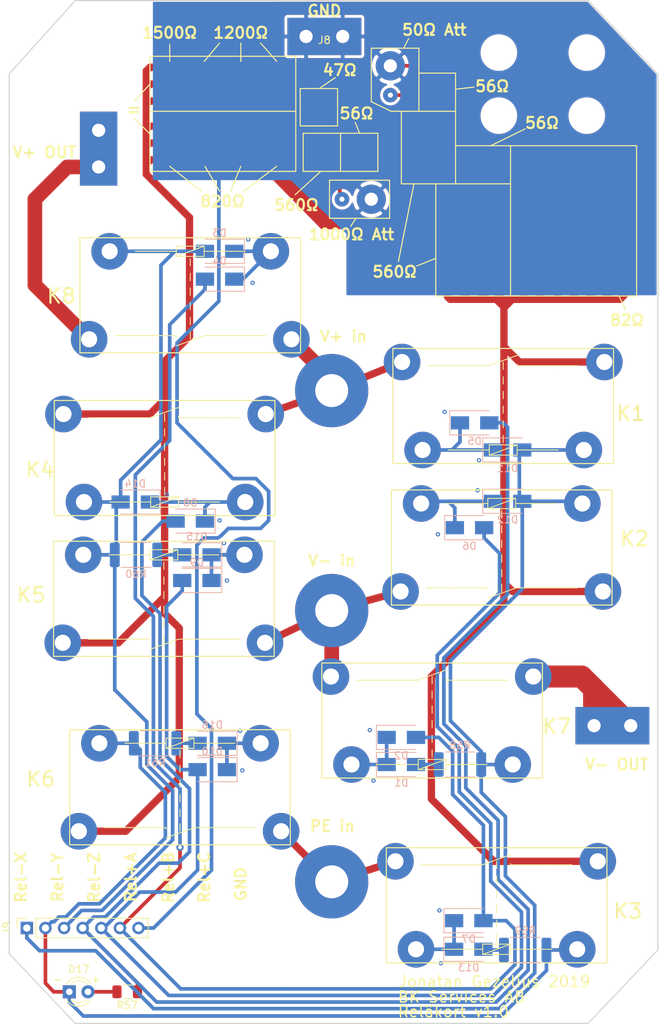
<source format=kicad_pcb>
(kicad_pcb (version 20171130) (host pcbnew "(5.1.0)-1")

  (general
    (thickness 1.6)
    (drawings 112)
    (tracks 584)
    (zones 0)
    (modules 126)
    (nets 44)
  )

  (page A4)
  (layers
    (0 F.Cu signal)
    (31 B.Cu signal)
    (32 B.Adhes user hide)
    (33 F.Adhes user hide)
    (34 B.Paste user hide)
    (35 F.Paste user hide)
    (36 B.SilkS user hide)
    (37 F.SilkS user)
    (38 B.Mask user hide)
    (39 F.Mask user hide)
    (40 Dwgs.User user hide)
    (41 Cmts.User user hide)
    (42 Eco1.User user)
    (43 Eco2.User user)
    (44 Edge.Cuts user)
    (45 Margin user hide)
    (46 B.CrtYd user)
    (47 F.CrtYd user)
    (48 B.Fab user hide)
    (49 F.Fab user hide)
  )

  (setup
    (last_trace_width 0.25)
    (user_trace_width 0.5)
    (user_trace_width 1)
    (user_trace_width 2)
    (user_trace_width 3)
    (trace_clearance 0.5)
    (zone_clearance 1.5)
    (zone_45_only no)
    (trace_min 0.2)
    (via_size 1)
    (via_drill 0.5)
    (via_min_size 0.4)
    (via_min_drill 0.3)
    (user_via 1 0.5)
    (uvia_size 0.3)
    (uvia_drill 0.1)
    (uvias_allowed no)
    (uvia_min_size 0.2)
    (uvia_min_drill 0.1)
    (edge_width 0.15)
    (segment_width 0.2)
    (pcb_text_width 0.3)
    (pcb_text_size 1.5 1.5)
    (mod_edge_width 0.15)
    (mod_text_size 1 1)
    (mod_text_width 0.15)
    (pad_size 1.524 1.524)
    (pad_drill 0.762)
    (pad_to_mask_clearance 0.2)
    (aux_axis_origin 0 0)
    (grid_origin 80 169.9)
    (visible_elements 7FFFFFFF)
    (pcbplotparams
      (layerselection 0x01030_ffffffff)
      (usegerberextensions false)
      (usegerberattributes false)
      (usegerberadvancedattributes false)
      (creategerberjobfile false)
      (excludeedgelayer true)
      (linewidth 0.100000)
      (plotframeref false)
      (viasonmask false)
      (mode 1)
      (useauxorigin false)
      (hpglpennumber 1)
      (hpglpenspeed 20)
      (hpglpendiameter 15.000000)
      (psnegative false)
      (psa4output false)
      (plotreference true)
      (plotvalue true)
      (plotinvisibletext false)
      (padsonsilk false)
      (subtractmaskfromsilk false)
      (outputformat 4)
      (mirror false)
      (drillshape 0)
      (scaleselection 1)
      (outputdirectory "plot/"))
  )

  (net 0 "")
  (net 1 GND)
  (net 2 "Net-(D1-Pad1)")
  (net 3 "Net-(D3-Pad1)")
  (net 4 "Net-(D11-Pad1)")
  (net 5 "Net-(D12-Pad1)")
  (net 6 "Net-(D13-Pad1)")
  (net 7 "Net-(D14-Pad1)")
  (net 8 "Net-(D15-Pad1)")
  (net 9 "Net-(D10-Pad1)")
  (net 10 /V+in)
  (net 11 /V-in)
  (net 12 /PEin)
  (net 13 /V-out)
  (net 14 /V+out)
  (net 15 /max750)
  (net 16 /max563)
  (net 17 /max375)
  (net 18 /max188)
  (net 19 /max512)
  (net 20 /max273)
  (net 21 /max34)
  (net 22 /max1.5)
  (net 23 /max1049)
  (net 24 /max1429)
  (net 25 /max699)
  (net 26 /max350)
  (net 27 /max1057)
  (net 28 /max715)
  (net 29 /max373)
  (net 30 /max31)
  (net 31 /max1.4)
  (net 32 "Net-(D17-Pad2)")
  (net 33 rel-X)
  (net 34 rel+C)
  (net 35 rel-Z)
  (net 36 rel+A)
  (net 37 rel+B)
  (net 38 rel-Y)
  (net 39 "Net-(D1-Pad2)")
  (net 40 "Net-(D13-Pad2)")
  (net 41 "Net-(D15-Pad2)")
  (net 42 "Net-(D16-Pad2)")
  (net 43 "Net-(C22-Pad1)")

  (net_class Default "This is the default net class."
    (clearance 0.5)
    (trace_width 0.25)
    (via_dia 1)
    (via_drill 0.5)
    (uvia_dia 0.3)
    (uvia_drill 0.1)
  )

  (net_class HV ""
    (clearance 1.5)
    (trace_width 1)
    (via_dia 1)
    (via_drill 0.5)
    (uvia_dia 0.3)
    (uvia_drill 0.1)
    (add_net /PEin)
    (add_net /V+in)
    (add_net /V+out)
    (add_net /V-in)
    (add_net /V-out)
    (add_net /max1429)
    (add_net /max750)
  )

  (net_class LV ""
    (clearance 1.5)
    (trace_width 1)
    (via_dia 1)
    (via_drill 0.5)
    (uvia_dia 0.3)
    (uvia_drill 0.1)
  )

  (net_class MIDV ""
    (clearance 1.5)
    (trace_width 1)
    (via_dia 1)
    (via_drill 0.5)
    (uvia_dia 0.3)
    (uvia_drill 0.1)
    (add_net /max1049)
    (add_net /max1057)
    (add_net /max188)
    (add_net /max273)
    (add_net /max31)
    (add_net /max34)
    (add_net /max350)
    (add_net /max373)
    (add_net /max375)
    (add_net /max512)
    (add_net /max563)
    (add_net /max699)
    (add_net /max715)
  )

  (net_class double_saftey ""
    (clearance 1.5)
    (trace_width 0.25)
    (via_dia 1)
    (via_drill 0.5)
    (uvia_dia 0.3)
    (uvia_drill 0.1)
  )

  (net_class signals ""
    (clearance 0.4)
    (trace_width 0.5)
    (via_dia 1)
    (via_drill 0.5)
    (uvia_dia 0.3)
    (uvia_drill 0.1)
    (add_net /max1.4)
    (add_net /max1.5)
    (add_net GND)
    (add_net "Net-(C22-Pad1)")
    (add_net "Net-(D1-Pad1)")
    (add_net "Net-(D1-Pad2)")
    (add_net "Net-(D10-Pad1)")
    (add_net "Net-(D11-Pad1)")
    (add_net "Net-(D12-Pad1)")
    (add_net "Net-(D13-Pad1)")
    (add_net "Net-(D13-Pad2)")
    (add_net "Net-(D14-Pad1)")
    (add_net "Net-(D15-Pad1)")
    (add_net "Net-(D15-Pad2)")
    (add_net "Net-(D16-Pad2)")
    (add_net "Net-(D17-Pad2)")
    (add_net "Net-(D3-Pad1)")
    (add_net rel+A)
    (add_net rel+B)
    (add_net rel+C)
    (add_net rel-X)
    (add_net rel-Y)
    (add_net rel-Z)
  )

  (module Connector_PinSocket_2.54mm:PinSocket_1x07_P2.54mm_Vertical (layer F.Cu) (tedit 5A19A433) (tstamp 5CE6033B)
    (at 83.4 156.4 90)
    (descr "Through hole straight socket strip, 1x07, 2.54mm pitch, single row (from Kicad 4.0.7), script generated")
    (tags "Through hole socket strip THT 1x07 2.54mm single row")
    (path /5D44E3E5)
    (fp_text reference J9 (at 0 -2.77 90) (layer F.SilkS)
      (effects (font (size 1 1) (thickness 0.15)))
    )
    (fp_text value Conn_01x07_Female (at 0 18.01 90) (layer F.Fab)
      (effects (font (size 1 1) (thickness 0.15)))
    )
    (fp_text user %R (at 0 7.62 180) (layer F.Fab)
      (effects (font (size 1 1) (thickness 0.15)))
    )
    (fp_line (start -1.8 17) (end -1.8 -1.8) (layer F.CrtYd) (width 0.05))
    (fp_line (start 1.75 17) (end -1.8 17) (layer F.CrtYd) (width 0.05))
    (fp_line (start 1.75 -1.8) (end 1.75 17) (layer F.CrtYd) (width 0.05))
    (fp_line (start -1.8 -1.8) (end 1.75 -1.8) (layer F.CrtYd) (width 0.05))
    (fp_line (start 0 -1.33) (end 1.33 -1.33) (layer F.SilkS) (width 0.12))
    (fp_line (start 1.33 -1.33) (end 1.33 0) (layer F.SilkS) (width 0.12))
    (fp_line (start 1.33 1.27) (end 1.33 16.57) (layer F.SilkS) (width 0.12))
    (fp_line (start -1.33 16.57) (end 1.33 16.57) (layer F.SilkS) (width 0.12))
    (fp_line (start -1.33 1.27) (end -1.33 16.57) (layer F.SilkS) (width 0.12))
    (fp_line (start -1.33 1.27) (end 1.33 1.27) (layer F.SilkS) (width 0.12))
    (fp_line (start -1.27 16.51) (end -1.27 -1.27) (layer F.Fab) (width 0.1))
    (fp_line (start 1.27 16.51) (end -1.27 16.51) (layer F.Fab) (width 0.1))
    (fp_line (start 1.27 -0.635) (end 1.27 16.51) (layer F.Fab) (width 0.1))
    (fp_line (start 0.635 -1.27) (end 1.27 -0.635) (layer F.Fab) (width 0.1))
    (fp_line (start -1.27 -1.27) (end 0.635 -1.27) (layer F.Fab) (width 0.1))
    (pad 7 thru_hole oval (at 0 15.24 90) (size 1.7 1.7) (drill 1) (layers *.Cu *.Mask)
      (net 1 GND))
    (pad 6 thru_hole oval (at 0 12.7 90) (size 1.7 1.7) (drill 1) (layers *.Cu *.Mask)
      (net 34 rel+C))
    (pad 5 thru_hole oval (at 0 10.16 90) (size 1.7 1.7) (drill 1) (layers *.Cu *.Mask)
      (net 37 rel+B))
    (pad 4 thru_hole oval (at 0 7.62 90) (size 1.7 1.7) (drill 1) (layers *.Cu *.Mask)
      (net 36 rel+A))
    (pad 3 thru_hole oval (at 0 5.08 90) (size 1.7 1.7) (drill 1) (layers *.Cu *.Mask)
      (net 35 rel-Z))
    (pad 2 thru_hole oval (at 0 2.54 90) (size 1.7 1.7) (drill 1) (layers *.Cu *.Mask)
      (net 38 rel-Y))
    (pad 1 thru_hole rect (at 0 0 90) (size 1.7 1.7) (drill 1) (layers *.Cu *.Mask)
      (net 33 rel-X))
    (model ${KISYS3DMOD}/Connector_PinSocket_2.54mm.3dshapes/PinSocket_1x07_P2.54mm_Vertical.wrl
      (at (xyz 0 0 0))
      (scale (xyz 1 1 1))
      (rotate (xyz 0 0 0))
    )
  )

  (module MountingHole:MountingHole_4mm (layer F.Cu) (tedit 56D1B4CB) (tstamp 5CE58879)
    (at 129.8 161.9)
    (descr "Mounting Hole 4mm, no annular")
    (tags "mounting hole 4mm no annular")
    (attr virtual)
    (fp_text reference REF** (at 0 -5) (layer F.SilkS) hide
      (effects (font (size 1 1) (thickness 0.15)))
    )
    (fp_text value MountingHole_4mm (at 0 5) (layer F.Fab)
      (effects (font (size 1 1) (thickness 0.15)))
    )
    (fp_text user %R (at 0.3 0) (layer F.Fab)
      (effects (font (size 1 1) (thickness 0.15)))
    )
    (fp_circle (center 0 0) (end 4 0) (layer Cmts.User) (width 0.15))
    (fp_circle (center 0 0) (end 4.25 0) (layer F.CrtYd) (width 0.05))
    (pad 1 np_thru_hole circle (at 0 0) (size 4 4) (drill 4) (layers *.Cu *.Mask))
  )

  (module MountingHole:MountingHole_4mm (layer F.Cu) (tedit 56D1B4CB) (tstamp 5CE58879)
    (at 118.2 161.9)
    (descr "Mounting Hole 4mm, no annular")
    (tags "mounting hole 4mm no annular")
    (attr virtual)
    (fp_text reference REF** (at 0 -5) (layer F.SilkS) hide
      (effects (font (size 1 1) (thickness 0.15)))
    )
    (fp_text value MountingHole_4mm (at 0 5) (layer F.Fab)
      (effects (font (size 1 1) (thickness 0.15)))
    )
    (fp_text user %R (at 0.3 0) (layer F.Fab)
      (effects (font (size 1 1) (thickness 0.15)))
    )
    (fp_circle (center 0 0) (end 4 0) (layer Cmts.User) (width 0.15))
    (fp_circle (center 0 0) (end 4.25 0) (layer F.CrtYd) (width 0.05))
    (pad 1 np_thru_hole circle (at 0 0) (size 4 4) (drill 4) (layers *.Cu *.Mask))
  )

  (module custom_footprints:ALFG2PF241_round_holes locked (layer F.Cu) (tedit 5CE275B8) (tstamp 5CDB1886)
    (at 116.7 64.1 180)
    (descr "Panasonic Relay SPST, http://www.farnell.com/datasheets/2244182.pdf")
    (tags "Panasonic Relay SPST")
    (path /5CE80966)
    (fp_text reference K8 (at 28.6 -6.1) (layer F.SilkS)
      (effects (font (size 2 2) (thickness 0.3)))
    )
    (fp_text value ALFG2PF241 (at 12.1 3.9) (layer F.Fab)
      (effects (font (size 1 1) (thickness 0.15)))
    )
    (fp_line (start 17.9 -11.5) (end 18.2 -11.5) (layer F.SilkS) (width 0.12))
    (fp_line (start 12.9 -11.5) (end 12.9 -11.7) (layer F.SilkS) (width 0.12))
    (fp_line (start 11 -12) (end 11 -11) (layer F.SilkS) (width 0.12))
    (fp_line (start 11 -10) (end 11 -9) (layer F.SilkS) (width 0.12))
    (fp_line (start 11 -8) (end 11 -7) (layer F.SilkS) (width 0.12))
    (fp_line (start 11 -6) (end 11 -5) (layer F.SilkS) (width 0.12))
    (fp_line (start 11 -4) (end 11 -3) (layer F.SilkS) (width 0.12))
    (fp_line (start 11 -2) (end 11 -1) (layer F.SilkS) (width 0.12))
    (fp_line (start 9 -11.5) (end 12.9 -12.9) (layer F.SilkS) (width 0.12))
    (fp_line (start 12.9 -11.5) (end 21.3 -11.5) (layer F.SilkS) (width 0.12))
    (fp_line (start 12.9 0) (end 18.5 0) (layer F.SilkS) (width 0.12))
    (fp_line (start 0.7 -11.5) (end 9 -11.5) (layer F.SilkS) (width 0.12))
    (fp_line (start 9.1 0.7) (end 12.9 -0.7) (layer F.SilkS) (width 0.12))
    (fp_line (start 12.9 0.7) (end 9.1 0.7) (layer F.SilkS) (width 0.12))
    (fp_line (start 12.9 -0.7) (end 12.9 0.7) (layer F.SilkS) (width 0.12))
    (fp_line (start 9.1 -0.7) (end 12.9 -0.7) (layer F.SilkS) (width 0.12))
    (fp_line (start 9.1 0.7) (end 9.1 -0.7) (layer F.SilkS) (width 0.12))
    (fp_line (start 3.5 0) (end 9.1 0) (layer F.SilkS) (width 0.12))
    (fp_circle (center 24.8 -12) (end 33.3 -12) (layer Eco2.User) (width 0.12))
    (fp_circle (center -2.8 -12) (end 5.7 -12) (layer Eco2.User) (width 0.12))
    (fp_circle (center 0 0) (end 8.5 0) (layer Eco1.User) (width 0.12))
    (fp_circle (center 22 0) (end 30.5 0) (layer Eco1.User) (width 0.12))
    (fp_line (start -4.1402 -13.97) (end 26.1366 -13.97) (layer F.Fab) (width 0.12))
    (fp_line (start -4.05 1.85) (end -4.05 -13.85) (layer F.SilkS) (width 0.15))
    (fp_line (start 26.05 1.85) (end -4.05 1.85) (layer F.SilkS) (width 0.15))
    (fp_line (start 26.05 -13.85) (end 26.05 1.85) (layer F.SilkS) (width 0.15))
    (fp_line (start -4.05 -13.85) (end 26.05 -13.85) (layer F.SilkS) (width 0.15))
    (fp_text user %R (at 12 -3.75) (layer F.Fab)
      (effects (font (size 1 1) (thickness 0.15)))
    )
    (fp_line (start 26.05 1.85) (end 26.05 -13.85) (layer F.CrtYd) (width 0.05))
    (fp_line (start -4.05 1.85) (end 26.05 1.85) (layer F.CrtYd) (width 0.05))
    (fp_line (start -4.05 -13.85) (end -4.05 1.85) (layer F.CrtYd) (width 0.05))
    (fp_line (start 26.05 -13.85) (end -4.05 -13.85) (layer F.CrtYd) (width 0.05))
    (fp_line (start 26.162 1.9304) (end 26.162 -13.97) (layer F.Fab) (width 0.1))
    (fp_line (start -4.1402 1.9558) (end 26.162 1.9558) (layer F.Fab) (width 0.1))
    (fp_line (start -4.1402 -13.97) (end -4.1402 1.9558) (layer F.Fab) (width 0.1))
    (pad 3 thru_hole circle (at -2.8 -12 270) (size 5 5) (drill 2.2) (layers *.Cu *.Mask)
      (net 10 /V+in))
    (pad 4 thru_hole circle (at 24.8 -12 270) (size 5 5) (drill 2.2) (layers *.Cu *.Mask)
      (net 14 /V+out))
    (pad 2 thru_hole circle (at 22 0 270) (size 5 5) (drill 2.2) (layers *.Cu *.Mask)
      (net 35 rel-Z))
    (pad 1 thru_hole circle (at 0 0 270) (size 5 5) (drill 2.2) (layers *.Cu *.Mask)
      (net 3 "Net-(D3-Pad1)"))
    (model ${KIPRJMOD}/3d-models/ALFG2PF241.wrl
      (offset (xyz -4 -2 0))
      (scale (xyz 1 1 1))
      (rotate (xyz 0 0 0))
    )
  )

  (module custom_footprints:ALFG2PF241_round_holes locked (layer F.Cu) (tedit 5CE275B8) (tstamp 5CDFFC93)
    (at 127.7 134.1)
    (descr "Panasonic Relay SPST, http://www.farnell.com/datasheets/2244182.pdf")
    (tags "Panasonic Relay SPST")
    (path /5CE80A8F)
    (fp_text reference K7 (at 28 -5.2 180) (layer F.SilkS)
      (effects (font (size 2 2) (thickness 0.3)))
    )
    (fp_text value ALFG2PF241 (at 12.1 3.9 180) (layer F.Fab)
      (effects (font (size 1 1) (thickness 0.15)))
    )
    (fp_line (start 17.9 -11.5) (end 18.2 -11.5) (layer F.SilkS) (width 0.12))
    (fp_line (start 12.9 -11.5) (end 12.9 -11.7) (layer F.SilkS) (width 0.12))
    (fp_line (start 11 -12) (end 11 -11) (layer F.SilkS) (width 0.12))
    (fp_line (start 11 -10) (end 11 -9) (layer F.SilkS) (width 0.12))
    (fp_line (start 11 -8) (end 11 -7) (layer F.SilkS) (width 0.12))
    (fp_line (start 11 -6) (end 11 -5) (layer F.SilkS) (width 0.12))
    (fp_line (start 11 -4) (end 11 -3) (layer F.SilkS) (width 0.12))
    (fp_line (start 11 -2) (end 11 -1) (layer F.SilkS) (width 0.12))
    (fp_line (start 9 -11.5) (end 12.9 -12.9) (layer F.SilkS) (width 0.12))
    (fp_line (start 12.9 -11.5) (end 21.3 -11.5) (layer F.SilkS) (width 0.12))
    (fp_line (start 12.9 0) (end 18.5 0) (layer F.SilkS) (width 0.12))
    (fp_line (start 0.7 -11.5) (end 9 -11.5) (layer F.SilkS) (width 0.12))
    (fp_line (start 9.1 0.7) (end 12.9 -0.7) (layer F.SilkS) (width 0.12))
    (fp_line (start 12.9 0.7) (end 9.1 0.7) (layer F.SilkS) (width 0.12))
    (fp_line (start 12.9 -0.7) (end 12.9 0.7) (layer F.SilkS) (width 0.12))
    (fp_line (start 9.1 -0.7) (end 12.9 -0.7) (layer F.SilkS) (width 0.12))
    (fp_line (start 9.1 0.7) (end 9.1 -0.7) (layer F.SilkS) (width 0.12))
    (fp_line (start 3.5 0) (end 9.1 0) (layer F.SilkS) (width 0.12))
    (fp_circle (center 24.8 -12) (end 33.3 -12) (layer Eco2.User) (width 0.12))
    (fp_circle (center -2.8 -12) (end 5.7 -12) (layer Eco2.User) (width 0.12))
    (fp_circle (center 0 0) (end 8.5 0) (layer Eco1.User) (width 0.12))
    (fp_circle (center 22 0) (end 30.5 0) (layer Eco1.User) (width 0.12))
    (fp_line (start -4.1402 -13.97) (end 26.1366 -13.97) (layer F.Fab) (width 0.12))
    (fp_line (start -4.05 1.85) (end -4.05 -13.85) (layer F.SilkS) (width 0.15))
    (fp_line (start 26.05 1.85) (end -4.05 1.85) (layer F.SilkS) (width 0.15))
    (fp_line (start 26.05 -13.85) (end 26.05 1.85) (layer F.SilkS) (width 0.15))
    (fp_line (start -4.05 -13.85) (end 26.05 -13.85) (layer F.SilkS) (width 0.15))
    (fp_text user %R (at 12 -3.75 180) (layer F.Fab)
      (effects (font (size 1 1) (thickness 0.15)))
    )
    (fp_line (start 26.05 1.85) (end 26.05 -13.85) (layer F.CrtYd) (width 0.05))
    (fp_line (start -4.05 1.85) (end 26.05 1.85) (layer F.CrtYd) (width 0.05))
    (fp_line (start -4.05 -13.85) (end -4.05 1.85) (layer F.CrtYd) (width 0.05))
    (fp_line (start 26.05 -13.85) (end -4.05 -13.85) (layer F.CrtYd) (width 0.05))
    (fp_line (start 26.162 1.9304) (end 26.162 -13.97) (layer F.Fab) (width 0.1))
    (fp_line (start -4.1402 1.9558) (end 26.162 1.9558) (layer F.Fab) (width 0.1))
    (fp_line (start -4.1402 -13.97) (end -4.1402 1.9558) (layer F.Fab) (width 0.1))
    (pad 3 thru_hole circle (at -2.8 -12 90) (size 5 5) (drill 2.2) (layers *.Cu *.Mask)
      (net 11 /V-in))
    (pad 4 thru_hole circle (at 24.8 -12 90) (size 5 5) (drill 2.2) (layers *.Cu *.Mask)
      (net 13 /V-out))
    (pad 2 thru_hole circle (at 22 0 90) (size 5 5) (drill 2.2) (layers *.Cu *.Mask)
      (net 33 rel-X))
    (pad 1 thru_hole circle (at 0 0 90) (size 5 5) (drill 2.2) (layers *.Cu *.Mask)
      (net 2 "Net-(D1-Pad1)"))
    (model ${KIPRJMOD}/3d-models/ALFG2PF241.wrl
      (offset (xyz -4 -2 0))
      (scale (xyz 1 1 1))
      (rotate (xyz 0 0 0))
    )
  )

  (module custom_footprints:ALFG2PF241_round_holes locked (layer F.Cu) (tedit 5CE275B8) (tstamp 5CDC4C0C)
    (at 115.3 131.2 180)
    (descr "Panasonic Relay SPST, http://www.farnell.com/datasheets/2244182.pdf")
    (tags "Panasonic Relay SPST")
    (path /5CE808A8)
    (fp_text reference K6 (at 30 -4.9) (layer F.SilkS)
      (effects (font (size 2 2) (thickness 0.3)))
    )
    (fp_text value ALFG2PF241 (at 12.1 3.9) (layer F.Fab)
      (effects (font (size 1 1) (thickness 0.15)))
    )
    (fp_line (start 17.9 -11.5) (end 18.2 -11.5) (layer F.SilkS) (width 0.12))
    (fp_line (start 12.9 -11.5) (end 12.9 -11.7) (layer F.SilkS) (width 0.12))
    (fp_line (start 11 -12) (end 11 -11) (layer F.SilkS) (width 0.12))
    (fp_line (start 11 -10) (end 11 -9) (layer F.SilkS) (width 0.12))
    (fp_line (start 11 -8) (end 11 -7) (layer F.SilkS) (width 0.12))
    (fp_line (start 11 -6) (end 11 -5) (layer F.SilkS) (width 0.12))
    (fp_line (start 11 -4) (end 11 -3) (layer F.SilkS) (width 0.12))
    (fp_line (start 11 -2) (end 11 -1) (layer F.SilkS) (width 0.12))
    (fp_line (start 9 -11.5) (end 12.9 -12.9) (layer F.SilkS) (width 0.12))
    (fp_line (start 12.9 -11.5) (end 21.3 -11.5) (layer F.SilkS) (width 0.12))
    (fp_line (start 12.9 0) (end 18.5 0) (layer F.SilkS) (width 0.12))
    (fp_line (start 0.7 -11.5) (end 9 -11.5) (layer F.SilkS) (width 0.12))
    (fp_line (start 9.1 0.7) (end 12.9 -0.7) (layer F.SilkS) (width 0.12))
    (fp_line (start 12.9 0.7) (end 9.1 0.7) (layer F.SilkS) (width 0.12))
    (fp_line (start 12.9 -0.7) (end 12.9 0.7) (layer F.SilkS) (width 0.12))
    (fp_line (start 9.1 -0.7) (end 12.9 -0.7) (layer F.SilkS) (width 0.12))
    (fp_line (start 9.1 0.7) (end 9.1 -0.7) (layer F.SilkS) (width 0.12))
    (fp_line (start 3.5 0) (end 9.1 0) (layer F.SilkS) (width 0.12))
    (fp_circle (center 24.8 -12) (end 33.3 -12) (layer Eco2.User) (width 0.12))
    (fp_circle (center -2.8 -12) (end 5.7 -12) (layer Eco2.User) (width 0.12))
    (fp_circle (center 0 0) (end 8.5 0) (layer Eco1.User) (width 0.12))
    (fp_circle (center 22 0) (end 30.5 0) (layer Eco1.User) (width 0.12))
    (fp_line (start -4.1402 -13.97) (end 26.1366 -13.97) (layer F.Fab) (width 0.12))
    (fp_line (start -4.05 1.85) (end -4.05 -13.85) (layer F.SilkS) (width 0.15))
    (fp_line (start 26.05 1.85) (end -4.05 1.85) (layer F.SilkS) (width 0.15))
    (fp_line (start 26.05 -13.85) (end 26.05 1.85) (layer F.SilkS) (width 0.15))
    (fp_line (start -4.05 -13.85) (end 26.05 -13.85) (layer F.SilkS) (width 0.15))
    (fp_text user %R (at 12 -3.75) (layer F.Fab)
      (effects (font (size 1 1) (thickness 0.15)))
    )
    (fp_line (start 26.05 1.85) (end 26.05 -13.85) (layer F.CrtYd) (width 0.05))
    (fp_line (start -4.05 1.85) (end 26.05 1.85) (layer F.CrtYd) (width 0.05))
    (fp_line (start -4.05 -13.85) (end -4.05 1.85) (layer F.CrtYd) (width 0.05))
    (fp_line (start 26.05 -13.85) (end -4.05 -13.85) (layer F.CrtYd) (width 0.05))
    (fp_line (start 26.162 1.9304) (end 26.162 -13.97) (layer F.Fab) (width 0.1))
    (fp_line (start -4.1402 1.9558) (end 26.162 1.9558) (layer F.Fab) (width 0.1))
    (fp_line (start -4.1402 -13.97) (end -4.1402 1.9558) (layer F.Fab) (width 0.1))
    (pad 3 thru_hole circle (at -2.8 -12 270) (size 5 5) (drill 2.2) (layers *.Cu *.Mask)
      (net 12 /PEin))
    (pad 4 thru_hole circle (at 24.8 -12 270) (size 5 5) (drill 2.2) (layers *.Cu *.Mask)
      (net 24 /max1429))
    (pad 2 thru_hole circle (at 22 0 270) (size 5 5) (drill 2.2) (layers *.Cu *.Mask)
      (net 38 rel-Y))
    (pad 1 thru_hole circle (at 0 0 270) (size 5 5) (drill 2.2) (layers *.Cu *.Mask)
      (net 9 "Net-(D10-Pad1)"))
    (model ${KIPRJMOD}/3d-models/ALFG2PF241.wrl
      (offset (xyz -4 -2 0))
      (scale (xyz 1 1 1))
      (rotate (xyz 0 0 0))
    )
  )

  (module custom_footprints:ALFG2PF241_round_holes locked (layer F.Cu) (tedit 5CE275B8) (tstamp 5CDC2FD3)
    (at 113.1 105.5 180)
    (descr "Panasonic Relay SPST, http://www.farnell.com/datasheets/2244182.pdf")
    (tags "Panasonic Relay SPST")
    (path /5CE807F2)
    (fp_text reference K5 (at 29.1 -5.5) (layer F.SilkS)
      (effects (font (size 2 2) (thickness 0.3)))
    )
    (fp_text value ALFG2PF241 (at 12.1 3.9) (layer F.Fab)
      (effects (font (size 1 1) (thickness 0.15)))
    )
    (fp_line (start 17.9 -11.5) (end 18.2 -11.5) (layer F.SilkS) (width 0.12))
    (fp_line (start 12.9 -11.5) (end 12.9 -11.7) (layer F.SilkS) (width 0.12))
    (fp_line (start 11 -12) (end 11 -11) (layer F.SilkS) (width 0.12))
    (fp_line (start 11 -10) (end 11 -9) (layer F.SilkS) (width 0.12))
    (fp_line (start 11 -8) (end 11 -7) (layer F.SilkS) (width 0.12))
    (fp_line (start 11 -6) (end 11 -5) (layer F.SilkS) (width 0.12))
    (fp_line (start 11 -4) (end 11 -3) (layer F.SilkS) (width 0.12))
    (fp_line (start 11 -2) (end 11 -1) (layer F.SilkS) (width 0.12))
    (fp_line (start 9 -11.5) (end 12.9 -12.9) (layer F.SilkS) (width 0.12))
    (fp_line (start 12.9 -11.5) (end 21.3 -11.5) (layer F.SilkS) (width 0.12))
    (fp_line (start 12.9 0) (end 18.5 0) (layer F.SilkS) (width 0.12))
    (fp_line (start 0.7 -11.5) (end 9 -11.5) (layer F.SilkS) (width 0.12))
    (fp_line (start 9.1 0.7) (end 12.9 -0.7) (layer F.SilkS) (width 0.12))
    (fp_line (start 12.9 0.7) (end 9.1 0.7) (layer F.SilkS) (width 0.12))
    (fp_line (start 12.9 -0.7) (end 12.9 0.7) (layer F.SilkS) (width 0.12))
    (fp_line (start 9.1 -0.7) (end 12.9 -0.7) (layer F.SilkS) (width 0.12))
    (fp_line (start 9.1 0.7) (end 9.1 -0.7) (layer F.SilkS) (width 0.12))
    (fp_line (start 3.5 0) (end 9.1 0) (layer F.SilkS) (width 0.12))
    (fp_circle (center 24.8 -12) (end 33.3 -12) (layer Eco2.User) (width 0.12))
    (fp_circle (center -2.8 -12) (end 5.7 -12) (layer Eco2.User) (width 0.12))
    (fp_circle (center 0 0) (end 8.5 0) (layer Eco1.User) (width 0.12))
    (fp_circle (center 22 0) (end 30.5 0) (layer Eco1.User) (width 0.12))
    (fp_line (start -4.1402 -13.97) (end 26.1366 -13.97) (layer F.Fab) (width 0.12))
    (fp_line (start -4.05 1.85) (end -4.05 -13.85) (layer F.SilkS) (width 0.15))
    (fp_line (start 26.05 1.85) (end -4.05 1.85) (layer F.SilkS) (width 0.15))
    (fp_line (start 26.05 -13.85) (end 26.05 1.85) (layer F.SilkS) (width 0.15))
    (fp_line (start -4.05 -13.85) (end 26.05 -13.85) (layer F.SilkS) (width 0.15))
    (fp_text user %R (at 12 -3.75) (layer F.Fab)
      (effects (font (size 1 1) (thickness 0.15)))
    )
    (fp_line (start 26.05 1.85) (end 26.05 -13.85) (layer F.CrtYd) (width 0.05))
    (fp_line (start -4.05 1.85) (end 26.05 1.85) (layer F.CrtYd) (width 0.05))
    (fp_line (start -4.05 -13.85) (end -4.05 1.85) (layer F.CrtYd) (width 0.05))
    (fp_line (start 26.05 -13.85) (end -4.05 -13.85) (layer F.CrtYd) (width 0.05))
    (fp_line (start 26.162 1.9304) (end 26.162 -13.97) (layer F.Fab) (width 0.1))
    (fp_line (start -4.1402 1.9558) (end 26.162 1.9558) (layer F.Fab) (width 0.1))
    (fp_line (start -4.1402 -13.97) (end -4.1402 1.9558) (layer F.Fab) (width 0.1))
    (pad 3 thru_hole circle (at -2.8 -12 270) (size 5 5) (drill 2.2) (layers *.Cu *.Mask)
      (net 11 /V-in))
    (pad 4 thru_hole circle (at 24.8 -12 270) (size 5 5) (drill 2.2) (layers *.Cu *.Mask)
      (net 24 /max1429))
    (pad 2 thru_hole circle (at 22 0 270) (size 5 5) (drill 2.2) (layers *.Cu *.Mask)
      (net 35 rel-Z))
    (pad 1 thru_hole circle (at 0 0 270) (size 5 5) (drill 2.2) (layers *.Cu *.Mask)
      (net 8 "Net-(D15-Pad1)"))
    (model ${KIPRJMOD}/3d-models/ALFG2PF241.wrl
      (offset (xyz -4 -2 0))
      (scale (xyz 1 1 1))
      (rotate (xyz 0 0 0))
    )
  )

  (module custom_footprints:ALFG2PF241_round_holes locked (layer F.Cu) (tedit 5CE275B8) (tstamp 5CDDAB85)
    (at 91.2 98.3)
    (descr "Panasonic Relay SPST, http://www.farnell.com/datasheets/2244182.pdf")
    (tags "Panasonic Relay SPST")
    (path /5CE8074E)
    (fp_text reference K4 (at -6 -4.4 180) (layer F.SilkS)
      (effects (font (size 2 2) (thickness 0.3)))
    )
    (fp_text value ALFG2PF241 (at 12.1 3.9 180) (layer F.Fab)
      (effects (font (size 1 1) (thickness 0.15)))
    )
    (fp_line (start 17.9 -11.5) (end 18.2 -11.5) (layer F.SilkS) (width 0.12))
    (fp_line (start 12.9 -11.5) (end 12.9 -11.7) (layer F.SilkS) (width 0.12))
    (fp_line (start 11 -12) (end 11 -11) (layer F.SilkS) (width 0.12))
    (fp_line (start 11 -10) (end 11 -9) (layer F.SilkS) (width 0.12))
    (fp_line (start 11 -8) (end 11 -7) (layer F.SilkS) (width 0.12))
    (fp_line (start 11 -6) (end 11 -5) (layer F.SilkS) (width 0.12))
    (fp_line (start 11 -4) (end 11 -3) (layer F.SilkS) (width 0.12))
    (fp_line (start 11 -2) (end 11 -1) (layer F.SilkS) (width 0.12))
    (fp_line (start 9 -11.5) (end 12.9 -12.9) (layer F.SilkS) (width 0.12))
    (fp_line (start 12.9 -11.5) (end 21.3 -11.5) (layer F.SilkS) (width 0.12))
    (fp_line (start 12.9 0) (end 18.5 0) (layer F.SilkS) (width 0.12))
    (fp_line (start 0.7 -11.5) (end 9 -11.5) (layer F.SilkS) (width 0.12))
    (fp_line (start 9.1 0.7) (end 12.9 -0.7) (layer F.SilkS) (width 0.12))
    (fp_line (start 12.9 0.7) (end 9.1 0.7) (layer F.SilkS) (width 0.12))
    (fp_line (start 12.9 -0.7) (end 12.9 0.7) (layer F.SilkS) (width 0.12))
    (fp_line (start 9.1 -0.7) (end 12.9 -0.7) (layer F.SilkS) (width 0.12))
    (fp_line (start 9.1 0.7) (end 9.1 -0.7) (layer F.SilkS) (width 0.12))
    (fp_line (start 3.5 0) (end 9.1 0) (layer F.SilkS) (width 0.12))
    (fp_circle (center 24.8 -12) (end 33.3 -12) (layer Eco2.User) (width 0.12))
    (fp_circle (center -2.8 -12) (end 5.7 -12) (layer Eco2.User) (width 0.12))
    (fp_circle (center 0 0) (end 8.5 0) (layer Eco1.User) (width 0.12))
    (fp_circle (center 22 0) (end 30.5 0) (layer Eco1.User) (width 0.12))
    (fp_line (start -4.1402 -13.97) (end 26.1366 -13.97) (layer F.Fab) (width 0.12))
    (fp_line (start -4.05 1.85) (end -4.05 -13.85) (layer F.SilkS) (width 0.15))
    (fp_line (start 26.05 1.85) (end -4.05 1.85) (layer F.SilkS) (width 0.15))
    (fp_line (start 26.05 -13.85) (end 26.05 1.85) (layer F.SilkS) (width 0.15))
    (fp_line (start -4.05 -13.85) (end 26.05 -13.85) (layer F.SilkS) (width 0.15))
    (fp_text user %R (at 12 -3.75 180) (layer F.Fab)
      (effects (font (size 1 1) (thickness 0.15)))
    )
    (fp_line (start 26.05 1.85) (end 26.05 -13.85) (layer F.CrtYd) (width 0.05))
    (fp_line (start -4.05 1.85) (end 26.05 1.85) (layer F.CrtYd) (width 0.05))
    (fp_line (start -4.05 -13.85) (end -4.05 1.85) (layer F.CrtYd) (width 0.05))
    (fp_line (start 26.05 -13.85) (end -4.05 -13.85) (layer F.CrtYd) (width 0.05))
    (fp_line (start 26.162 1.9304) (end 26.162 -13.97) (layer F.Fab) (width 0.1))
    (fp_line (start -4.1402 1.9558) (end 26.162 1.9558) (layer F.Fab) (width 0.1))
    (fp_line (start -4.1402 -13.97) (end -4.1402 1.9558) (layer F.Fab) (width 0.1))
    (pad 3 thru_hole circle (at -2.8 -12 90) (size 5 5) (drill 2.2) (layers *.Cu *.Mask)
      (net 24 /max1429))
    (pad 4 thru_hole circle (at 24.8 -12 90) (size 5 5) (drill 2.2) (layers *.Cu *.Mask)
      (net 10 /V+in))
    (pad 2 thru_hole circle (at 22 0 90) (size 5 5) (drill 2.2) (layers *.Cu *.Mask)
      (net 7 "Net-(D14-Pad1)"))
    (pad 1 thru_hole circle (at 0 0 90) (size 5 5) (drill 2.2) (layers *.Cu *.Mask)
      (net 35 rel-Z))
    (model ${KIPRJMOD}/3d-models/ALFG2PF241.wrl
      (offset (xyz -4 -2 0))
      (scale (xyz 1 1 1))
      (rotate (xyz 0 0 0))
    )
  )

  (module custom_footprints:ALFG2PF241_round_holes locked (layer F.Cu) (tedit 5CE275B8) (tstamp 5CDBE757)
    (at 136.5 159.3)
    (descr "Panasonic Relay SPST, http://www.farnell.com/datasheets/2244182.pdf")
    (tags "Panasonic Relay SPST")
    (path /5CE806B0)
    (fp_text reference K3 (at 28.9 -5.2 180) (layer F.SilkS)
      (effects (font (size 2 2) (thickness 0.3)))
    )
    (fp_text value ALFG2PF241 (at 12.1 3.9 180) (layer F.Fab)
      (effects (font (size 1 1) (thickness 0.15)))
    )
    (fp_line (start 17.9 -11.5) (end 18.2 -11.5) (layer F.SilkS) (width 0.12))
    (fp_line (start 12.9 -11.5) (end 12.9 -11.7) (layer F.SilkS) (width 0.12))
    (fp_line (start 11 -12) (end 11 -11) (layer F.SilkS) (width 0.12))
    (fp_line (start 11 -10) (end 11 -9) (layer F.SilkS) (width 0.12))
    (fp_line (start 11 -8) (end 11 -7) (layer F.SilkS) (width 0.12))
    (fp_line (start 11 -6) (end 11 -5) (layer F.SilkS) (width 0.12))
    (fp_line (start 11 -4) (end 11 -3) (layer F.SilkS) (width 0.12))
    (fp_line (start 11 -2) (end 11 -1) (layer F.SilkS) (width 0.12))
    (fp_line (start 9 -11.5) (end 12.9 -12.9) (layer F.SilkS) (width 0.12))
    (fp_line (start 12.9 -11.5) (end 21.3 -11.5) (layer F.SilkS) (width 0.12))
    (fp_line (start 12.9 0) (end 18.5 0) (layer F.SilkS) (width 0.12))
    (fp_line (start 0.7 -11.5) (end 9 -11.5) (layer F.SilkS) (width 0.12))
    (fp_line (start 9.1 0.7) (end 12.9 -0.7) (layer F.SilkS) (width 0.12))
    (fp_line (start 12.9 0.7) (end 9.1 0.7) (layer F.SilkS) (width 0.12))
    (fp_line (start 12.9 -0.7) (end 12.9 0.7) (layer F.SilkS) (width 0.12))
    (fp_line (start 9.1 -0.7) (end 12.9 -0.7) (layer F.SilkS) (width 0.12))
    (fp_line (start 9.1 0.7) (end 9.1 -0.7) (layer F.SilkS) (width 0.12))
    (fp_line (start 3.5 0) (end 9.1 0) (layer F.SilkS) (width 0.12))
    (fp_circle (center 24.8 -12) (end 33.3 -12) (layer Eco2.User) (width 0.12))
    (fp_circle (center -2.8 -12) (end 5.7 -12) (layer Eco2.User) (width 0.12))
    (fp_circle (center 0 0) (end 8.5 0) (layer Eco1.User) (width 0.12))
    (fp_circle (center 22 0) (end 30.5 0) (layer Eco1.User) (width 0.12))
    (fp_line (start -4.1402 -13.97) (end 26.1366 -13.97) (layer F.Fab) (width 0.12))
    (fp_line (start -4.05 1.85) (end -4.05 -13.85) (layer F.SilkS) (width 0.15))
    (fp_line (start 26.05 1.85) (end -4.05 1.85) (layer F.SilkS) (width 0.15))
    (fp_line (start 26.05 -13.85) (end 26.05 1.85) (layer F.SilkS) (width 0.15))
    (fp_line (start -4.05 -13.85) (end 26.05 -13.85) (layer F.SilkS) (width 0.15))
    (fp_text user %R (at 12 -3.75 180) (layer F.Fab)
      (effects (font (size 1 1) (thickness 0.15)))
    )
    (fp_line (start 26.05 1.85) (end 26.05 -13.85) (layer F.CrtYd) (width 0.05))
    (fp_line (start -4.05 1.85) (end 26.05 1.85) (layer F.CrtYd) (width 0.05))
    (fp_line (start -4.05 -13.85) (end -4.05 1.85) (layer F.CrtYd) (width 0.05))
    (fp_line (start 26.05 -13.85) (end -4.05 -13.85) (layer F.CrtYd) (width 0.05))
    (fp_line (start 26.162 1.9304) (end 26.162 -13.97) (layer F.Fab) (width 0.1))
    (fp_line (start -4.1402 1.9558) (end 26.162 1.9558) (layer F.Fab) (width 0.1))
    (fp_line (start -4.1402 -13.97) (end -4.1402 1.9558) (layer F.Fab) (width 0.1))
    (pad 3 thru_hole circle (at -2.8 -12 90) (size 5 5) (drill 2.2) (layers *.Cu *.Mask)
      (net 12 /PEin))
    (pad 4 thru_hole circle (at 24.8 -12 90) (size 5 5) (drill 2.2) (layers *.Cu *.Mask)
      (net 15 /max750))
    (pad 2 thru_hole circle (at 22 0 90) (size 5 5) (drill 2.2) (layers *.Cu *.Mask)
      (net 38 rel-Y))
    (pad 1 thru_hole circle (at 0 0 90) (size 5 5) (drill 2.2) (layers *.Cu *.Mask)
      (net 6 "Net-(D13-Pad1)"))
    (model ${KIPRJMOD}/3d-models/ALFG2PF241.wrl
      (offset (xyz -4 -2 0))
      (scale (xyz 1 1 1))
      (rotate (xyz 0 0 0))
    )
  )

  (module custom_footprints:ALFG2PF241_round_holes locked (layer F.Cu) (tedit 5CE275B8) (tstamp 5CE0FCCC)
    (at 159.2 98.5 180)
    (descr "Panasonic Relay SPST, http://www.farnell.com/datasheets/2244182.pdf")
    (tags "Panasonic Relay SPST")
    (path /5CE80608)
    (fp_text reference K2 (at -7.1 -4.8) (layer F.SilkS)
      (effects (font (size 2 2) (thickness 0.3)))
    )
    (fp_text value ALFG2PF241 (at 12.1 3.9) (layer F.Fab)
      (effects (font (size 1 1) (thickness 0.15)))
    )
    (fp_line (start 17.9 -11.5) (end 18.2 -11.5) (layer F.SilkS) (width 0.12))
    (fp_line (start 12.9 -11.5) (end 12.9 -11.7) (layer F.SilkS) (width 0.12))
    (fp_line (start 11 -12) (end 11 -11) (layer F.SilkS) (width 0.12))
    (fp_line (start 11 -10) (end 11 -9) (layer F.SilkS) (width 0.12))
    (fp_line (start 11 -8) (end 11 -7) (layer F.SilkS) (width 0.12))
    (fp_line (start 11 -6) (end 11 -5) (layer F.SilkS) (width 0.12))
    (fp_line (start 11 -4) (end 11 -3) (layer F.SilkS) (width 0.12))
    (fp_line (start 11 -2) (end 11 -1) (layer F.SilkS) (width 0.12))
    (fp_line (start 9 -11.5) (end 12.9 -12.9) (layer F.SilkS) (width 0.12))
    (fp_line (start 12.9 -11.5) (end 21.3 -11.5) (layer F.SilkS) (width 0.12))
    (fp_line (start 12.9 0) (end 18.5 0) (layer F.SilkS) (width 0.12))
    (fp_line (start 0.7 -11.5) (end 9 -11.5) (layer F.SilkS) (width 0.12))
    (fp_line (start 9.1 0.7) (end 12.9 -0.7) (layer F.SilkS) (width 0.12))
    (fp_line (start 12.9 0.7) (end 9.1 0.7) (layer F.SilkS) (width 0.12))
    (fp_line (start 12.9 -0.7) (end 12.9 0.7) (layer F.SilkS) (width 0.12))
    (fp_line (start 9.1 -0.7) (end 12.9 -0.7) (layer F.SilkS) (width 0.12))
    (fp_line (start 9.1 0.7) (end 9.1 -0.7) (layer F.SilkS) (width 0.12))
    (fp_line (start 3.5 0) (end 9.1 0) (layer F.SilkS) (width 0.12))
    (fp_circle (center 24.8 -12) (end 33.3 -12) (layer Eco2.User) (width 0.12))
    (fp_circle (center -2.8 -12) (end 5.7 -12) (layer Eco2.User) (width 0.12))
    (fp_circle (center 0 0) (end 8.5 0) (layer Eco1.User) (width 0.12))
    (fp_circle (center 22 0) (end 30.5 0) (layer Eco1.User) (width 0.12))
    (fp_line (start -4.1402 -13.97) (end 26.1366 -13.97) (layer F.Fab) (width 0.12))
    (fp_line (start -4.05 1.85) (end -4.05 -13.85) (layer F.SilkS) (width 0.15))
    (fp_line (start 26.05 1.85) (end -4.05 1.85) (layer F.SilkS) (width 0.15))
    (fp_line (start 26.05 -13.85) (end 26.05 1.85) (layer F.SilkS) (width 0.15))
    (fp_line (start -4.05 -13.85) (end 26.05 -13.85) (layer F.SilkS) (width 0.15))
    (fp_text user %R (at 12 -3.75) (layer F.Fab)
      (effects (font (size 1 1) (thickness 0.15)))
    )
    (fp_line (start 26.05 1.85) (end 26.05 -13.85) (layer F.CrtYd) (width 0.05))
    (fp_line (start -4.05 1.85) (end 26.05 1.85) (layer F.CrtYd) (width 0.05))
    (fp_line (start -4.05 -13.85) (end -4.05 1.85) (layer F.CrtYd) (width 0.05))
    (fp_line (start 26.05 -13.85) (end -4.05 -13.85) (layer F.CrtYd) (width 0.05))
    (fp_line (start 26.162 1.9304) (end 26.162 -13.97) (layer F.Fab) (width 0.1))
    (fp_line (start -4.1402 1.9558) (end 26.162 1.9558) (layer F.Fab) (width 0.1))
    (fp_line (start -4.1402 -13.97) (end -4.1402 1.9558) (layer F.Fab) (width 0.1))
    (pad 3 thru_hole circle (at -2.8 -12 270) (size 5 5) (drill 2.2) (layers *.Cu *.Mask)
      (net 15 /max750))
    (pad 4 thru_hole circle (at 24.8 -12 270) (size 5 5) (drill 2.2) (layers *.Cu *.Mask)
      (net 11 /V-in))
    (pad 2 thru_hole circle (at 22 0 270) (size 5 5) (drill 2.2) (layers *.Cu *.Mask)
      (net 5 "Net-(D12-Pad1)"))
    (pad 1 thru_hole circle (at 0 0 270) (size 5 5) (drill 2.2) (layers *.Cu *.Mask)
      (net 33 rel-X))
    (model ${KIPRJMOD}/3d-models/ALFG2PF241.wrl
      (offset (xyz -4 -2 0))
      (scale (xyz 1 1 1))
      (rotate (xyz 0 0 0))
    )
  )

  (module custom_footprints:ALFG2PF241_round_holes locked (layer F.Cu) (tedit 5CE275B8) (tstamp 5CE0FCB1)
    (at 137.4 91.2)
    (descr "Panasonic Relay SPST, http://www.farnell.com/datasheets/2244182.pdf")
    (tags "Panasonic Relay SPST")
    (path /5CE8004E)
    (fp_text reference K1 (at 28.4 -5 180) (layer F.SilkS)
      (effects (font (size 2 2) (thickness 0.3)))
    )
    (fp_text value ALFG2PF241 (at 12.1 3.9 180) (layer F.Fab)
      (effects (font (size 1 1) (thickness 0.15)))
    )
    (fp_line (start 17.9 -11.5) (end 18.2 -11.5) (layer F.SilkS) (width 0.12))
    (fp_line (start 12.9 -11.5) (end 12.9 -11.7) (layer F.SilkS) (width 0.12))
    (fp_line (start 11 -12) (end 11 -11) (layer F.SilkS) (width 0.12))
    (fp_line (start 11 -10) (end 11 -9) (layer F.SilkS) (width 0.12))
    (fp_line (start 11 -8) (end 11 -7) (layer F.SilkS) (width 0.12))
    (fp_line (start 11 -6) (end 11 -5) (layer F.SilkS) (width 0.12))
    (fp_line (start 11 -4) (end 11 -3) (layer F.SilkS) (width 0.12))
    (fp_line (start 11 -2) (end 11 -1) (layer F.SilkS) (width 0.12))
    (fp_line (start 9 -11.5) (end 12.9 -12.9) (layer F.SilkS) (width 0.12))
    (fp_line (start 12.9 -11.5) (end 21.3 -11.5) (layer F.SilkS) (width 0.12))
    (fp_line (start 12.9 0) (end 18.5 0) (layer F.SilkS) (width 0.12))
    (fp_line (start 0.7 -11.5) (end 9 -11.5) (layer F.SilkS) (width 0.12))
    (fp_line (start 9.1 0.7) (end 12.9 -0.7) (layer F.SilkS) (width 0.12))
    (fp_line (start 12.9 0.7) (end 9.1 0.7) (layer F.SilkS) (width 0.12))
    (fp_line (start 12.9 -0.7) (end 12.9 0.7) (layer F.SilkS) (width 0.12))
    (fp_line (start 9.1 -0.7) (end 12.9 -0.7) (layer F.SilkS) (width 0.12))
    (fp_line (start 9.1 0.7) (end 9.1 -0.7) (layer F.SilkS) (width 0.12))
    (fp_line (start 3.5 0) (end 9.1 0) (layer F.SilkS) (width 0.12))
    (fp_circle (center 24.8 -12) (end 33.3 -12) (layer Eco2.User) (width 0.12))
    (fp_circle (center -2.8 -12) (end 5.7 -12) (layer Eco2.User) (width 0.12))
    (fp_circle (center 0 0) (end 8.5 0) (layer Eco1.User) (width 0.12))
    (fp_circle (center 22 0) (end 30.5 0) (layer Eco1.User) (width 0.12))
    (fp_line (start -4.1402 -13.97) (end 26.1366 -13.97) (layer F.Fab) (width 0.12))
    (fp_line (start -4.05 1.85) (end -4.05 -13.85) (layer F.SilkS) (width 0.15))
    (fp_line (start 26.05 1.85) (end -4.05 1.85) (layer F.SilkS) (width 0.15))
    (fp_line (start 26.05 -13.85) (end 26.05 1.85) (layer F.SilkS) (width 0.15))
    (fp_line (start -4.05 -13.85) (end 26.05 -13.85) (layer F.SilkS) (width 0.15))
    (fp_text user %R (at 12 -3.75 180) (layer F.Fab)
      (effects (font (size 1 1) (thickness 0.15)))
    )
    (fp_line (start 26.05 1.85) (end 26.05 -13.85) (layer F.CrtYd) (width 0.05))
    (fp_line (start -4.05 1.85) (end 26.05 1.85) (layer F.CrtYd) (width 0.05))
    (fp_line (start -4.05 -13.85) (end -4.05 1.85) (layer F.CrtYd) (width 0.05))
    (fp_line (start 26.05 -13.85) (end -4.05 -13.85) (layer F.CrtYd) (width 0.05))
    (fp_line (start 26.162 1.9304) (end 26.162 -13.97) (layer F.Fab) (width 0.1))
    (fp_line (start -4.1402 1.9558) (end 26.162 1.9558) (layer F.Fab) (width 0.1))
    (fp_line (start -4.1402 -13.97) (end -4.1402 1.9558) (layer F.Fab) (width 0.1))
    (pad 3 thru_hole circle (at -2.8 -12 90) (size 5 5) (drill 2.2) (layers *.Cu *.Mask)
      (net 10 /V+in))
    (pad 4 thru_hole circle (at 24.8 -12 90) (size 5 5) (drill 2.2) (layers *.Cu *.Mask)
      (net 15 /max750))
    (pad 2 thru_hole circle (at 22 0 90) (size 5 5) (drill 2.2) (layers *.Cu *.Mask)
      (net 33 rel-X))
    (pad 1 thru_hole circle (at 0 0 90) (size 5 5) (drill 2.2) (layers *.Cu *.Mask)
      (net 4 "Net-(D11-Pad1)"))
    (model ${KIPRJMOD}/3d-models/ALFG2PF241.wrl
      (offset (xyz -4 -2 0))
      (scale (xyz 1 1 1))
      (rotate (xyz 0 0 0))
    )
  )

  (module Resistor_SMD:R_1206_3216Metric (layer F.Cu) (tedit 5B301BBD) (tstamp 5CDEC11C)
    (at 97.1 165.1 180)
    (descr "Resistor SMD 1206 (3216 Metric), square (rectangular) end terminal, IPC_7351 nominal, (Body size source: http://www.tortai-tech.com/upload/download/2011102023233369053.pdf), generated with kicad-footprint-generator")
    (tags resistor)
    (path /5CF614FE)
    (attr smd)
    (fp_text reference R57 (at 0 -1.82 180) (layer F.SilkS)
      (effects (font (size 1 1) (thickness 0.15)))
    )
    (fp_text value 5600 (at 0 1.82 180) (layer F.Fab)
      (effects (font (size 1 1) (thickness 0.15)))
    )
    (fp_text user %R (at 0 0 180) (layer F.Fab)
      (effects (font (size 0.8 0.8) (thickness 0.12)))
    )
    (fp_line (start 2.28 1.12) (end -2.28 1.12) (layer F.CrtYd) (width 0.05))
    (fp_line (start 2.28 -1.12) (end 2.28 1.12) (layer F.CrtYd) (width 0.05))
    (fp_line (start -2.28 -1.12) (end 2.28 -1.12) (layer F.CrtYd) (width 0.05))
    (fp_line (start -2.28 1.12) (end -2.28 -1.12) (layer F.CrtYd) (width 0.05))
    (fp_line (start -0.602064 0.91) (end 0.602064 0.91) (layer F.SilkS) (width 0.12))
    (fp_line (start -0.602064 -0.91) (end 0.602064 -0.91) (layer F.SilkS) (width 0.12))
    (fp_line (start 1.6 0.8) (end -1.6 0.8) (layer F.Fab) (width 0.1))
    (fp_line (start 1.6 -0.8) (end 1.6 0.8) (layer F.Fab) (width 0.1))
    (fp_line (start -1.6 -0.8) (end 1.6 -0.8) (layer F.Fab) (width 0.1))
    (fp_line (start -1.6 0.8) (end -1.6 -0.8) (layer F.Fab) (width 0.1))
    (pad 2 smd roundrect (at 1.4 0 180) (size 1.25 1.75) (layers F.Cu F.Paste F.Mask) (roundrect_rratio 0.2)
      (net 32 "Net-(D17-Pad2)"))
    (pad 1 smd roundrect (at -1.4 0 180) (size 1.25 1.75) (layers F.Cu F.Paste F.Mask) (roundrect_rratio 0.2)
      (net 36 rel+A))
    (model ${KISYS3DMOD}/Resistor_SMD.3dshapes/R_1206_3216Metric.wrl
      (at (xyz 0 0 0))
      (scale (xyz 1 1 1))
      (rotate (xyz 0 0 0))
    )
  )

  (module custom_footprints:R_1206_3216Metric_nosilk (layer F.Cu) (tedit 5CE26B15) (tstamp 5CE01C31)
    (at 136 47.5 90)
    (descr "Resistor SMD 1206 (3216 Metric), square (rectangular) end terminal, IPC_7351 nominal, (Body size source: http://www.tortai-tech.com/upload/download/2011102023233369053.pdf), generated with kicad-footprint-generator")
    (tags resistor)
    (path /5D708AB8)
    (attr smd)
    (fp_text reference C22 (at 0 -1.82 90) (layer F.Fab)
      (effects (font (size 1 1) (thickness 0.15)))
    )
    (fp_text value C (at 0 1.82 90) (layer F.Fab)
      (effects (font (size 1 1) (thickness 0.15)))
    )
    (fp_text user %R (at 0 0 90) (layer F.Fab)
      (effects (font (size 0.8 0.8) (thickness 0.12)))
    )
    (fp_line (start 2.28 1.12) (end -2.28 1.12) (layer F.CrtYd) (width 0.05))
    (fp_line (start 2.28 -1.12) (end 2.28 1.12) (layer F.CrtYd) (width 0.05))
    (fp_line (start -2.28 -1.12) (end 2.28 -1.12) (layer F.CrtYd) (width 0.05))
    (fp_line (start -2.28 1.12) (end -2.28 -1.12) (layer F.CrtYd) (width 0.05))
    (fp_line (start 1.6 0.8) (end -1.6 0.8) (layer F.Fab) (width 0.1))
    (fp_line (start 1.6 -0.8) (end 1.6 0.8) (layer F.Fab) (width 0.1))
    (fp_line (start -1.6 -0.8) (end 1.6 -0.8) (layer F.Fab) (width 0.1))
    (fp_line (start -1.6 0.8) (end -1.6 -0.8) (layer F.Fab) (width 0.1))
    (pad 2 smd roundrect (at 1.4 0 90) (size 1.25 1.75) (layers F.Cu F.Paste F.Mask) (roundrect_rratio 0.2)
      (net 22 /max1.5))
    (pad 1 smd roundrect (at -1.4 0 90) (size 1.25 1.75) (layers F.Cu F.Paste F.Mask) (roundrect_rratio 0.2)
      (net 43 "Net-(C22-Pad1)"))
    (model ${KISYS3DMOD}/Resistor_SMD.3dshapes/R_1206_3216Metric.wrl
      (at (xyz 0 0 0))
      (scale (xyz 1 1 1))
      (rotate (xyz 0 0 0))
    )
  )

  (module custom_footprints:R_1206_3216Metric_nosilk (layer F.Cu) (tedit 5CE26B15) (tstamp 5CD9974A)
    (at 128.75 49.335)
    (descr "Resistor SMD 1206 (3216 Metric), square (rectangular) end terminal, IPC_7351 nominal, (Body size source: http://www.tortai-tech.com/upload/download/2011102023233369053.pdf), generated with kicad-footprint-generator")
    (tags resistor)
    (path /5CFF791E)
    (attr smd)
    (fp_text reference C21 (at 0 -1.82) (layer F.Fab)
      (effects (font (size 1 1) (thickness 0.15)))
    )
    (fp_text value C (at 0 1.82) (layer F.Fab)
      (effects (font (size 1 1) (thickness 0.15)))
    )
    (fp_text user %R (at 0 0) (layer F.Fab)
      (effects (font (size 0.8 0.8) (thickness 0.12)))
    )
    (fp_line (start 2.28 1.12) (end -2.28 1.12) (layer F.CrtYd) (width 0.05))
    (fp_line (start 2.28 -1.12) (end 2.28 1.12) (layer F.CrtYd) (width 0.05))
    (fp_line (start -2.28 -1.12) (end 2.28 -1.12) (layer F.CrtYd) (width 0.05))
    (fp_line (start -2.28 1.12) (end -2.28 -1.12) (layer F.CrtYd) (width 0.05))
    (fp_line (start 1.6 0.8) (end -1.6 0.8) (layer F.Fab) (width 0.1))
    (fp_line (start 1.6 -0.8) (end 1.6 0.8) (layer F.Fab) (width 0.1))
    (fp_line (start -1.6 -0.8) (end 1.6 -0.8) (layer F.Fab) (width 0.1))
    (fp_line (start -1.6 0.8) (end -1.6 -0.8) (layer F.Fab) (width 0.1))
    (pad 2 smd roundrect (at 1.4 0) (size 1.25 1.75) (layers F.Cu F.Paste F.Mask) (roundrect_rratio 0.2)
      (net 1 GND))
    (pad 1 smd roundrect (at -1.4 0) (size 1.25 1.75) (layers F.Cu F.Paste F.Mask) (roundrect_rratio 0.2)
      (net 31 /max1.4))
    (model ${KISYS3DMOD}/Resistor_SMD.3dshapes/R_1206_3216Metric.wrl
      (at (xyz 0 0 0))
      (scale (xyz 1 1 1))
      (rotate (xyz 0 0 0))
    )
  )

  (module custom_footprints:R_1206_3216Metric_nosilk (layer F.Cu) (tedit 5CE26B15) (tstamp 5CDC7A5E)
    (at 123.575 49.335)
    (descr "Resistor SMD 1206 (3216 Metric), square (rectangular) end terminal, IPC_7351 nominal, (Body size source: http://www.tortai-tech.com/upload/download/2011102023233369053.pdf), generated with kicad-footprint-generator")
    (tags resistor)
    (path /5CFF73F2)
    (attr smd)
    (fp_text reference C20 (at 0 -1.82) (layer F.Fab)
      (effects (font (size 1 1) (thickness 0.15)))
    )
    (fp_text value C (at 0 1.82) (layer F.Fab)
      (effects (font (size 1 1) (thickness 0.15)))
    )
    (fp_text user %R (at 0 0) (layer F.Fab)
      (effects (font (size 0.8 0.8) (thickness 0.12)))
    )
    (fp_line (start 2.28 1.12) (end -2.28 1.12) (layer F.CrtYd) (width 0.05))
    (fp_line (start 2.28 -1.12) (end 2.28 1.12) (layer F.CrtYd) (width 0.05))
    (fp_line (start -2.28 -1.12) (end 2.28 -1.12) (layer F.CrtYd) (width 0.05))
    (fp_line (start -2.28 1.12) (end -2.28 -1.12) (layer F.CrtYd) (width 0.05))
    (fp_line (start 1.6 0.8) (end -1.6 0.8) (layer F.Fab) (width 0.1))
    (fp_line (start 1.6 -0.8) (end 1.6 0.8) (layer F.Fab) (width 0.1))
    (fp_line (start -1.6 -0.8) (end 1.6 -0.8) (layer F.Fab) (width 0.1))
    (fp_line (start -1.6 0.8) (end -1.6 -0.8) (layer F.Fab) (width 0.1))
    (pad 2 smd roundrect (at 1.4 0) (size 1.25 1.75) (layers F.Cu F.Paste F.Mask) (roundrect_rratio 0.2)
      (net 31 /max1.4))
    (pad 1 smd roundrect (at -1.4 0) (size 1.25 1.75) (layers F.Cu F.Paste F.Mask) (roundrect_rratio 0.2)
      (net 30 /max31))
    (model ${KISYS3DMOD}/Resistor_SMD.3dshapes/R_1206_3216Metric.wrl
      (at (xyz 0 0 0))
      (scale (xyz 1 1 1))
      (rotate (xyz 0 0 0))
    )
  )

  (module custom_footprints:R_1206_3216Metric_nosilk (layer F.Cu) (tedit 5CE26B15) (tstamp 5CD99728)
    (at 124.4 44.435 270)
    (descr "Resistor SMD 1206 (3216 Metric), square (rectangular) end terminal, IPC_7351 nominal, (Body size source: http://www.tortai-tech.com/upload/download/2011102023233369053.pdf), generated with kicad-footprint-generator")
    (tags resistor)
    (path /5CFF6FC7)
    (attr smd)
    (fp_text reference C19 (at 0 -1.82 270) (layer F.Fab)
      (effects (font (size 1 1) (thickness 0.15)))
    )
    (fp_text value C (at 0 1.82 270) (layer F.Fab)
      (effects (font (size 1 1) (thickness 0.15)))
    )
    (fp_text user %R (at 0 0 270) (layer F.Fab)
      (effects (font (size 0.8 0.8) (thickness 0.12)))
    )
    (fp_line (start 2.28 1.12) (end -2.28 1.12) (layer F.CrtYd) (width 0.05))
    (fp_line (start 2.28 -1.12) (end 2.28 1.12) (layer F.CrtYd) (width 0.05))
    (fp_line (start -2.28 -1.12) (end 2.28 -1.12) (layer F.CrtYd) (width 0.05))
    (fp_line (start -2.28 1.12) (end -2.28 -1.12) (layer F.CrtYd) (width 0.05))
    (fp_line (start 1.6 0.8) (end -1.6 0.8) (layer F.Fab) (width 0.1))
    (fp_line (start 1.6 -0.8) (end 1.6 0.8) (layer F.Fab) (width 0.1))
    (fp_line (start -1.6 -0.8) (end 1.6 -0.8) (layer F.Fab) (width 0.1))
    (fp_line (start -1.6 0.8) (end -1.6 -0.8) (layer F.Fab) (width 0.1))
    (pad 2 smd roundrect (at 1.4 0 270) (size 1.25 1.75) (layers F.Cu F.Paste F.Mask) (roundrect_rratio 0.2)
      (net 30 /max31))
    (pad 1 smd roundrect (at -1.4 0 270) (size 1.25 1.75) (layers F.Cu F.Paste F.Mask) (roundrect_rratio 0.2)
      (net 1 GND))
    (model ${KISYS3DMOD}/Resistor_SMD.3dshapes/R_1206_3216Metric.wrl
      (at (xyz 0 0 0))
      (scale (xyz 1 1 1))
      (rotate (xyz 0 0 0))
    )
  )

  (module custom_footprints:R_1206_3216Metric_nosilk (layer F.Cu) (tedit 5CE26B15) (tstamp 5CD99717)
    (at 117.475 47.035 180)
    (descr "Resistor SMD 1206 (3216 Metric), square (rectangular) end terminal, IPC_7351 nominal, (Body size source: http://www.tortai-tech.com/upload/download/2011102023233369053.pdf), generated with kicad-footprint-generator")
    (tags resistor)
    (path /5CFF6E71)
    (attr smd)
    (fp_text reference C18 (at 0 -1.82 180) (layer F.Fab)
      (effects (font (size 1 1) (thickness 0.15)))
    )
    (fp_text value C (at 0 1.82 180) (layer F.Fab)
      (effects (font (size 1 1) (thickness 0.15)))
    )
    (fp_text user %R (at 0 0 180) (layer F.Fab)
      (effects (font (size 0.8 0.8) (thickness 0.12)))
    )
    (fp_line (start 2.28 1.12) (end -2.28 1.12) (layer F.CrtYd) (width 0.05))
    (fp_line (start 2.28 -1.12) (end 2.28 1.12) (layer F.CrtYd) (width 0.05))
    (fp_line (start -2.28 -1.12) (end 2.28 -1.12) (layer F.CrtYd) (width 0.05))
    (fp_line (start -2.28 1.12) (end -2.28 -1.12) (layer F.CrtYd) (width 0.05))
    (fp_line (start 1.6 0.8) (end -1.6 0.8) (layer F.Fab) (width 0.1))
    (fp_line (start 1.6 -0.8) (end 1.6 0.8) (layer F.Fab) (width 0.1))
    (fp_line (start -1.6 -0.8) (end 1.6 -0.8) (layer F.Fab) (width 0.1))
    (fp_line (start -1.6 0.8) (end -1.6 -0.8) (layer F.Fab) (width 0.1))
    (pad 2 smd roundrect (at 1.4 0 180) (size 1.25 1.75) (layers F.Cu F.Paste F.Mask) (roundrect_rratio 0.2)
      (net 29 /max373))
    (pad 1 smd roundrect (at -1.4 0 180) (size 1.25 1.75) (layers F.Cu F.Paste F.Mask) (roundrect_rratio 0.2)
      (net 30 /max31))
    (model ${KISYS3DMOD}/Resistor_SMD.3dshapes/R_1206_3216Metric.wrl
      (at (xyz 0 0 0))
      (scale (xyz 1 1 1))
      (rotate (xyz 0 0 0))
    )
  )

  (module custom_footprints:R_1206_3216Metric_nosilk (layer F.Cu) (tedit 5CE26B15) (tstamp 5CD99706)
    (at 112.575 47.035 180)
    (descr "Resistor SMD 1206 (3216 Metric), square (rectangular) end terminal, IPC_7351 nominal, (Body size source: http://www.tortai-tech.com/upload/download/2011102023233369053.pdf), generated with kicad-footprint-generator")
    (tags resistor)
    (path /5CFF6B99)
    (attr smd)
    (fp_text reference C17 (at 0 -1.82 180) (layer F.Fab)
      (effects (font (size 1 1) (thickness 0.15)))
    )
    (fp_text value C (at 0 1.82 180) (layer F.Fab)
      (effects (font (size 1 1) (thickness 0.15)))
    )
    (fp_text user %R (at 0 0 180) (layer F.Fab)
      (effects (font (size 0.8 0.8) (thickness 0.12)))
    )
    (fp_line (start 2.28 1.12) (end -2.28 1.12) (layer F.CrtYd) (width 0.05))
    (fp_line (start 2.28 -1.12) (end 2.28 1.12) (layer F.CrtYd) (width 0.05))
    (fp_line (start -2.28 -1.12) (end 2.28 -1.12) (layer F.CrtYd) (width 0.05))
    (fp_line (start -2.28 1.12) (end -2.28 -1.12) (layer F.CrtYd) (width 0.05))
    (fp_line (start 1.6 0.8) (end -1.6 0.8) (layer F.Fab) (width 0.1))
    (fp_line (start 1.6 -0.8) (end 1.6 0.8) (layer F.Fab) (width 0.1))
    (fp_line (start -1.6 -0.8) (end 1.6 -0.8) (layer F.Fab) (width 0.1))
    (fp_line (start -1.6 0.8) (end -1.6 -0.8) (layer F.Fab) (width 0.1))
    (pad 2 smd roundrect (at 1.4 0 180) (size 1.25 1.75) (layers F.Cu F.Paste F.Mask) (roundrect_rratio 0.2)
      (net 28 /max715))
    (pad 1 smd roundrect (at -1.4 0 180) (size 1.25 1.75) (layers F.Cu F.Paste F.Mask) (roundrect_rratio 0.2)
      (net 29 /max373))
    (model ${KISYS3DMOD}/Resistor_SMD.3dshapes/R_1206_3216Metric.wrl
      (at (xyz 0 0 0))
      (scale (xyz 1 1 1))
      (rotate (xyz 0 0 0))
    )
  )

  (module custom_footprints:R_1206_3216Metric_nosilk (layer F.Cu) (tedit 5CE26B15) (tstamp 5CD996F5)
    (at 107.675 47.035 180)
    (descr "Resistor SMD 1206 (3216 Metric), square (rectangular) end terminal, IPC_7351 nominal, (Body size source: http://www.tortai-tech.com/upload/download/2011102023233369053.pdf), generated with kicad-footprint-generator")
    (tags resistor)
    (path /5CFF69B4)
    (attr smd)
    (fp_text reference C16 (at 0 -1.82 180) (layer F.Fab)
      (effects (font (size 1 1) (thickness 0.15)))
    )
    (fp_text value C (at 0 1.82 180) (layer F.Fab)
      (effects (font (size 1 1) (thickness 0.15)))
    )
    (fp_text user %R (at 0 0 180) (layer F.Fab)
      (effects (font (size 0.8 0.8) (thickness 0.12)))
    )
    (fp_line (start 2.28 1.12) (end -2.28 1.12) (layer F.CrtYd) (width 0.05))
    (fp_line (start 2.28 -1.12) (end 2.28 1.12) (layer F.CrtYd) (width 0.05))
    (fp_line (start -2.28 -1.12) (end 2.28 -1.12) (layer F.CrtYd) (width 0.05))
    (fp_line (start -2.28 1.12) (end -2.28 -1.12) (layer F.CrtYd) (width 0.05))
    (fp_line (start 1.6 0.8) (end -1.6 0.8) (layer F.Fab) (width 0.1))
    (fp_line (start 1.6 -0.8) (end 1.6 0.8) (layer F.Fab) (width 0.1))
    (fp_line (start -1.6 -0.8) (end 1.6 -0.8) (layer F.Fab) (width 0.1))
    (fp_line (start -1.6 0.8) (end -1.6 -0.8) (layer F.Fab) (width 0.1))
    (pad 2 smd roundrect (at 1.4 0 180) (size 1.25 1.75) (layers F.Cu F.Paste F.Mask) (roundrect_rratio 0.2)
      (net 27 /max1057))
    (pad 1 smd roundrect (at -1.4 0 180) (size 1.25 1.75) (layers F.Cu F.Paste F.Mask) (roundrect_rratio 0.2)
      (net 28 /max715))
    (model ${KISYS3DMOD}/Resistor_SMD.3dshapes/R_1206_3216Metric.wrl
      (at (xyz 0 0 0))
      (scale (xyz 1 1 1))
      (rotate (xyz 0 0 0))
    )
  )

  (module custom_footprints:R_1206_3216Metric_nosilk (layer F.Cu) (tedit 5CE26B15) (tstamp 5CD996E4)
    (at 102.875 47.035 180)
    (descr "Resistor SMD 1206 (3216 Metric), square (rectangular) end terminal, IPC_7351 nominal, (Body size source: http://www.tortai-tech.com/upload/download/2011102023233369053.pdf), generated with kicad-footprint-generator")
    (tags resistor)
    (path /5CFF645E)
    (attr smd)
    (fp_text reference C15 (at 0 -1.82 180) (layer F.Fab)
      (effects (font (size 1 1) (thickness 0.15)))
    )
    (fp_text value C (at 0 1.82 180) (layer F.Fab)
      (effects (font (size 1 1) (thickness 0.15)))
    )
    (fp_text user %R (at 0 0 180) (layer F.Fab)
      (effects (font (size 0.8 0.8) (thickness 0.12)))
    )
    (fp_line (start 2.28 1.12) (end -2.28 1.12) (layer F.CrtYd) (width 0.05))
    (fp_line (start 2.28 -1.12) (end 2.28 1.12) (layer F.CrtYd) (width 0.05))
    (fp_line (start -2.28 -1.12) (end 2.28 -1.12) (layer F.CrtYd) (width 0.05))
    (fp_line (start -2.28 1.12) (end -2.28 -1.12) (layer F.CrtYd) (width 0.05))
    (fp_line (start 1.6 0.8) (end -1.6 0.8) (layer F.Fab) (width 0.1))
    (fp_line (start 1.6 -0.8) (end 1.6 0.8) (layer F.Fab) (width 0.1))
    (fp_line (start -1.6 -0.8) (end 1.6 -0.8) (layer F.Fab) (width 0.1))
    (fp_line (start -1.6 0.8) (end -1.6 -0.8) (layer F.Fab) (width 0.1))
    (pad 2 smd roundrect (at 1.4 0 180) (size 1.25 1.75) (layers F.Cu F.Paste F.Mask) (roundrect_rratio 0.2)
      (net 24 /max1429))
    (pad 1 smd roundrect (at -1.4 0 180) (size 1.25 1.75) (layers F.Cu F.Paste F.Mask) (roundrect_rratio 0.2)
      (net 27 /max1057))
    (model ${KISYS3DMOD}/Resistor_SMD.3dshapes/R_1206_3216Metric.wrl
      (at (xyz 0 0 0))
      (scale (xyz 1 1 1))
      (rotate (xyz 0 0 0))
    )
  )

  (module custom_footprints:R_1206_3216Metric_nosilk (layer F.Cu) (tedit 5CE26B15) (tstamp 5CD996D3)
    (at 117.49 39)
    (descr "Resistor SMD 1206 (3216 Metric), square (rectangular) end terminal, IPC_7351 nominal, (Body size source: http://www.tortai-tech.com/upload/download/2011102023233369053.pdf), generated with kicad-footprint-generator")
    (tags resistor)
    (path /5CFF61F2)
    (attr smd)
    (fp_text reference C14 (at 0 -1.82) (layer F.Fab)
      (effects (font (size 1 1) (thickness 0.15)))
    )
    (fp_text value C (at 0 1.82) (layer F.Fab)
      (effects (font (size 1 1) (thickness 0.15)))
    )
    (fp_text user %R (at 0 0) (layer F.Fab)
      (effects (font (size 0.8 0.8) (thickness 0.12)))
    )
    (fp_line (start 2.28 1.12) (end -2.28 1.12) (layer F.CrtYd) (width 0.05))
    (fp_line (start 2.28 -1.12) (end 2.28 1.12) (layer F.CrtYd) (width 0.05))
    (fp_line (start -2.28 -1.12) (end 2.28 -1.12) (layer F.CrtYd) (width 0.05))
    (fp_line (start -2.28 1.12) (end -2.28 -1.12) (layer F.CrtYd) (width 0.05))
    (fp_line (start 1.6 0.8) (end -1.6 0.8) (layer F.Fab) (width 0.1))
    (fp_line (start 1.6 -0.8) (end 1.6 0.8) (layer F.Fab) (width 0.1))
    (fp_line (start -1.6 -0.8) (end 1.6 -0.8) (layer F.Fab) (width 0.1))
    (fp_line (start -1.6 0.8) (end -1.6 -0.8) (layer F.Fab) (width 0.1))
    (pad 2 smd roundrect (at 1.4 0) (size 1.25 1.75) (layers F.Cu F.Paste F.Mask) (roundrect_rratio 0.2)
      (net 1 GND))
    (pad 1 smd roundrect (at -1.4 0) (size 1.25 1.75) (layers F.Cu F.Paste F.Mask) (roundrect_rratio 0.2)
      (net 26 /max350))
    (model ${KISYS3DMOD}/Resistor_SMD.3dshapes/R_1206_3216Metric.wrl
      (at (xyz 0 0 0))
      (scale (xyz 1 1 1))
      (rotate (xyz 0 0 0))
    )
  )

  (module custom_footprints:R_1206_3216Metric_nosilk (layer F.Cu) (tedit 5CE26B15) (tstamp 5CD996C2)
    (at 112.59 39)
    (descr "Resistor SMD 1206 (3216 Metric), square (rectangular) end terminal, IPC_7351 nominal, (Body size source: http://www.tortai-tech.com/upload/download/2011102023233369053.pdf), generated with kicad-footprint-generator")
    (tags resistor)
    (path /5CFF6003)
    (attr smd)
    (fp_text reference C13 (at 0 -1.82) (layer F.Fab)
      (effects (font (size 1 1) (thickness 0.15)))
    )
    (fp_text value C (at 0 1.82) (layer F.Fab)
      (effects (font (size 1 1) (thickness 0.15)))
    )
    (fp_text user %R (at 0 0) (layer F.Fab)
      (effects (font (size 0.8 0.8) (thickness 0.12)))
    )
    (fp_line (start 2.28 1.12) (end -2.28 1.12) (layer F.CrtYd) (width 0.05))
    (fp_line (start 2.28 -1.12) (end 2.28 1.12) (layer F.CrtYd) (width 0.05))
    (fp_line (start -2.28 -1.12) (end 2.28 -1.12) (layer F.CrtYd) (width 0.05))
    (fp_line (start -2.28 1.12) (end -2.28 -1.12) (layer F.CrtYd) (width 0.05))
    (fp_line (start 1.6 0.8) (end -1.6 0.8) (layer F.Fab) (width 0.1))
    (fp_line (start 1.6 -0.8) (end 1.6 0.8) (layer F.Fab) (width 0.1))
    (fp_line (start -1.6 -0.8) (end 1.6 -0.8) (layer F.Fab) (width 0.1))
    (fp_line (start -1.6 0.8) (end -1.6 -0.8) (layer F.Fab) (width 0.1))
    (pad 2 smd roundrect (at 1.4 0) (size 1.25 1.75) (layers F.Cu F.Paste F.Mask) (roundrect_rratio 0.2)
      (net 26 /max350))
    (pad 1 smd roundrect (at -1.4 0) (size 1.25 1.75) (layers F.Cu F.Paste F.Mask) (roundrect_rratio 0.2)
      (net 25 /max699))
    (model ${KISYS3DMOD}/Resistor_SMD.3dshapes/R_1206_3216Metric.wrl
      (at (xyz 0 0 0))
      (scale (xyz 1 1 1))
      (rotate (xyz 0 0 0))
    )
  )

  (module custom_footprints:R_1206_3216Metric_nosilk (layer F.Cu) (tedit 5CE26B15) (tstamp 5CD996B1)
    (at 107.69 39)
    (descr "Resistor SMD 1206 (3216 Metric), square (rectangular) end terminal, IPC_7351 nominal, (Body size source: http://www.tortai-tech.com/upload/download/2011102023233369053.pdf), generated with kicad-footprint-generator")
    (tags resistor)
    (path /5CFF5CE2)
    (attr smd)
    (fp_text reference C12 (at 0 -1.82) (layer F.Fab)
      (effects (font (size 1 1) (thickness 0.15)))
    )
    (fp_text value C (at 0 1.82) (layer F.Fab)
      (effects (font (size 1 1) (thickness 0.15)))
    )
    (fp_text user %R (at 0 0) (layer F.Fab)
      (effects (font (size 0.8 0.8) (thickness 0.12)))
    )
    (fp_line (start 2.28 1.12) (end -2.28 1.12) (layer F.CrtYd) (width 0.05))
    (fp_line (start 2.28 -1.12) (end 2.28 1.12) (layer F.CrtYd) (width 0.05))
    (fp_line (start -2.28 -1.12) (end 2.28 -1.12) (layer F.CrtYd) (width 0.05))
    (fp_line (start -2.28 1.12) (end -2.28 -1.12) (layer F.CrtYd) (width 0.05))
    (fp_line (start 1.6 0.8) (end -1.6 0.8) (layer F.Fab) (width 0.1))
    (fp_line (start 1.6 -0.8) (end 1.6 0.8) (layer F.Fab) (width 0.1))
    (fp_line (start -1.6 -0.8) (end 1.6 -0.8) (layer F.Fab) (width 0.1))
    (fp_line (start -1.6 0.8) (end -1.6 -0.8) (layer F.Fab) (width 0.1))
    (pad 2 smd roundrect (at 1.4 0) (size 1.25 1.75) (layers F.Cu F.Paste F.Mask) (roundrect_rratio 0.2)
      (net 25 /max699))
    (pad 1 smd roundrect (at -1.4 0) (size 1.25 1.75) (layers F.Cu F.Paste F.Mask) (roundrect_rratio 0.2)
      (net 23 /max1049))
    (model ${KISYS3DMOD}/Resistor_SMD.3dshapes/R_1206_3216Metric.wrl
      (at (xyz 0 0 0))
      (scale (xyz 1 1 1))
      (rotate (xyz 0 0 0))
    )
  )

  (module custom_footprints:R_1206_3216Metric_nosilk (layer F.Cu) (tedit 5CE26B15) (tstamp 5CD996A0)
    (at 102.89 39)
    (descr "Resistor SMD 1206 (3216 Metric), square (rectangular) end terminal, IPC_7351 nominal, (Body size source: http://www.tortai-tech.com/upload/download/2011102023233369053.pdf), generated with kicad-footprint-generator")
    (tags resistor)
    (path /5CFF5768)
    (attr smd)
    (fp_text reference C11 (at 0 -1.82) (layer F.Fab)
      (effects (font (size 1 1) (thickness 0.15)))
    )
    (fp_text value C (at 0 1.82) (layer F.Fab)
      (effects (font (size 1 1) (thickness 0.15)))
    )
    (fp_text user %R (at 0 0) (layer F.Fab)
      (effects (font (size 0.8 0.8) (thickness 0.12)))
    )
    (fp_line (start 2.28 1.12) (end -2.28 1.12) (layer F.CrtYd) (width 0.05))
    (fp_line (start 2.28 -1.12) (end 2.28 1.12) (layer F.CrtYd) (width 0.05))
    (fp_line (start -2.28 -1.12) (end 2.28 -1.12) (layer F.CrtYd) (width 0.05))
    (fp_line (start -2.28 1.12) (end -2.28 -1.12) (layer F.CrtYd) (width 0.05))
    (fp_line (start 1.6 0.8) (end -1.6 0.8) (layer F.Fab) (width 0.1))
    (fp_line (start 1.6 -0.8) (end 1.6 0.8) (layer F.Fab) (width 0.1))
    (fp_line (start -1.6 -0.8) (end 1.6 -0.8) (layer F.Fab) (width 0.1))
    (fp_line (start -1.6 0.8) (end -1.6 -0.8) (layer F.Fab) (width 0.1))
    (pad 2 smd roundrect (at 1.4 0) (size 1.25 1.75) (layers F.Cu F.Paste F.Mask) (roundrect_rratio 0.2)
      (net 23 /max1049))
    (pad 1 smd roundrect (at -1.4 0) (size 1.25 1.75) (layers F.Cu F.Paste F.Mask) (roundrect_rratio 0.2)
      (net 24 /max1429))
    (model ${KISYS3DMOD}/Resistor_SMD.3dshapes/R_1206_3216Metric.wrl
      (at (xyz 0 0 0))
      (scale (xyz 1 1 1))
      (rotate (xyz 0 0 0))
    )
  )

  (module custom_footprints:R_1206_3216Metric_nosilk (layer F.Cu) (tedit 5CE26B15) (tstamp 5CD9968F)
    (at 138.285 42.465 90)
    (descr "Resistor SMD 1206 (3216 Metric), square (rectangular) end terminal, IPC_7351 nominal, (Body size source: http://www.tortai-tech.com/upload/download/2011102023233369053.pdf), generated with kicad-footprint-generator")
    (tags resistor)
    (path /5CFB92C8)
    (attr smd)
    (fp_text reference C10 (at 0 -1.82 90) (layer F.Fab)
      (effects (font (size 1 1) (thickness 0.15)))
    )
    (fp_text value C (at 0 1.82 90) (layer F.Fab)
      (effects (font (size 1 1) (thickness 0.15)))
    )
    (fp_text user %R (at 0 0 90) (layer F.Fab)
      (effects (font (size 0.8 0.8) (thickness 0.12)))
    )
    (fp_line (start 2.28 1.12) (end -2.28 1.12) (layer F.CrtYd) (width 0.05))
    (fp_line (start 2.28 -1.12) (end 2.28 1.12) (layer F.CrtYd) (width 0.05))
    (fp_line (start -2.28 -1.12) (end 2.28 -1.12) (layer F.CrtYd) (width 0.05))
    (fp_line (start -2.28 1.12) (end -2.28 -1.12) (layer F.CrtYd) (width 0.05))
    (fp_line (start 1.6 0.8) (end -1.6 0.8) (layer F.Fab) (width 0.1))
    (fp_line (start 1.6 -0.8) (end 1.6 0.8) (layer F.Fab) (width 0.1))
    (fp_line (start -1.6 -0.8) (end 1.6 -0.8) (layer F.Fab) (width 0.1))
    (fp_line (start -1.6 0.8) (end -1.6 -0.8) (layer F.Fab) (width 0.1))
    (pad 2 smd roundrect (at 1.4 0 90) (size 1.25 1.75) (layers F.Cu F.Paste F.Mask) (roundrect_rratio 0.2)
      (net 1 GND))
    (pad 1 smd roundrect (at -1.4 0 90) (size 1.25 1.75) (layers F.Cu F.Paste F.Mask) (roundrect_rratio 0.2)
      (net 22 /max1.5))
    (model ${KISYS3DMOD}/Resistor_SMD.3dshapes/R_1206_3216Metric.wrl
      (at (xyz 0 0 0))
      (scale (xyz 1 1 1))
      (rotate (xyz 0 0 0))
    )
  )

  (module custom_footprints:R_1206_3216Metric_nosilk (layer F.Cu) (tedit 5CE26B15) (tstamp 5CDC8F0D)
    (at 136 52.3 90)
    (descr "Resistor SMD 1206 (3216 Metric), square (rectangular) end terminal, IPC_7351 nominal, (Body size source: http://www.tortai-tech.com/upload/download/2011102023233369053.pdf), generated with kicad-footprint-generator")
    (tags resistor)
    (path /5CF7EF58)
    (attr smd)
    (fp_text reference C9 (at 0 -1.82 90) (layer F.Fab)
      (effects (font (size 1 1) (thickness 0.15)))
    )
    (fp_text value C (at 0 1.82 90) (layer F.Fab)
      (effects (font (size 1 1) (thickness 0.15)))
    )
    (fp_text user %R (at 0 0 90) (layer F.Fab)
      (effects (font (size 0.8 0.8) (thickness 0.12)))
    )
    (fp_line (start 2.28 1.12) (end -2.28 1.12) (layer F.CrtYd) (width 0.05))
    (fp_line (start 2.28 -1.12) (end 2.28 1.12) (layer F.CrtYd) (width 0.05))
    (fp_line (start -2.28 -1.12) (end 2.28 -1.12) (layer F.CrtYd) (width 0.05))
    (fp_line (start -2.28 1.12) (end -2.28 -1.12) (layer F.CrtYd) (width 0.05))
    (fp_line (start 1.6 0.8) (end -1.6 0.8) (layer F.Fab) (width 0.1))
    (fp_line (start 1.6 -0.8) (end 1.6 0.8) (layer F.Fab) (width 0.1))
    (fp_line (start -1.6 -0.8) (end 1.6 -0.8) (layer F.Fab) (width 0.1))
    (fp_line (start -1.6 0.8) (end -1.6 -0.8) (layer F.Fab) (width 0.1))
    (pad 2 smd roundrect (at 1.4 0 90) (size 1.25 1.75) (layers F.Cu F.Paste F.Mask) (roundrect_rratio 0.2)
      (net 43 "Net-(C22-Pad1)"))
    (pad 1 smd roundrect (at -1.4 0 90) (size 1.25 1.75) (layers F.Cu F.Paste F.Mask) (roundrect_rratio 0.2)
      (net 21 /max34))
    (model ${KISYS3DMOD}/Resistor_SMD.3dshapes/R_1206_3216Metric.wrl
      (at (xyz 0 0 0))
      (scale (xyz 1 1 1))
      (rotate (xyz 0 0 0))
    )
  )

  (module custom_footprints:R_1206_3216Metric_nosilk (layer F.Cu) (tedit 5CE26B15) (tstamp 5CE53D23)
    (at 143.235 52.3 270)
    (descr "Resistor SMD 1206 (3216 Metric), square (rectangular) end terminal, IPC_7351 nominal, (Body size source: http://www.tortai-tech.com/upload/download/2011102023233369053.pdf), generated with kicad-footprint-generator")
    (tags resistor)
    (path /5CF45E88)
    (attr smd)
    (fp_text reference C8 (at 0 -1.82 270) (layer F.Fab)
      (effects (font (size 1 1) (thickness 0.15)))
    )
    (fp_text value C (at 0 1.82 270) (layer F.Fab)
      (effects (font (size 1 1) (thickness 0.15)))
    )
    (fp_text user %R (at 0 0 270) (layer F.Fab)
      (effects (font (size 0.8 0.8) (thickness 0.12)))
    )
    (fp_line (start 2.28 1.12) (end -2.28 1.12) (layer F.CrtYd) (width 0.05))
    (fp_line (start 2.28 -1.12) (end 2.28 1.12) (layer F.CrtYd) (width 0.05))
    (fp_line (start -2.28 -1.12) (end 2.28 -1.12) (layer F.CrtYd) (width 0.05))
    (fp_line (start -2.28 1.12) (end -2.28 -1.12) (layer F.CrtYd) (width 0.05))
    (fp_line (start 1.6 0.8) (end -1.6 0.8) (layer F.Fab) (width 0.1))
    (fp_line (start 1.6 -0.8) (end 1.6 0.8) (layer F.Fab) (width 0.1))
    (fp_line (start -1.6 -0.8) (end 1.6 -0.8) (layer F.Fab) (width 0.1))
    (fp_line (start -1.6 0.8) (end -1.6 -0.8) (layer F.Fab) (width 0.1))
    (pad 2 smd roundrect (at 1.4 0 270) (size 1.25 1.75) (layers F.Cu F.Paste F.Mask) (roundrect_rratio 0.2)
      (net 21 /max34))
    (pad 1 smd roundrect (at -1.4 0 270) (size 1.25 1.75) (layers F.Cu F.Paste F.Mask) (roundrect_rratio 0.2)
      (net 1 GND))
    (model ${KISYS3DMOD}/Resistor_SMD.3dshapes/R_1206_3216Metric.wrl
      (at (xyz 0 0 0))
      (scale (xyz 1 1 1))
      (rotate (xyz 0 0 0))
    )
  )

  (module custom_footprints:R_1206_3216Metric_nosilk (layer F.Cu) (tedit 5CE26B15) (tstamp 5CD9965C)
    (at 140.8 57.4625 270)
    (descr "Resistor SMD 1206 (3216 Metric), square (rectangular) end terminal, IPC_7351 nominal, (Body size source: http://www.tortai-tech.com/upload/download/2011102023233369053.pdf), generated with kicad-footprint-generator")
    (tags resistor)
    (path /5CE9F90D)
    (attr smd)
    (fp_text reference C7 (at 0 -1.82 270) (layer F.Fab)
      (effects (font (size 1 1) (thickness 0.15)))
    )
    (fp_text value C (at 0 1.82 270) (layer F.Fab)
      (effects (font (size 1 1) (thickness 0.15)))
    )
    (fp_line (start -1.6 0.8) (end -1.6 -0.8) (layer F.Fab) (width 0.1))
    (fp_line (start -1.6 -0.8) (end 1.6 -0.8) (layer F.Fab) (width 0.1))
    (fp_line (start 1.6 -0.8) (end 1.6 0.8) (layer F.Fab) (width 0.1))
    (fp_line (start 1.6 0.8) (end -1.6 0.8) (layer F.Fab) (width 0.1))
    (fp_line (start -2.28 1.12) (end -2.28 -1.12) (layer F.CrtYd) (width 0.05))
    (fp_line (start -2.28 -1.12) (end 2.28 -1.12) (layer F.CrtYd) (width 0.05))
    (fp_line (start 2.28 -1.12) (end 2.28 1.12) (layer F.CrtYd) (width 0.05))
    (fp_line (start 2.28 1.12) (end -2.28 1.12) (layer F.CrtYd) (width 0.05))
    (fp_text user %R (at 0 0 270) (layer F.Fab)
      (effects (font (size 0.8 0.8) (thickness 0.12)))
    )
    (pad 1 smd roundrect (at -1.4 0 270) (size 1.25 1.75) (layers F.Cu F.Paste F.Mask) (roundrect_rratio 0.2)
      (net 21 /max34))
    (pad 2 smd roundrect (at 1.4 0 270) (size 1.25 1.75) (layers F.Cu F.Paste F.Mask) (roundrect_rratio 0.2)
      (net 20 /max273))
    (model ${KISYS3DMOD}/Resistor_SMD.3dshapes/R_1206_3216Metric.wrl
      (at (xyz 0 0 0))
      (scale (xyz 1 1 1))
      (rotate (xyz 0 0 0))
    )
  )

  (module custom_footprints:R_1206_3216Metric_nosilk (layer F.Cu) (tedit 5CE26B15) (tstamp 5CD9964B)
    (at 140.8 62.4625 270)
    (descr "Resistor SMD 1206 (3216 Metric), square (rectangular) end terminal, IPC_7351 nominal, (Body size source: http://www.tortai-tech.com/upload/download/2011102023233369053.pdf), generated with kicad-footprint-generator")
    (tags resistor)
    (path /5CE9F67E)
    (attr smd)
    (fp_text reference C6 (at 0 -1.82 270) (layer F.Fab)
      (effects (font (size 1 1) (thickness 0.15)))
    )
    (fp_text value C (at 0 1.82 270) (layer F.Fab)
      (effects (font (size 1 1) (thickness 0.15)))
    )
    (fp_line (start -1.6 0.8) (end -1.6 -0.8) (layer F.Fab) (width 0.1))
    (fp_line (start -1.6 -0.8) (end 1.6 -0.8) (layer F.Fab) (width 0.1))
    (fp_line (start 1.6 -0.8) (end 1.6 0.8) (layer F.Fab) (width 0.1))
    (fp_line (start 1.6 0.8) (end -1.6 0.8) (layer F.Fab) (width 0.1))
    (fp_line (start -2.28 1.12) (end -2.28 -1.12) (layer F.CrtYd) (width 0.05))
    (fp_line (start -2.28 -1.12) (end 2.28 -1.12) (layer F.CrtYd) (width 0.05))
    (fp_line (start 2.28 -1.12) (end 2.28 1.12) (layer F.CrtYd) (width 0.05))
    (fp_line (start 2.28 1.12) (end -2.28 1.12) (layer F.CrtYd) (width 0.05))
    (fp_text user %R (at 0 0 270) (layer F.Fab)
      (effects (font (size 0.8 0.8) (thickness 0.12)))
    )
    (pad 1 smd roundrect (at -1.4 0 270) (size 1.25 1.75) (layers F.Cu F.Paste F.Mask) (roundrect_rratio 0.2)
      (net 20 /max273))
    (pad 2 smd roundrect (at 1.4 0 270) (size 1.25 1.75) (layers F.Cu F.Paste F.Mask) (roundrect_rratio 0.2)
      (net 19 /max512))
    (model ${KISYS3DMOD}/Resistor_SMD.3dshapes/R_1206_3216Metric.wrl
      (at (xyz 0 0 0))
      (scale (xyz 1 1 1))
      (rotate (xyz 0 0 0))
    )
  )

  (module custom_footprints:R_1206_3216Metric_nosilk (layer F.Cu) (tedit 5CE26B15) (tstamp 5CD9963A)
    (at 140.8 67.4625 270)
    (descr "Resistor SMD 1206 (3216 Metric), square (rectangular) end terminal, IPC_7351 nominal, (Body size source: http://www.tortai-tech.com/upload/download/2011102023233369053.pdf), generated with kicad-footprint-generator")
    (tags resistor)
    (path /5CE9E7CD)
    (attr smd)
    (fp_text reference C5 (at 0 -1.82 270) (layer F.Fab)
      (effects (font (size 1 1) (thickness 0.15)))
    )
    (fp_text value C (at 0 1.82 270) (layer F.Fab)
      (effects (font (size 1 1) (thickness 0.15)))
    )
    (fp_line (start -1.6 0.8) (end -1.6 -0.8) (layer F.Fab) (width 0.1))
    (fp_line (start -1.6 -0.8) (end 1.6 -0.8) (layer F.Fab) (width 0.1))
    (fp_line (start 1.6 -0.8) (end 1.6 0.8) (layer F.Fab) (width 0.1))
    (fp_line (start 1.6 0.8) (end -1.6 0.8) (layer F.Fab) (width 0.1))
    (fp_line (start -2.28 1.12) (end -2.28 -1.12) (layer F.CrtYd) (width 0.05))
    (fp_line (start -2.28 -1.12) (end 2.28 -1.12) (layer F.CrtYd) (width 0.05))
    (fp_line (start 2.28 -1.12) (end 2.28 1.12) (layer F.CrtYd) (width 0.05))
    (fp_line (start 2.28 1.12) (end -2.28 1.12) (layer F.CrtYd) (width 0.05))
    (fp_text user %R (at 0 0 270) (layer F.Fab)
      (effects (font (size 0.8 0.8) (thickness 0.12)))
    )
    (pad 1 smd roundrect (at -1.4 0 270) (size 1.25 1.75) (layers F.Cu F.Paste F.Mask) (roundrect_rratio 0.2)
      (net 19 /max512))
    (pad 2 smd roundrect (at 1.4 0 270) (size 1.25 1.75) (layers F.Cu F.Paste F.Mask) (roundrect_rratio 0.2)
      (net 15 /max750))
    (model ${KISYS3DMOD}/Resistor_SMD.3dshapes/R_1206_3216Metric.wrl
      (at (xyz 0 0 0))
      (scale (xyz 1 1 1))
      (rotate (xyz 0 0 0))
    )
  )

  (module custom_footprints:R_1206_3216Metric_nosilk (layer F.Cu) (tedit 5CE26B15) (tstamp 5CD99629)
    (at 151.25 52.175 90)
    (descr "Resistor SMD 1206 (3216 Metric), square (rectangular) end terminal, IPC_7351 nominal, (Body size source: http://www.tortai-tech.com/upload/download/2011102023233369053.pdf), generated with kicad-footprint-generator")
    (tags resistor)
    (path /5CDCE240)
    (attr smd)
    (fp_text reference C4 (at 0 -1.82 90) (layer F.Fab)
      (effects (font (size 1 1) (thickness 0.15)))
    )
    (fp_text value C (at 0 1.82 90) (layer F.Fab)
      (effects (font (size 1 1) (thickness 0.15)))
    )
    (fp_text user %R (at 0 0 90) (layer F.Fab)
      (effects (font (size 0.8 0.8) (thickness 0.12)))
    )
    (fp_line (start 2.28 1.12) (end -2.28 1.12) (layer F.CrtYd) (width 0.05))
    (fp_line (start 2.28 -1.12) (end 2.28 1.12) (layer F.CrtYd) (width 0.05))
    (fp_line (start -2.28 -1.12) (end 2.28 -1.12) (layer F.CrtYd) (width 0.05))
    (fp_line (start -2.28 1.12) (end -2.28 -1.12) (layer F.CrtYd) (width 0.05))
    (fp_line (start 1.6 0.8) (end -1.6 0.8) (layer F.Fab) (width 0.1))
    (fp_line (start 1.6 -0.8) (end 1.6 0.8) (layer F.Fab) (width 0.1))
    (fp_line (start -1.6 -0.8) (end 1.6 -0.8) (layer F.Fab) (width 0.1))
    (fp_line (start -1.6 0.8) (end -1.6 -0.8) (layer F.Fab) (width 0.1))
    (pad 2 smd roundrect (at 1.4 0 90) (size 1.25 1.75) (layers F.Cu F.Paste F.Mask) (roundrect_rratio 0.2)
      (net 1 GND))
    (pad 1 smd roundrect (at -1.4 0 90) (size 1.25 1.75) (layers F.Cu F.Paste F.Mask) (roundrect_rratio 0.2)
      (net 18 /max188))
    (model ${KISYS3DMOD}/Resistor_SMD.3dshapes/R_1206_3216Metric.wrl
      (at (xyz 0 0 0))
      (scale (xyz 1 1 1))
      (rotate (xyz 0 0 0))
    )
  )

  (module custom_footprints:R_1206_3216Metric_nosilk (layer F.Cu) (tedit 5CE26B15) (tstamp 5CDC3DF7)
    (at 151.25 57.170834 90)
    (descr "Resistor SMD 1206 (3216 Metric), square (rectangular) end terminal, IPC_7351 nominal, (Body size source: http://www.tortai-tech.com/upload/download/2011102023233369053.pdf), generated with kicad-footprint-generator")
    (tags resistor)
    (path /5CDCDF85)
    (attr smd)
    (fp_text reference C3 (at 0 -1.82 90) (layer F.Fab)
      (effects (font (size 1 1) (thickness 0.15)))
    )
    (fp_text value C (at 0 1.82 90) (layer F.Fab)
      (effects (font (size 1 1) (thickness 0.15)))
    )
    (fp_text user %R (at 0 0 90) (layer F.Fab)
      (effects (font (size 0.8 0.8) (thickness 0.12)))
    )
    (fp_line (start 2.28 1.12) (end -2.28 1.12) (layer F.CrtYd) (width 0.05))
    (fp_line (start 2.28 -1.12) (end 2.28 1.12) (layer F.CrtYd) (width 0.05))
    (fp_line (start -2.28 -1.12) (end 2.28 -1.12) (layer F.CrtYd) (width 0.05))
    (fp_line (start -2.28 1.12) (end -2.28 -1.12) (layer F.CrtYd) (width 0.05))
    (fp_line (start 1.6 0.8) (end -1.6 0.8) (layer F.Fab) (width 0.1))
    (fp_line (start 1.6 -0.8) (end 1.6 0.8) (layer F.Fab) (width 0.1))
    (fp_line (start -1.6 -0.8) (end 1.6 -0.8) (layer F.Fab) (width 0.1))
    (fp_line (start -1.6 0.8) (end -1.6 -0.8) (layer F.Fab) (width 0.1))
    (pad 2 smd roundrect (at 1.4 0 90) (size 1.25 1.75) (layers F.Cu F.Paste F.Mask) (roundrect_rratio 0.2)
      (net 18 /max188))
    (pad 1 smd roundrect (at -1.4 0 90) (size 1.25 1.75) (layers F.Cu F.Paste F.Mask) (roundrect_rratio 0.2)
      (net 17 /max375))
    (model ${KISYS3DMOD}/Resistor_SMD.3dshapes/R_1206_3216Metric.wrl
      (at (xyz 0 0 0))
      (scale (xyz 1 1 1))
      (rotate (xyz 0 0 0))
    )
  )

  (module custom_footprints:R_1206_3216Metric_nosilk (layer F.Cu) (tedit 5CE26B15) (tstamp 5CD99607)
    (at 151.25 62.170834 90)
    (descr "Resistor SMD 1206 (3216 Metric), square (rectangular) end terminal, IPC_7351 nominal, (Body size source: http://www.tortai-tech.com/upload/download/2011102023233369053.pdf), generated with kicad-footprint-generator")
    (tags resistor)
    (path /5CDCDC8F)
    (attr smd)
    (fp_text reference C2 (at 0 -1.82 90) (layer F.Fab)
      (effects (font (size 1 1) (thickness 0.15)))
    )
    (fp_text value C (at 0 1.82 90) (layer F.Fab)
      (effects (font (size 1 1) (thickness 0.15)))
    )
    (fp_text user %R (at 0 0 90) (layer F.Fab)
      (effects (font (size 0.8 0.8) (thickness 0.12)))
    )
    (fp_line (start 2.28 1.12) (end -2.28 1.12) (layer F.CrtYd) (width 0.05))
    (fp_line (start 2.28 -1.12) (end 2.28 1.12) (layer F.CrtYd) (width 0.05))
    (fp_line (start -2.28 -1.12) (end 2.28 -1.12) (layer F.CrtYd) (width 0.05))
    (fp_line (start -2.28 1.12) (end -2.28 -1.12) (layer F.CrtYd) (width 0.05))
    (fp_line (start 1.6 0.8) (end -1.6 0.8) (layer F.Fab) (width 0.1))
    (fp_line (start 1.6 -0.8) (end 1.6 0.8) (layer F.Fab) (width 0.1))
    (fp_line (start -1.6 -0.8) (end 1.6 -0.8) (layer F.Fab) (width 0.1))
    (fp_line (start -1.6 0.8) (end -1.6 -0.8) (layer F.Fab) (width 0.1))
    (pad 2 smd roundrect (at 1.4 0 90) (size 1.25 1.75) (layers F.Cu F.Paste F.Mask) (roundrect_rratio 0.2)
      (net 17 /max375))
    (pad 1 smd roundrect (at -1.4 0 90) (size 1.25 1.75) (layers F.Cu F.Paste F.Mask) (roundrect_rratio 0.2)
      (net 16 /max563))
    (model ${KISYS3DMOD}/Resistor_SMD.3dshapes/R_1206_3216Metric.wrl
      (at (xyz 0 0 0))
      (scale (xyz 1 1 1))
      (rotate (xyz 0 0 0))
    )
  )

  (module custom_footprints:R_1206_3216Metric_nosilk (layer F.Cu) (tedit 5CE26B15) (tstamp 5CD995F6)
    (at 151.25 67.1625 90)
    (descr "Resistor SMD 1206 (3216 Metric), square (rectangular) end terminal, IPC_7351 nominal, (Body size source: http://www.tortai-tech.com/upload/download/2011102023233369053.pdf), generated with kicad-footprint-generator")
    (tags resistor)
    (path /5CDCB960)
    (attr smd)
    (fp_text reference C1 (at 0 -1.82 90) (layer F.Fab)
      (effects (font (size 1 1) (thickness 0.15)))
    )
    (fp_text value C (at 0 1.82 90) (layer F.Fab)
      (effects (font (size 1 1) (thickness 0.15)))
    )
    (fp_text user %R (at 0 0 90) (layer F.Fab)
      (effects (font (size 0.8 0.8) (thickness 0.12)))
    )
    (fp_line (start 2.28 1.12) (end -2.28 1.12) (layer F.CrtYd) (width 0.05))
    (fp_line (start 2.28 -1.12) (end 2.28 1.12) (layer F.CrtYd) (width 0.05))
    (fp_line (start -2.28 -1.12) (end 2.28 -1.12) (layer F.CrtYd) (width 0.05))
    (fp_line (start -2.28 1.12) (end -2.28 -1.12) (layer F.CrtYd) (width 0.05))
    (fp_line (start 1.6 0.8) (end -1.6 0.8) (layer F.Fab) (width 0.1))
    (fp_line (start 1.6 -0.8) (end 1.6 0.8) (layer F.Fab) (width 0.1))
    (fp_line (start -1.6 -0.8) (end 1.6 -0.8) (layer F.Fab) (width 0.1))
    (fp_line (start -1.6 0.8) (end -1.6 -0.8) (layer F.Fab) (width 0.1))
    (pad 2 smd roundrect (at 1.4 0 90) (size 1.25 1.75) (layers F.Cu F.Paste F.Mask) (roundrect_rratio 0.2)
      (net 16 /max563))
    (pad 1 smd roundrect (at -1.4 0 90) (size 1.25 1.75) (layers F.Cu F.Paste F.Mask) (roundrect_rratio 0.2)
      (net 15 /max750))
    (model ${KISYS3DMOD}/Resistor_SMD.3dshapes/R_1206_3216Metric.wrl
      (at (xyz 0 0 0))
      (scale (xyz 1 1 1))
      (rotate (xyz 0 0 0))
    )
  )

  (module custom_footprints:R_1206_3216Metric_nosilk (layer F.Cu) (tedit 5CE26B15) (tstamp 5CE02998)
    (at 138.3 47.5 90)
    (descr "Resistor SMD 1206 (3216 Metric), square (rectangular) end terminal, IPC_7351 nominal, (Body size source: http://www.tortai-tech.com/upload/download/2011102023233369053.pdf), generated with kicad-footprint-generator")
    (tags resistor)
    (path /5D5B5E89)
    (attr smd)
    (fp_text reference R64 (at 0 -1.82 90) (layer F.Fab)
      (effects (font (size 1 1) (thickness 0.15)))
    )
    (fp_text value 560 (at 0 1.82 90) (layer F.Fab)
      (effects (font (size 1 1) (thickness 0.15)))
    )
    (fp_text user %R (at 0 0 90) (layer F.Fab)
      (effects (font (size 0.8 0.8) (thickness 0.12)))
    )
    (fp_line (start 2.28 1.12) (end -2.28 1.12) (layer F.CrtYd) (width 0.05))
    (fp_line (start 2.28 -1.12) (end 2.28 1.12) (layer F.CrtYd) (width 0.05))
    (fp_line (start -2.28 -1.12) (end 2.28 -1.12) (layer F.CrtYd) (width 0.05))
    (fp_line (start -2.28 1.12) (end -2.28 -1.12) (layer F.CrtYd) (width 0.05))
    (fp_line (start 1.6 0.8) (end -1.6 0.8) (layer F.Fab) (width 0.1))
    (fp_line (start 1.6 -0.8) (end 1.6 0.8) (layer F.Fab) (width 0.1))
    (fp_line (start -1.6 -0.8) (end 1.6 -0.8) (layer F.Fab) (width 0.1))
    (fp_line (start -1.6 0.8) (end -1.6 -0.8) (layer F.Fab) (width 0.1))
    (pad 2 smd roundrect (at 1.4 0 90) (size 1.25 1.75) (layers F.Cu F.Paste F.Mask) (roundrect_rratio 0.2)
      (net 22 /max1.5))
    (pad 1 smd roundrect (at -1.4 0 90) (size 1.25 1.75) (layers F.Cu F.Paste F.Mask) (roundrect_rratio 0.2)
      (net 43 "Net-(C22-Pad1)"))
    (model ${KISYS3DMOD}/Resistor_SMD.3dshapes/R_1206_3216Metric.wrl
      (at (xyz 0 0 0))
      (scale (xyz 1 1 1))
      (rotate (xyz 0 0 0))
    )
  )

  (module custom_footprints:R_1206_3216Metric_nosilk (layer F.Cu) (tedit 5CE26B15) (tstamp 5CE02987)
    (at 140.6 47.5 90)
    (descr "Resistor SMD 1206 (3216 Metric), square (rectangular) end terminal, IPC_7351 nominal, (Body size source: http://www.tortai-tech.com/upload/download/2011102023233369053.pdf), generated with kicad-footprint-generator")
    (tags resistor)
    (path /5D5837E2)
    (attr smd)
    (fp_text reference R63 (at 0 -1.82 90) (layer F.Fab)
      (effects (font (size 1 1) (thickness 0.15)))
    )
    (fp_text value 560 (at 0 1.82 90) (layer F.Fab)
      (effects (font (size 1 1) (thickness 0.15)))
    )
    (fp_text user %R (at 0 0 90) (layer F.Fab)
      (effects (font (size 0.8 0.8) (thickness 0.12)))
    )
    (fp_line (start 2.28 1.12) (end -2.28 1.12) (layer F.CrtYd) (width 0.05))
    (fp_line (start 2.28 -1.12) (end 2.28 1.12) (layer F.CrtYd) (width 0.05))
    (fp_line (start -2.28 -1.12) (end 2.28 -1.12) (layer F.CrtYd) (width 0.05))
    (fp_line (start -2.28 1.12) (end -2.28 -1.12) (layer F.CrtYd) (width 0.05))
    (fp_line (start 1.6 0.8) (end -1.6 0.8) (layer F.Fab) (width 0.1))
    (fp_line (start 1.6 -0.8) (end 1.6 0.8) (layer F.Fab) (width 0.1))
    (fp_line (start -1.6 -0.8) (end 1.6 -0.8) (layer F.Fab) (width 0.1))
    (fp_line (start -1.6 0.8) (end -1.6 -0.8) (layer F.Fab) (width 0.1))
    (pad 2 smd roundrect (at 1.4 0 90) (size 1.25 1.75) (layers F.Cu F.Paste F.Mask) (roundrect_rratio 0.2)
      (net 22 /max1.5))
    (pad 1 smd roundrect (at -1.4 0 90) (size 1.25 1.75) (layers F.Cu F.Paste F.Mask) (roundrect_rratio 0.2)
      (net 43 "Net-(C22-Pad1)"))
    (model ${KISYS3DMOD}/Resistor_SMD.3dshapes/R_1206_3216Metric.wrl
      (at (xyz 0 0 0))
      (scale (xyz 1 1 1))
      (rotate (xyz 0 0 0))
    )
  )

  (module custom_footprints:R_1206_3216Metric_nosilk (layer F.Cu) (tedit 5CE26B15) (tstamp 5CE02976)
    (at 138.3 52.3 90)
    (descr "Resistor SMD 1206 (3216 Metric), square (rectangular) end terminal, IPC_7351 nominal, (Body size source: http://www.tortai-tech.com/upload/download/2011102023233369053.pdf), generated with kicad-footprint-generator")
    (tags resistor)
    (path /5D583503)
    (attr smd)
    (fp_text reference R62 (at 0 -1.82 90) (layer F.Fab)
      (effects (font (size 1 1) (thickness 0.15)))
    )
    (fp_text value 560 (at 0 1.82 90) (layer F.Fab)
      (effects (font (size 1 1) (thickness 0.15)))
    )
    (fp_text user %R (at 0 0 90) (layer F.Fab)
      (effects (font (size 0.8 0.8) (thickness 0.12)))
    )
    (fp_line (start 2.28 1.12) (end -2.28 1.12) (layer F.CrtYd) (width 0.05))
    (fp_line (start 2.28 -1.12) (end 2.28 1.12) (layer F.CrtYd) (width 0.05))
    (fp_line (start -2.28 -1.12) (end 2.28 -1.12) (layer F.CrtYd) (width 0.05))
    (fp_line (start -2.28 1.12) (end -2.28 -1.12) (layer F.CrtYd) (width 0.05))
    (fp_line (start 1.6 0.8) (end -1.6 0.8) (layer F.Fab) (width 0.1))
    (fp_line (start 1.6 -0.8) (end 1.6 0.8) (layer F.Fab) (width 0.1))
    (fp_line (start -1.6 -0.8) (end 1.6 -0.8) (layer F.Fab) (width 0.1))
    (fp_line (start -1.6 0.8) (end -1.6 -0.8) (layer F.Fab) (width 0.1))
    (pad 2 smd roundrect (at 1.4 0 90) (size 1.25 1.75) (layers F.Cu F.Paste F.Mask) (roundrect_rratio 0.2)
      (net 43 "Net-(C22-Pad1)"))
    (pad 1 smd roundrect (at -1.4 0 90) (size 1.25 1.75) (layers F.Cu F.Paste F.Mask) (roundrect_rratio 0.2)
      (net 21 /max34))
    (model ${KISYS3DMOD}/Resistor_SMD.3dshapes/R_1206_3216Metric.wrl
      (at (xyz 0 0 0))
      (scale (xyz 1 1 1))
      (rotate (xyz 0 0 0))
    )
  )

  (module custom_footprints:R_1206_3216Metric_nosilk (layer F.Cu) (tedit 5CE26B15) (tstamp 5CE10126)
    (at 117.49 41.3)
    (descr "Resistor SMD 1206 (3216 Metric), square (rectangular) end terminal, IPC_7351 nominal, (Body size source: http://www.tortai-tech.com/upload/download/2011102023233369053.pdf), generated with kicad-footprint-generator")
    (tags resistor)
    (path /5CC70841)
    (attr smd)
    (fp_text reference R56 (at 0 -1.82) (layer F.Fab)
      (effects (font (size 1 1) (thickness 0.15)))
    )
    (fp_text value 1200 (at 0 1.82) (layer F.Fab)
      (effects (font (size 1 1) (thickness 0.15)))
    )
    (fp_text user %R (at 0 0) (layer F.Fab)
      (effects (font (size 0.8 0.8) (thickness 0.12)))
    )
    (fp_line (start 2.28 1.12) (end -2.28 1.12) (layer F.CrtYd) (width 0.05))
    (fp_line (start 2.28 -1.12) (end 2.28 1.12) (layer F.CrtYd) (width 0.05))
    (fp_line (start -2.28 -1.12) (end 2.28 -1.12) (layer F.CrtYd) (width 0.05))
    (fp_line (start -2.28 1.12) (end -2.28 -1.12) (layer F.CrtYd) (width 0.05))
    (fp_line (start 1.6 0.8) (end -1.6 0.8) (layer F.Fab) (width 0.1))
    (fp_line (start 1.6 -0.8) (end 1.6 0.8) (layer F.Fab) (width 0.1))
    (fp_line (start -1.6 -0.8) (end 1.6 -0.8) (layer F.Fab) (width 0.1))
    (fp_line (start -1.6 0.8) (end -1.6 -0.8) (layer F.Fab) (width 0.1))
    (pad 2 smd roundrect (at 1.4 0) (size 1.25 1.75) (layers F.Cu F.Paste F.Mask) (roundrect_rratio 0.2)
      (net 1 GND))
    (pad 1 smd roundrect (at -1.4 0) (size 1.25 1.75) (layers F.Cu F.Paste F.Mask) (roundrect_rratio 0.2)
      (net 26 /max350))
    (model ${KISYS3DMOD}/Resistor_SMD.3dshapes/R_1206_3216Metric.wrl
      (at (xyz 0 0 0))
      (scale (xyz 1 1 1))
      (rotate (xyz 0 0 0))
    )
  )

  (module custom_footprints:R_1206_3216Metric_nosilk (layer F.Cu) (tedit 5CE26B15) (tstamp 5CE10115)
    (at 117.49 43.6)
    (descr "Resistor SMD 1206 (3216 Metric), square (rectangular) end terminal, IPC_7351 nominal, (Body size source: http://www.tortai-tech.com/upload/download/2011102023233369053.pdf), generated with kicad-footprint-generator")
    (tags resistor)
    (path /5CC7083A)
    (attr smd)
    (fp_text reference R55 (at 0 -1.82) (layer F.Fab)
      (effects (font (size 1 1) (thickness 0.15)))
    )
    (fp_text value 820 (at 0 1.82) (layer F.Fab)
      (effects (font (size 1 1) (thickness 0.15)))
    )
    (fp_text user %R (at 0 0) (layer F.Fab)
      (effects (font (size 0.8 0.8) (thickness 0.12)))
    )
    (fp_line (start 2.28 1.12) (end -2.28 1.12) (layer F.CrtYd) (width 0.05))
    (fp_line (start 2.28 -1.12) (end 2.28 1.12) (layer F.CrtYd) (width 0.05))
    (fp_line (start -2.28 -1.12) (end 2.28 -1.12) (layer F.CrtYd) (width 0.05))
    (fp_line (start -2.28 1.12) (end -2.28 -1.12) (layer F.CrtYd) (width 0.05))
    (fp_line (start 1.6 0.8) (end -1.6 0.8) (layer F.Fab) (width 0.1))
    (fp_line (start 1.6 -0.8) (end 1.6 0.8) (layer F.Fab) (width 0.1))
    (fp_line (start -1.6 -0.8) (end 1.6 -0.8) (layer F.Fab) (width 0.1))
    (fp_line (start -1.6 0.8) (end -1.6 -0.8) (layer F.Fab) (width 0.1))
    (pad 2 smd roundrect (at 1.4 0) (size 1.25 1.75) (layers F.Cu F.Paste F.Mask) (roundrect_rratio 0.2)
      (net 1 GND))
    (pad 1 smd roundrect (at -1.4 0) (size 1.25 1.75) (layers F.Cu F.Paste F.Mask) (roundrect_rratio 0.2)
      (net 26 /max350))
    (model ${KISYS3DMOD}/Resistor_SMD.3dshapes/R_1206_3216Metric.wrl
      (at (xyz 0 0 0))
      (scale (xyz 1 1 1))
      (rotate (xyz 0 0 0))
    )
  )

  (module custom_footprints:R_1206_3216Metric_nosilk (layer F.Cu) (tedit 5CE26B15) (tstamp 5CE10104)
    (at 112.59 41.3)
    (descr "Resistor SMD 1206 (3216 Metric), square (rectangular) end terminal, IPC_7351 nominal, (Body size source: http://www.tortai-tech.com/upload/download/2011102023233369053.pdf), generated with kicad-footprint-generator")
    (tags resistor)
    (path /5CC70833)
    (attr smd)
    (fp_text reference R54 (at 0 -1.82) (layer F.Fab)
      (effects (font (size 1 1) (thickness 0.15)))
    )
    (fp_text value 1200 (at 0 1.82) (layer F.Fab)
      (effects (font (size 1 1) (thickness 0.15)))
    )
    (fp_text user %R (at 0 0) (layer F.Fab)
      (effects (font (size 0.8 0.8) (thickness 0.12)))
    )
    (fp_line (start 2.28 1.12) (end -2.28 1.12) (layer F.CrtYd) (width 0.05))
    (fp_line (start 2.28 -1.12) (end 2.28 1.12) (layer F.CrtYd) (width 0.05))
    (fp_line (start -2.28 -1.12) (end 2.28 -1.12) (layer F.CrtYd) (width 0.05))
    (fp_line (start -2.28 1.12) (end -2.28 -1.12) (layer F.CrtYd) (width 0.05))
    (fp_line (start 1.6 0.8) (end -1.6 0.8) (layer F.Fab) (width 0.1))
    (fp_line (start 1.6 -0.8) (end 1.6 0.8) (layer F.Fab) (width 0.1))
    (fp_line (start -1.6 -0.8) (end 1.6 -0.8) (layer F.Fab) (width 0.1))
    (fp_line (start -1.6 0.8) (end -1.6 -0.8) (layer F.Fab) (width 0.1))
    (pad 2 smd roundrect (at 1.4 0) (size 1.25 1.75) (layers F.Cu F.Paste F.Mask) (roundrect_rratio 0.2)
      (net 26 /max350))
    (pad 1 smd roundrect (at -1.4 0) (size 1.25 1.75) (layers F.Cu F.Paste F.Mask) (roundrect_rratio 0.2)
      (net 25 /max699))
    (model ${KISYS3DMOD}/Resistor_SMD.3dshapes/R_1206_3216Metric.wrl
      (at (xyz 0 0 0))
      (scale (xyz 1 1 1))
      (rotate (xyz 0 0 0))
    )
  )

  (module custom_footprints:R_1206_3216Metric_nosilk (layer F.Cu) (tedit 5CE26B15) (tstamp 5CE100F3)
    (at 112.59 43.6)
    (descr "Resistor SMD 1206 (3216 Metric), square (rectangular) end terminal, IPC_7351 nominal, (Body size source: http://www.tortai-tech.com/upload/download/2011102023233369053.pdf), generated with kicad-footprint-generator")
    (tags resistor)
    (path /5CC7082C)
    (attr smd)
    (fp_text reference R53 (at 0 -1.82) (layer F.Fab)
      (effects (font (size 1 1) (thickness 0.15)))
    )
    (fp_text value 820 (at 0 1.82) (layer F.Fab)
      (effects (font (size 1 1) (thickness 0.15)))
    )
    (fp_text user %R (at 0 0) (layer F.Fab)
      (effects (font (size 0.8 0.8) (thickness 0.12)))
    )
    (fp_line (start 2.28 1.12) (end -2.28 1.12) (layer F.CrtYd) (width 0.05))
    (fp_line (start 2.28 -1.12) (end 2.28 1.12) (layer F.CrtYd) (width 0.05))
    (fp_line (start -2.28 -1.12) (end 2.28 -1.12) (layer F.CrtYd) (width 0.05))
    (fp_line (start -2.28 1.12) (end -2.28 -1.12) (layer F.CrtYd) (width 0.05))
    (fp_line (start 1.6 0.8) (end -1.6 0.8) (layer F.Fab) (width 0.1))
    (fp_line (start 1.6 -0.8) (end 1.6 0.8) (layer F.Fab) (width 0.1))
    (fp_line (start -1.6 -0.8) (end 1.6 -0.8) (layer F.Fab) (width 0.1))
    (fp_line (start -1.6 0.8) (end -1.6 -0.8) (layer F.Fab) (width 0.1))
    (pad 2 smd roundrect (at 1.4 0) (size 1.25 1.75) (layers F.Cu F.Paste F.Mask) (roundrect_rratio 0.2)
      (net 26 /max350))
    (pad 1 smd roundrect (at -1.4 0) (size 1.25 1.75) (layers F.Cu F.Paste F.Mask) (roundrect_rratio 0.2)
      (net 25 /max699))
    (model ${KISYS3DMOD}/Resistor_SMD.3dshapes/R_1206_3216Metric.wrl
      (at (xyz 0 0 0))
      (scale (xyz 1 1 1))
      (rotate (xyz 0 0 0))
    )
  )

  (module custom_footprints:R_1206_3216Metric_nosilk (layer F.Cu) (tedit 5CE26B15) (tstamp 5CD9ABE4)
    (at 107.69 41.3)
    (descr "Resistor SMD 1206 (3216 Metric), square (rectangular) end terminal, IPC_7351 nominal, (Body size source: http://www.tortai-tech.com/upload/download/2011102023233369053.pdf), generated with kicad-footprint-generator")
    (tags resistor)
    (path /5CC70825)
    (attr smd)
    (fp_text reference R52 (at 0 -1.82) (layer F.Fab)
      (effects (font (size 1 1) (thickness 0.15)))
    )
    (fp_text value 1200 (at 0 1.82) (layer F.Fab)
      (effects (font (size 1 1) (thickness 0.15)))
    )
    (fp_text user %R (at 0 0) (layer F.Fab)
      (effects (font (size 0.8 0.8) (thickness 0.12)))
    )
    (fp_line (start 2.28 1.12) (end -2.28 1.12) (layer F.CrtYd) (width 0.05))
    (fp_line (start 2.28 -1.12) (end 2.28 1.12) (layer F.CrtYd) (width 0.05))
    (fp_line (start -2.28 -1.12) (end 2.28 -1.12) (layer F.CrtYd) (width 0.05))
    (fp_line (start -2.28 1.12) (end -2.28 -1.12) (layer F.CrtYd) (width 0.05))
    (fp_line (start 1.6 0.8) (end -1.6 0.8) (layer F.Fab) (width 0.1))
    (fp_line (start 1.6 -0.8) (end 1.6 0.8) (layer F.Fab) (width 0.1))
    (fp_line (start -1.6 -0.8) (end 1.6 -0.8) (layer F.Fab) (width 0.1))
    (fp_line (start -1.6 0.8) (end -1.6 -0.8) (layer F.Fab) (width 0.1))
    (pad 2 smd roundrect (at 1.4 0) (size 1.25 1.75) (layers F.Cu F.Paste F.Mask) (roundrect_rratio 0.2)
      (net 25 /max699))
    (pad 1 smd roundrect (at -1.4 0) (size 1.25 1.75) (layers F.Cu F.Paste F.Mask) (roundrect_rratio 0.2)
      (net 23 /max1049))
    (model ${KISYS3DMOD}/Resistor_SMD.3dshapes/R_1206_3216Metric.wrl
      (at (xyz 0 0 0))
      (scale (xyz 1 1 1))
      (rotate (xyz 0 0 0))
    )
  )

  (module custom_footprints:R_1206_3216Metric_nosilk (layer F.Cu) (tedit 5CE26B15) (tstamp 5CE100D1)
    (at 107.69 43.6)
    (descr "Resistor SMD 1206 (3216 Metric), square (rectangular) end terminal, IPC_7351 nominal, (Body size source: http://www.tortai-tech.com/upload/download/2011102023233369053.pdf), generated with kicad-footprint-generator")
    (tags resistor)
    (path /5CC7081E)
    (attr smd)
    (fp_text reference R51 (at 0 -1.82) (layer F.Fab)
      (effects (font (size 1 1) (thickness 0.15)))
    )
    (fp_text value 820 (at 0 1.82) (layer F.Fab)
      (effects (font (size 1 1) (thickness 0.15)))
    )
    (fp_text user %R (at 0 0) (layer F.Fab)
      (effects (font (size 0.8 0.8) (thickness 0.12)))
    )
    (fp_line (start 2.28 1.12) (end -2.28 1.12) (layer F.CrtYd) (width 0.05))
    (fp_line (start 2.28 -1.12) (end 2.28 1.12) (layer F.CrtYd) (width 0.05))
    (fp_line (start -2.28 -1.12) (end 2.28 -1.12) (layer F.CrtYd) (width 0.05))
    (fp_line (start -2.28 1.12) (end -2.28 -1.12) (layer F.CrtYd) (width 0.05))
    (fp_line (start 1.6 0.8) (end -1.6 0.8) (layer F.Fab) (width 0.1))
    (fp_line (start 1.6 -0.8) (end 1.6 0.8) (layer F.Fab) (width 0.1))
    (fp_line (start -1.6 -0.8) (end 1.6 -0.8) (layer F.Fab) (width 0.1))
    (fp_line (start -1.6 0.8) (end -1.6 -0.8) (layer F.Fab) (width 0.1))
    (pad 2 smd roundrect (at 1.4 0) (size 1.25 1.75) (layers F.Cu F.Paste F.Mask) (roundrect_rratio 0.2)
      (net 25 /max699))
    (pad 1 smd roundrect (at -1.4 0) (size 1.25 1.75) (layers F.Cu F.Paste F.Mask) (roundrect_rratio 0.2)
      (net 23 /max1049))
    (model ${KISYS3DMOD}/Resistor_SMD.3dshapes/R_1206_3216Metric.wrl
      (at (xyz 0 0 0))
      (scale (xyz 1 1 1))
      (rotate (xyz 0 0 0))
    )
  )

  (module custom_footprints:R_1206_3216Metric_nosilk (layer F.Cu) (tedit 5CE26B15) (tstamp 5CE55DD4)
    (at 128.75 51.635 180)
    (descr "Resistor SMD 1206 (3216 Metric), square (rectangular) end terminal, IPC_7351 nominal, (Body size source: http://www.tortai-tech.com/upload/download/2011102023233369053.pdf), generated with kicad-footprint-generator")
    (tags resistor)
    (path /5CC8AFD5)
    (attr smd)
    (fp_text reference R50 (at 0 -1.82 180) (layer F.Fab)
      (effects (font (size 1 1) (thickness 0.15)))
    )
    (fp_text value 56 (at 0 1.82 180) (layer F.Fab)
      (effects (font (size 1 1) (thickness 0.15)))
    )
    (fp_text user %R (at 0 0 180) (layer F.Fab)
      (effects (font (size 0.8 0.8) (thickness 0.12)))
    )
    (fp_line (start 2.28 1.12) (end -2.28 1.12) (layer F.CrtYd) (width 0.05))
    (fp_line (start 2.28 -1.12) (end 2.28 1.12) (layer F.CrtYd) (width 0.05))
    (fp_line (start -2.28 -1.12) (end 2.28 -1.12) (layer F.CrtYd) (width 0.05))
    (fp_line (start -2.28 1.12) (end -2.28 -1.12) (layer F.CrtYd) (width 0.05))
    (fp_line (start 1.6 0.8) (end -1.6 0.8) (layer F.Fab) (width 0.1))
    (fp_line (start 1.6 -0.8) (end 1.6 0.8) (layer F.Fab) (width 0.1))
    (fp_line (start -1.6 -0.8) (end 1.6 -0.8) (layer F.Fab) (width 0.1))
    (fp_line (start -1.6 0.8) (end -1.6 -0.8) (layer F.Fab) (width 0.1))
    (pad 2 smd roundrect (at 1.4 0 180) (size 1.25 1.75) (layers F.Cu F.Paste F.Mask) (roundrect_rratio 0.2)
      (net 31 /max1.4))
    (pad 1 smd roundrect (at -1.4 0 180) (size 1.25 1.75) (layers F.Cu F.Paste F.Mask) (roundrect_rratio 0.2)
      (net 1 GND))
    (model ${KISYS3DMOD}/Resistor_SMD.3dshapes/R_1206_3216Metric.wrl
      (at (xyz 0 0 0))
      (scale (xyz 1 1 1))
      (rotate (xyz 0 0 0))
    )
  )

  (module custom_footprints:R_1206_3216Metric_nosilk (layer F.Cu) (tedit 5CE26B15) (tstamp 5CE100AF)
    (at 122.1 44.435 90)
    (descr "Resistor SMD 1206 (3216 Metric), square (rectangular) end terminal, IPC_7351 nominal, (Body size source: http://www.tortai-tech.com/upload/download/2011102023233369053.pdf), generated with kicad-footprint-generator")
    (tags resistor)
    (path /5CC8AD7E)
    (attr smd)
    (fp_text reference R49 (at 0 -1.82 90) (layer F.Fab)
      (effects (font (size 1 1) (thickness 0.15)))
    )
    (fp_text value 47 (at 0 1.82 90) (layer F.Fab)
      (effects (font (size 1 1) (thickness 0.15)))
    )
    (fp_text user %R (at 0 0 90) (layer F.Fab)
      (effects (font (size 0.8 0.8) (thickness 0.12)))
    )
    (fp_line (start 2.28 1.12) (end -2.28 1.12) (layer F.CrtYd) (width 0.05))
    (fp_line (start 2.28 -1.12) (end 2.28 1.12) (layer F.CrtYd) (width 0.05))
    (fp_line (start -2.28 -1.12) (end 2.28 -1.12) (layer F.CrtYd) (width 0.05))
    (fp_line (start -2.28 1.12) (end -2.28 -1.12) (layer F.CrtYd) (width 0.05))
    (fp_line (start 1.6 0.8) (end -1.6 0.8) (layer F.Fab) (width 0.1))
    (fp_line (start 1.6 -0.8) (end 1.6 0.8) (layer F.Fab) (width 0.1))
    (fp_line (start -1.6 -0.8) (end 1.6 -0.8) (layer F.Fab) (width 0.1))
    (fp_line (start -1.6 0.8) (end -1.6 -0.8) (layer F.Fab) (width 0.1))
    (pad 2 smd roundrect (at 1.4 0 90) (size 1.25 1.75) (layers F.Cu F.Paste F.Mask) (roundrect_rratio 0.2)
      (net 1 GND))
    (pad 1 smd roundrect (at -1.4 0 90) (size 1.25 1.75) (layers F.Cu F.Paste F.Mask) (roundrect_rratio 0.2)
      (net 30 /max31))
    (model ${KISYS3DMOD}/Resistor_SMD.3dshapes/R_1206_3216Metric.wrl
      (at (xyz 0 0 0))
      (scale (xyz 1 1 1))
      (rotate (xyz 0 0 0))
    )
  )

  (module custom_footprints:R_1206_3216Metric_nosilk (layer F.Cu) (tedit 5CE26B15) (tstamp 5CE11088)
    (at 102.89 41.3)
    (descr "Resistor SMD 1206 (3216 Metric), square (rectangular) end terminal, IPC_7351 nominal, (Body size source: http://www.tortai-tech.com/upload/download/2011102023233369053.pdf), generated with kicad-footprint-generator")
    (tags resistor)
    (path /5CC70817)
    (attr smd)
    (fp_text reference R48 (at 0 -1.82) (layer F.Fab)
      (effects (font (size 1 1) (thickness 0.15)))
    )
    (fp_text value 1500 (at 0 1.82) (layer F.Fab)
      (effects (font (size 1 1) (thickness 0.15)))
    )
    (fp_text user %R (at 0 0) (layer F.Fab)
      (effects (font (size 0.8 0.8) (thickness 0.12)))
    )
    (fp_line (start 2.28 1.12) (end -2.28 1.12) (layer F.CrtYd) (width 0.05))
    (fp_line (start 2.28 -1.12) (end 2.28 1.12) (layer F.CrtYd) (width 0.05))
    (fp_line (start -2.28 -1.12) (end 2.28 -1.12) (layer F.CrtYd) (width 0.05))
    (fp_line (start -2.28 1.12) (end -2.28 -1.12) (layer F.CrtYd) (width 0.05))
    (fp_line (start 1.6 0.8) (end -1.6 0.8) (layer F.Fab) (width 0.1))
    (fp_line (start 1.6 -0.8) (end 1.6 0.8) (layer F.Fab) (width 0.1))
    (fp_line (start -1.6 -0.8) (end 1.6 -0.8) (layer F.Fab) (width 0.1))
    (fp_line (start -1.6 0.8) (end -1.6 -0.8) (layer F.Fab) (width 0.1))
    (pad 2 smd roundrect (at 1.4 0) (size 1.25 1.75) (layers F.Cu F.Paste F.Mask) (roundrect_rratio 0.2)
      (net 23 /max1049))
    (pad 1 smd roundrect (at -1.4 0) (size 1.25 1.75) (layers F.Cu F.Paste F.Mask) (roundrect_rratio 0.2)
      (net 24 /max1429))
    (model ${KISYS3DMOD}/Resistor_SMD.3dshapes/R_1206_3216Metric.wrl
      (at (xyz 0 0 0))
      (scale (xyz 1 1 1))
      (rotate (xyz 0 0 0))
    )
  )

  (module custom_footprints:R_1206_3216Metric_nosilk (layer F.Cu) (tedit 5CE26B15) (tstamp 5CE1008D)
    (at 102.89 43.6)
    (descr "Resistor SMD 1206 (3216 Metric), square (rectangular) end terminal, IPC_7351 nominal, (Body size source: http://www.tortai-tech.com/upload/download/2011102023233369053.pdf), generated with kicad-footprint-generator")
    (tags resistor)
    (path /5CC70810)
    (attr smd)
    (fp_text reference R47 (at 0 -1.82) (layer F.Fab)
      (effects (font (size 1 1) (thickness 0.15)))
    )
    (fp_text value 820 (at 0 1.82) (layer F.Fab)
      (effects (font (size 1 1) (thickness 0.15)))
    )
    (fp_text user %R (at 0 0) (layer F.Fab)
      (effects (font (size 0.8 0.8) (thickness 0.12)))
    )
    (fp_line (start 2.28 1.12) (end -2.28 1.12) (layer F.CrtYd) (width 0.05))
    (fp_line (start 2.28 -1.12) (end 2.28 1.12) (layer F.CrtYd) (width 0.05))
    (fp_line (start -2.28 -1.12) (end 2.28 -1.12) (layer F.CrtYd) (width 0.05))
    (fp_line (start -2.28 1.12) (end -2.28 -1.12) (layer F.CrtYd) (width 0.05))
    (fp_line (start 1.6 0.8) (end -1.6 0.8) (layer F.Fab) (width 0.1))
    (fp_line (start 1.6 -0.8) (end 1.6 0.8) (layer F.Fab) (width 0.1))
    (fp_line (start -1.6 -0.8) (end 1.6 -0.8) (layer F.Fab) (width 0.1))
    (fp_line (start -1.6 0.8) (end -1.6 -0.8) (layer F.Fab) (width 0.1))
    (pad 2 smd roundrect (at 1.4 0) (size 1.25 1.75) (layers F.Cu F.Paste F.Mask) (roundrect_rratio 0.2)
      (net 23 /max1049))
    (pad 1 smd roundrect (at -1.4 0) (size 1.25 1.75) (layers F.Cu F.Paste F.Mask) (roundrect_rratio 0.2)
      (net 24 /max1429))
    (model ${KISYS3DMOD}/Resistor_SMD.3dshapes/R_1206_3216Metric.wrl
      (at (xyz 0 0 0))
      (scale (xyz 1 1 1))
      (rotate (xyz 0 0 0))
    )
  )

  (module custom_footprints:R_1206_3216Metric_nosilk (layer F.Cu) (tedit 5CE26B15) (tstamp 5CE1007C)
    (at 117.475 51.635)
    (descr "Resistor SMD 1206 (3216 Metric), square (rectangular) end terminal, IPC_7351 nominal, (Body size source: http://www.tortai-tech.com/upload/download/2011102023233369053.pdf), generated with kicad-footprint-generator")
    (tags resistor)
    (path /5CC76761)
    (attr smd)
    (fp_text reference R46 (at 0 -1.82) (layer F.Fab)
      (effects (font (size 1 1) (thickness 0.15)))
    )
    (fp_text value 820 (at 0 1.82) (layer F.Fab)
      (effects (font (size 1 1) (thickness 0.15)))
    )
    (fp_text user %R (at 0 0) (layer F.Fab)
      (effects (font (size 0.8 0.8) (thickness 0.12)))
    )
    (fp_line (start 2.28 1.12) (end -2.28 1.12) (layer F.CrtYd) (width 0.05))
    (fp_line (start 2.28 -1.12) (end 2.28 1.12) (layer F.CrtYd) (width 0.05))
    (fp_line (start -2.28 -1.12) (end 2.28 -1.12) (layer F.CrtYd) (width 0.05))
    (fp_line (start -2.28 1.12) (end -2.28 -1.12) (layer F.CrtYd) (width 0.05))
    (fp_line (start 1.6 0.8) (end -1.6 0.8) (layer F.Fab) (width 0.1))
    (fp_line (start 1.6 -0.8) (end 1.6 0.8) (layer F.Fab) (width 0.1))
    (fp_line (start -1.6 -0.8) (end 1.6 -0.8) (layer F.Fab) (width 0.1))
    (fp_line (start -1.6 0.8) (end -1.6 -0.8) (layer F.Fab) (width 0.1))
    (pad 2 smd roundrect (at 1.4 0) (size 1.25 1.75) (layers F.Cu F.Paste F.Mask) (roundrect_rratio 0.2)
      (net 30 /max31))
    (pad 1 smd roundrect (at -1.4 0) (size 1.25 1.75) (layers F.Cu F.Paste F.Mask) (roundrect_rratio 0.2)
      (net 29 /max373))
    (model ${KISYS3DMOD}/Resistor_SMD.3dshapes/R_1206_3216Metric.wrl
      (at (xyz 0 0 0))
      (scale (xyz 1 1 1))
      (rotate (xyz 0 0 0))
    )
  )

  (module custom_footprints:R_1206_3216Metric_nosilk (layer F.Cu) (tedit 5CE26B15) (tstamp 5CE110E9)
    (at 112.575 51.635)
    (descr "Resistor SMD 1206 (3216 Metric), square (rectangular) end terminal, IPC_7351 nominal, (Body size source: http://www.tortai-tech.com/upload/download/2011102023233369053.pdf), generated with kicad-footprint-generator")
    (tags resistor)
    (path /5CC76753)
    (attr smd)
    (fp_text reference R45 (at 0 -1.82) (layer F.Fab)
      (effects (font (size 1 1) (thickness 0.15)))
    )
    (fp_text value 820 (at 0 1.82) (layer F.Fab)
      (effects (font (size 1 1) (thickness 0.15)))
    )
    (fp_text user %R (at 0 0) (layer F.Fab)
      (effects (font (size 0.8 0.8) (thickness 0.12)))
    )
    (fp_line (start 2.28 1.12) (end -2.28 1.12) (layer F.CrtYd) (width 0.05))
    (fp_line (start 2.28 -1.12) (end 2.28 1.12) (layer F.CrtYd) (width 0.05))
    (fp_line (start -2.28 -1.12) (end 2.28 -1.12) (layer F.CrtYd) (width 0.05))
    (fp_line (start -2.28 1.12) (end -2.28 -1.12) (layer F.CrtYd) (width 0.05))
    (fp_line (start 1.6 0.8) (end -1.6 0.8) (layer F.Fab) (width 0.1))
    (fp_line (start 1.6 -0.8) (end 1.6 0.8) (layer F.Fab) (width 0.1))
    (fp_line (start -1.6 -0.8) (end 1.6 -0.8) (layer F.Fab) (width 0.1))
    (fp_line (start -1.6 0.8) (end -1.6 -0.8) (layer F.Fab) (width 0.1))
    (pad 2 smd roundrect (at 1.4 0) (size 1.25 1.75) (layers F.Cu F.Paste F.Mask) (roundrect_rratio 0.2)
      (net 29 /max373))
    (pad 1 smd roundrect (at -1.4 0) (size 1.25 1.75) (layers F.Cu F.Paste F.Mask) (roundrect_rratio 0.2)
      (net 28 /max715))
    (model ${KISYS3DMOD}/Resistor_SMD.3dshapes/R_1206_3216Metric.wrl
      (at (xyz 0 0 0))
      (scale (xyz 1 1 1))
      (rotate (xyz 0 0 0))
    )
  )

  (module custom_footprints:R_1206_3216Metric_nosilk (layer F.Cu) (tedit 5CE26B15) (tstamp 5CE1005A)
    (at 107.675 51.635)
    (descr "Resistor SMD 1206 (3216 Metric), square (rectangular) end terminal, IPC_7351 nominal, (Body size source: http://www.tortai-tech.com/upload/download/2011102023233369053.pdf), generated with kicad-footprint-generator")
    (tags resistor)
    (path /5CC76745)
    (attr smd)
    (fp_text reference R44 (at 0 -1.82) (layer F.Fab)
      (effects (font (size 1 1) (thickness 0.15)))
    )
    (fp_text value 820 (at 0 1.82) (layer F.Fab)
      (effects (font (size 1 1) (thickness 0.15)))
    )
    (fp_text user %R (at 0 0) (layer F.Fab)
      (effects (font (size 0.8 0.8) (thickness 0.12)))
    )
    (fp_line (start 2.28 1.12) (end -2.28 1.12) (layer F.CrtYd) (width 0.05))
    (fp_line (start 2.28 -1.12) (end 2.28 1.12) (layer F.CrtYd) (width 0.05))
    (fp_line (start -2.28 -1.12) (end 2.28 -1.12) (layer F.CrtYd) (width 0.05))
    (fp_line (start -2.28 1.12) (end -2.28 -1.12) (layer F.CrtYd) (width 0.05))
    (fp_line (start 1.6 0.8) (end -1.6 0.8) (layer F.Fab) (width 0.1))
    (fp_line (start 1.6 -0.8) (end 1.6 0.8) (layer F.Fab) (width 0.1))
    (fp_line (start -1.6 -0.8) (end 1.6 -0.8) (layer F.Fab) (width 0.1))
    (fp_line (start -1.6 0.8) (end -1.6 -0.8) (layer F.Fab) (width 0.1))
    (pad 2 smd roundrect (at 1.4 0) (size 1.25 1.75) (layers F.Cu F.Paste F.Mask) (roundrect_rratio 0.2)
      (net 28 /max715))
    (pad 1 smd roundrect (at -1.4 0) (size 1.25 1.75) (layers F.Cu F.Paste F.Mask) (roundrect_rratio 0.2)
      (net 27 /max1057))
    (model ${KISYS3DMOD}/Resistor_SMD.3dshapes/R_1206_3216Metric.wrl
      (at (xyz 0 0 0))
      (scale (xyz 1 1 1))
      (rotate (xyz 0 0 0))
    )
  )

  (module custom_footprints:R_1206_3216Metric_nosilk (layer F.Cu) (tedit 5CE26B15) (tstamp 5CE10049)
    (at 102.875 51.635)
    (descr "Resistor SMD 1206 (3216 Metric), square (rectangular) end terminal, IPC_7351 nominal, (Body size source: http://www.tortai-tech.com/upload/download/2011102023233369053.pdf), generated with kicad-footprint-generator")
    (tags resistor)
    (path /5CC76737)
    (attr smd)
    (fp_text reference R43 (at 0 -1.82) (layer F.Fab)
      (effects (font (size 1 1) (thickness 0.15)))
    )
    (fp_text value 820 (at 0 1.82) (layer F.Fab)
      (effects (font (size 1 1) (thickness 0.15)))
    )
    (fp_text user %R (at 0 0) (layer F.Fab)
      (effects (font (size 0.8 0.8) (thickness 0.12)))
    )
    (fp_line (start 2.28 1.12) (end -2.28 1.12) (layer F.CrtYd) (width 0.05))
    (fp_line (start 2.28 -1.12) (end 2.28 1.12) (layer F.CrtYd) (width 0.05))
    (fp_line (start -2.28 -1.12) (end 2.28 -1.12) (layer F.CrtYd) (width 0.05))
    (fp_line (start -2.28 1.12) (end -2.28 -1.12) (layer F.CrtYd) (width 0.05))
    (fp_line (start 1.6 0.8) (end -1.6 0.8) (layer F.Fab) (width 0.1))
    (fp_line (start 1.6 -0.8) (end 1.6 0.8) (layer F.Fab) (width 0.1))
    (fp_line (start -1.6 -0.8) (end 1.6 -0.8) (layer F.Fab) (width 0.1))
    (fp_line (start -1.6 0.8) (end -1.6 -0.8) (layer F.Fab) (width 0.1))
    (pad 2 smd roundrect (at 1.4 0) (size 1.25 1.75) (layers F.Cu F.Paste F.Mask) (roundrect_rratio 0.2)
      (net 27 /max1057))
    (pad 1 smd roundrect (at -1.4 0) (size 1.25 1.75) (layers F.Cu F.Paste F.Mask) (roundrect_rratio 0.2)
      (net 24 /max1429))
    (model ${KISYS3DMOD}/Resistor_SMD.3dshapes/R_1206_3216Metric.wrl
      (at (xyz 0 0 0))
      (scale (xyz 1 1 1))
      (rotate (xyz 0 0 0))
    )
  )

  (module custom_footprints:R_1206_3216Metric_nosilk (layer F.Cu) (tedit 5CE26B15) (tstamp 5CE10038)
    (at 123.575 51.635 180)
    (descr "Resistor SMD 1206 (3216 Metric), square (rectangular) end terminal, IPC_7351 nominal, (Body size source: http://www.tortai-tech.com/upload/download/2011102023233369053.pdf), generated with kicad-footprint-generator")
    (tags resistor)
    (path /5CC8AF03)
    (attr smd)
    (fp_text reference R42 (at 0 -1.82 180) (layer F.Fab)
      (effects (font (size 1 1) (thickness 0.15)))
    )
    (fp_text value 560 (at 0 1.82 180) (layer F.Fab)
      (effects (font (size 1 1) (thickness 0.15)))
    )
    (fp_text user %R (at 0 0 180) (layer F.Fab)
      (effects (font (size 0.8 0.8) (thickness 0.12)))
    )
    (fp_line (start 2.28 1.12) (end -2.28 1.12) (layer F.CrtYd) (width 0.05))
    (fp_line (start 2.28 -1.12) (end 2.28 1.12) (layer F.CrtYd) (width 0.05))
    (fp_line (start -2.28 -1.12) (end 2.28 -1.12) (layer F.CrtYd) (width 0.05))
    (fp_line (start -2.28 1.12) (end -2.28 -1.12) (layer F.CrtYd) (width 0.05))
    (fp_line (start 1.6 0.8) (end -1.6 0.8) (layer F.Fab) (width 0.1))
    (fp_line (start 1.6 -0.8) (end 1.6 0.8) (layer F.Fab) (width 0.1))
    (fp_line (start -1.6 -0.8) (end 1.6 -0.8) (layer F.Fab) (width 0.1))
    (fp_line (start -1.6 0.8) (end -1.6 -0.8) (layer F.Fab) (width 0.1))
    (pad 2 smd roundrect (at 1.4 0 180) (size 1.25 1.75) (layers F.Cu F.Paste F.Mask) (roundrect_rratio 0.2)
      (net 30 /max31))
    (pad 1 smd roundrect (at -1.4 0 180) (size 1.25 1.75) (layers F.Cu F.Paste F.Mask) (roundrect_rratio 0.2)
      (net 31 /max1.4))
    (model ${KISYS3DMOD}/Resistor_SMD.3dshapes/R_1206_3216Metric.wrl
      (at (xyz 0 0 0))
      (scale (xyz 1 1 1))
      (rotate (xyz 0 0 0))
    )
  )

  (module custom_footprints:R_1206_3216Metric_nosilk (layer F.Cu) (tedit 5CE26B15) (tstamp 5CE10027)
    (at 117.475 49.335)
    (descr "Resistor SMD 1206 (3216 Metric), square (rectangular) end terminal, IPC_7351 nominal, (Body size source: http://www.tortai-tech.com/upload/download/2011102023233369053.pdf), generated with kicad-footprint-generator")
    (tags resistor)
    (path /5CC76768)
    (attr smd)
    (fp_text reference R41 (at 0 -1.82) (layer F.Fab)
      (effects (font (size 1 1) (thickness 0.15)))
    )
    (fp_text value 1200 (at 0 1.82) (layer F.Fab)
      (effects (font (size 1 1) (thickness 0.15)))
    )
    (fp_text user %R (at 0 0) (layer F.Fab)
      (effects (font (size 0.8 0.8) (thickness 0.12)))
    )
    (fp_line (start 2.28 1.12) (end -2.28 1.12) (layer F.CrtYd) (width 0.05))
    (fp_line (start 2.28 -1.12) (end 2.28 1.12) (layer F.CrtYd) (width 0.05))
    (fp_line (start -2.28 -1.12) (end 2.28 -1.12) (layer F.CrtYd) (width 0.05))
    (fp_line (start -2.28 1.12) (end -2.28 -1.12) (layer F.CrtYd) (width 0.05))
    (fp_line (start 1.6 0.8) (end -1.6 0.8) (layer F.Fab) (width 0.1))
    (fp_line (start 1.6 -0.8) (end 1.6 0.8) (layer F.Fab) (width 0.1))
    (fp_line (start -1.6 -0.8) (end 1.6 -0.8) (layer F.Fab) (width 0.1))
    (fp_line (start -1.6 0.8) (end -1.6 -0.8) (layer F.Fab) (width 0.1))
    (pad 2 smd roundrect (at 1.4 0) (size 1.25 1.75) (layers F.Cu F.Paste F.Mask) (roundrect_rratio 0.2)
      (net 30 /max31))
    (pad 1 smd roundrect (at -1.4 0) (size 1.25 1.75) (layers F.Cu F.Paste F.Mask) (roundrect_rratio 0.2)
      (net 29 /max373))
    (model ${KISYS3DMOD}/Resistor_SMD.3dshapes/R_1206_3216Metric.wrl
      (at (xyz 0 0 0))
      (scale (xyz 1 1 1))
      (rotate (xyz 0 0 0))
    )
  )

  (module custom_footprints:R_1206_3216Metric_nosilk (layer F.Cu) (tedit 5CE26B15) (tstamp 5CE10016)
    (at 112.575 49.335)
    (descr "Resistor SMD 1206 (3216 Metric), square (rectangular) end terminal, IPC_7351 nominal, (Body size source: http://www.tortai-tech.com/upload/download/2011102023233369053.pdf), generated with kicad-footprint-generator")
    (tags resistor)
    (path /5CC7675A)
    (attr smd)
    (fp_text reference R40 (at 0 -1.82) (layer F.Fab)
      (effects (font (size 1 1) (thickness 0.15)))
    )
    (fp_text value 1200 (at 0 1.82) (layer F.Fab)
      (effects (font (size 1 1) (thickness 0.15)))
    )
    (fp_text user %R (at 0 0) (layer F.Fab)
      (effects (font (size 0.8 0.8) (thickness 0.12)))
    )
    (fp_line (start 2.28 1.12) (end -2.28 1.12) (layer F.CrtYd) (width 0.05))
    (fp_line (start 2.28 -1.12) (end 2.28 1.12) (layer F.CrtYd) (width 0.05))
    (fp_line (start -2.28 -1.12) (end 2.28 -1.12) (layer F.CrtYd) (width 0.05))
    (fp_line (start -2.28 1.12) (end -2.28 -1.12) (layer F.CrtYd) (width 0.05))
    (fp_line (start 1.6 0.8) (end -1.6 0.8) (layer F.Fab) (width 0.1))
    (fp_line (start 1.6 -0.8) (end 1.6 0.8) (layer F.Fab) (width 0.1))
    (fp_line (start -1.6 -0.8) (end 1.6 -0.8) (layer F.Fab) (width 0.1))
    (fp_line (start -1.6 0.8) (end -1.6 -0.8) (layer F.Fab) (width 0.1))
    (pad 2 smd roundrect (at 1.4 0) (size 1.25 1.75) (layers F.Cu F.Paste F.Mask) (roundrect_rratio 0.2)
      (net 29 /max373))
    (pad 1 smd roundrect (at -1.4 0) (size 1.25 1.75) (layers F.Cu F.Paste F.Mask) (roundrect_rratio 0.2)
      (net 28 /max715))
    (model ${KISYS3DMOD}/Resistor_SMD.3dshapes/R_1206_3216Metric.wrl
      (at (xyz 0 0 0))
      (scale (xyz 1 1 1))
      (rotate (xyz 0 0 0))
    )
  )

  (module custom_footprints:R_1206_3216Metric_nosilk (layer F.Cu) (tedit 5CE26B15) (tstamp 5CE10005)
    (at 107.675 49.335)
    (descr "Resistor SMD 1206 (3216 Metric), square (rectangular) end terminal, IPC_7351 nominal, (Body size source: http://www.tortai-tech.com/upload/download/2011102023233369053.pdf), generated with kicad-footprint-generator")
    (tags resistor)
    (path /5CC7674C)
    (attr smd)
    (fp_text reference R39 (at 0 -1.82) (layer F.Fab)
      (effects (font (size 1 1) (thickness 0.15)))
    )
    (fp_text value 1200 (at 0 1.82) (layer F.Fab)
      (effects (font (size 1 1) (thickness 0.15)))
    )
    (fp_text user %R (at 0 0) (layer F.Fab)
      (effects (font (size 0.8 0.8) (thickness 0.12)))
    )
    (fp_line (start 2.28 1.12) (end -2.28 1.12) (layer F.CrtYd) (width 0.05))
    (fp_line (start 2.28 -1.12) (end 2.28 1.12) (layer F.CrtYd) (width 0.05))
    (fp_line (start -2.28 -1.12) (end 2.28 -1.12) (layer F.CrtYd) (width 0.05))
    (fp_line (start -2.28 1.12) (end -2.28 -1.12) (layer F.CrtYd) (width 0.05))
    (fp_line (start 1.6 0.8) (end -1.6 0.8) (layer F.Fab) (width 0.1))
    (fp_line (start 1.6 -0.8) (end 1.6 0.8) (layer F.Fab) (width 0.1))
    (fp_line (start -1.6 -0.8) (end 1.6 -0.8) (layer F.Fab) (width 0.1))
    (fp_line (start -1.6 0.8) (end -1.6 -0.8) (layer F.Fab) (width 0.1))
    (pad 2 smd roundrect (at 1.4 0) (size 1.25 1.75) (layers F.Cu F.Paste F.Mask) (roundrect_rratio 0.2)
      (net 28 /max715))
    (pad 1 smd roundrect (at -1.4 0) (size 1.25 1.75) (layers F.Cu F.Paste F.Mask) (roundrect_rratio 0.2)
      (net 27 /max1057))
    (model ${KISYS3DMOD}/Resistor_SMD.3dshapes/R_1206_3216Metric.wrl
      (at (xyz 0 0 0))
      (scale (xyz 1 1 1))
      (rotate (xyz 0 0 0))
    )
  )

  (module custom_footprints:R_1206_3216Metric_nosilk (layer F.Cu) (tedit 5CE26B15) (tstamp 5CE0FFF4)
    (at 102.875 49.335)
    (descr "Resistor SMD 1206 (3216 Metric), square (rectangular) end terminal, IPC_7351 nominal, (Body size source: http://www.tortai-tech.com/upload/download/2011102023233369053.pdf), generated with kicad-footprint-generator")
    (tags resistor)
    (path /5CC7673E)
    (attr smd)
    (fp_text reference R38 (at 0 -1.82) (layer F.Fab)
      (effects (font (size 1 1) (thickness 0.15)))
    )
    (fp_text value 1500 (at 0 1.82) (layer F.Fab)
      (effects (font (size 1 1) (thickness 0.15)))
    )
    (fp_text user %R (at 0 0) (layer F.Fab)
      (effects (font (size 0.8 0.8) (thickness 0.12)))
    )
    (fp_line (start 2.28 1.12) (end -2.28 1.12) (layer F.CrtYd) (width 0.05))
    (fp_line (start 2.28 -1.12) (end 2.28 1.12) (layer F.CrtYd) (width 0.05))
    (fp_line (start -2.28 -1.12) (end 2.28 -1.12) (layer F.CrtYd) (width 0.05))
    (fp_line (start -2.28 1.12) (end -2.28 -1.12) (layer F.CrtYd) (width 0.05))
    (fp_line (start 1.6 0.8) (end -1.6 0.8) (layer F.Fab) (width 0.1))
    (fp_line (start 1.6 -0.8) (end 1.6 0.8) (layer F.Fab) (width 0.1))
    (fp_line (start -1.6 -0.8) (end 1.6 -0.8) (layer F.Fab) (width 0.1))
    (fp_line (start -1.6 0.8) (end -1.6 -0.8) (layer F.Fab) (width 0.1))
    (pad 2 smd roundrect (at 1.4 0) (size 1.25 1.75) (layers F.Cu F.Paste F.Mask) (roundrect_rratio 0.2)
      (net 27 /max1057))
    (pad 1 smd roundrect (at -1.4 0) (size 1.25 1.75) (layers F.Cu F.Paste F.Mask) (roundrect_rratio 0.2)
      (net 24 /max1429))
    (model ${KISYS3DMOD}/Resistor_SMD.3dshapes/R_1206_3216Metric.wrl
      (at (xyz 0 0 0))
      (scale (xyz 1 1 1))
      (rotate (xyz 0 0 0))
    )
  )

  (module custom_footprints:R_1206_3216Metric_nosilk (layer F.Cu) (tedit 5CE26B15) (tstamp 5CBEECAE)
    (at 153.55 52.175 90)
    (descr "Resistor SMD 1206 (3216 Metric), square (rectangular) end terminal, IPC_7351 nominal, (Body size source: http://www.tortai-tech.com/upload/download/2011102023233369053.pdf), generated with kicad-footprint-generator")
    (tags resistor)
    (path /5CBC778B)
    (attr smd)
    (fp_text reference R37 (at 0 -1.82 90) (layer F.Fab)
      (effects (font (size 1 1) (thickness 0.15)))
    )
    (fp_text value 82 (at 0 1.82 90) (layer F.Fab)
      (effects (font (size 1 1) (thickness 0.15)))
    )
    (fp_text user %R (at 0 0 90) (layer F.Fab)
      (effects (font (size 0.8 0.8) (thickness 0.12)))
    )
    (fp_line (start 2.28 1.12) (end -2.28 1.12) (layer F.CrtYd) (width 0.05))
    (fp_line (start 2.28 -1.12) (end 2.28 1.12) (layer F.CrtYd) (width 0.05))
    (fp_line (start -2.28 -1.12) (end 2.28 -1.12) (layer F.CrtYd) (width 0.05))
    (fp_line (start -2.28 1.12) (end -2.28 -1.12) (layer F.CrtYd) (width 0.05))
    (fp_line (start 1.6 0.8) (end -1.6 0.8) (layer F.Fab) (width 0.1))
    (fp_line (start 1.6 -0.8) (end 1.6 0.8) (layer F.Fab) (width 0.1))
    (fp_line (start -1.6 -0.8) (end 1.6 -0.8) (layer F.Fab) (width 0.1))
    (fp_line (start -1.6 0.8) (end -1.6 -0.8) (layer F.Fab) (width 0.1))
    (pad 2 smd roundrect (at 1.4 0 90) (size 1.25 1.75) (layers F.Cu F.Paste F.Mask) (roundrect_rratio 0.2)
      (net 1 GND))
    (pad 1 smd roundrect (at -1.4 0 90) (size 1.25 1.75) (layers F.Cu F.Paste F.Mask) (roundrect_rratio 0.2)
      (net 18 /max188))
    (model ${KISYS3DMOD}/Resistor_SMD.3dshapes/R_1206_3216Metric.wrl
      (at (xyz 0 0 0))
      (scale (xyz 1 1 1))
      (rotate (xyz 0 0 0))
    )
  )

  (module custom_footprints:R_1206_3216Metric_nosilk (layer F.Cu) (tedit 5CE26B15) (tstamp 5CBEECDE)
    (at 155.85 52.1875 90)
    (descr "Resistor SMD 1206 (3216 Metric), square (rectangular) end terminal, IPC_7351 nominal, (Body size source: http://www.tortai-tech.com/upload/download/2011102023233369053.pdf), generated with kicad-footprint-generator")
    (tags resistor)
    (path /5CBC7784)
    (attr smd)
    (fp_text reference R36 (at 0 -1.82 90) (layer F.Fab)
      (effects (font (size 1 1) (thickness 0.15)))
    )
    (fp_text value 82 (at 0 1.82 90) (layer F.Fab)
      (effects (font (size 1 1) (thickness 0.15)))
    )
    (fp_text user %R (at 0 0 90) (layer F.Fab)
      (effects (font (size 0.8 0.8) (thickness 0.12)))
    )
    (fp_line (start 2.28 1.12) (end -2.28 1.12) (layer F.CrtYd) (width 0.05))
    (fp_line (start 2.28 -1.12) (end 2.28 1.12) (layer F.CrtYd) (width 0.05))
    (fp_line (start -2.28 -1.12) (end 2.28 -1.12) (layer F.CrtYd) (width 0.05))
    (fp_line (start -2.28 1.12) (end -2.28 -1.12) (layer F.CrtYd) (width 0.05))
    (fp_line (start 1.6 0.8) (end -1.6 0.8) (layer F.Fab) (width 0.1))
    (fp_line (start 1.6 -0.8) (end 1.6 0.8) (layer F.Fab) (width 0.1))
    (fp_line (start -1.6 -0.8) (end 1.6 -0.8) (layer F.Fab) (width 0.1))
    (fp_line (start -1.6 0.8) (end -1.6 -0.8) (layer F.Fab) (width 0.1))
    (pad 2 smd roundrect (at 1.4 0 90) (size 1.25 1.75) (layers F.Cu F.Paste F.Mask) (roundrect_rratio 0.2)
      (net 1 GND))
    (pad 1 smd roundrect (at -1.4 0 90) (size 1.25 1.75) (layers F.Cu F.Paste F.Mask) (roundrect_rratio 0.2)
      (net 18 /max188))
    (model ${KISYS3DMOD}/Resistor_SMD.3dshapes/R_1206_3216Metric.wrl
      (at (xyz 0 0 0))
      (scale (xyz 1 1 1))
      (rotate (xyz 0 0 0))
    )
  )

  (module custom_footprints:R_1206_3216Metric_nosilk (layer F.Cu) (tedit 5CE26B15) (tstamp 5CBEED0E)
    (at 158.15 52.1875 90)
    (descr "Resistor SMD 1206 (3216 Metric), square (rectangular) end terminal, IPC_7351 nominal, (Body size source: http://www.tortai-tech.com/upload/download/2011102023233369053.pdf), generated with kicad-footprint-generator")
    (tags resistor)
    (path /5CBC77A7)
    (attr smd)
    (fp_text reference R35 (at 0 -1.82 90) (layer F.Fab)
      (effects (font (size 1 1) (thickness 0.15)))
    )
    (fp_text value 82 (at 0 1.82 90) (layer F.Fab)
      (effects (font (size 1 1) (thickness 0.15)))
    )
    (fp_text user %R (at 0 0 90) (layer F.Fab)
      (effects (font (size 0.8 0.8) (thickness 0.12)))
    )
    (fp_line (start 2.28 1.12) (end -2.28 1.12) (layer F.CrtYd) (width 0.05))
    (fp_line (start 2.28 -1.12) (end 2.28 1.12) (layer F.CrtYd) (width 0.05))
    (fp_line (start -2.28 -1.12) (end 2.28 -1.12) (layer F.CrtYd) (width 0.05))
    (fp_line (start -2.28 1.12) (end -2.28 -1.12) (layer F.CrtYd) (width 0.05))
    (fp_line (start 1.6 0.8) (end -1.6 0.8) (layer F.Fab) (width 0.1))
    (fp_line (start 1.6 -0.8) (end 1.6 0.8) (layer F.Fab) (width 0.1))
    (fp_line (start -1.6 -0.8) (end 1.6 -0.8) (layer F.Fab) (width 0.1))
    (fp_line (start -1.6 0.8) (end -1.6 -0.8) (layer F.Fab) (width 0.1))
    (pad 2 smd roundrect (at 1.4 0 90) (size 1.25 1.75) (layers F.Cu F.Paste F.Mask) (roundrect_rratio 0.2)
      (net 1 GND))
    (pad 1 smd roundrect (at -1.4 0 90) (size 1.25 1.75) (layers F.Cu F.Paste F.Mask) (roundrect_rratio 0.2)
      (net 18 /max188))
    (model ${KISYS3DMOD}/Resistor_SMD.3dshapes/R_1206_3216Metric.wrl
      (at (xyz 0 0 0))
      (scale (xyz 1 1 1))
      (rotate (xyz 0 0 0))
    )
  )

  (module custom_footprints:R_1206_3216Metric_nosilk (layer F.Cu) (tedit 5CE26B15) (tstamp 5CBEED3E)
    (at 160.45 52.1875 90)
    (descr "Resistor SMD 1206 (3216 Metric), square (rectangular) end terminal, IPC_7351 nominal, (Body size source: http://www.tortai-tech.com/upload/download/2011102023233369053.pdf), generated with kicad-footprint-generator")
    (tags resistor)
    (path /5CBC77A0)
    (attr smd)
    (fp_text reference R34 (at 0 -1.82 90) (layer F.Fab)
      (effects (font (size 1 1) (thickness 0.15)))
    )
    (fp_text value 82 (at 0 1.82 90) (layer F.Fab)
      (effects (font (size 1 1) (thickness 0.15)))
    )
    (fp_text user %R (at 0 0 90) (layer F.Fab)
      (effects (font (size 0.8 0.8) (thickness 0.12)))
    )
    (fp_line (start 2.28 1.12) (end -2.28 1.12) (layer F.CrtYd) (width 0.05))
    (fp_line (start 2.28 -1.12) (end 2.28 1.12) (layer F.CrtYd) (width 0.05))
    (fp_line (start -2.28 -1.12) (end 2.28 -1.12) (layer F.CrtYd) (width 0.05))
    (fp_line (start -2.28 1.12) (end -2.28 -1.12) (layer F.CrtYd) (width 0.05))
    (fp_line (start 1.6 0.8) (end -1.6 0.8) (layer F.Fab) (width 0.1))
    (fp_line (start 1.6 -0.8) (end 1.6 0.8) (layer F.Fab) (width 0.1))
    (fp_line (start -1.6 -0.8) (end 1.6 -0.8) (layer F.Fab) (width 0.1))
    (fp_line (start -1.6 0.8) (end -1.6 -0.8) (layer F.Fab) (width 0.1))
    (pad 2 smd roundrect (at 1.4 0 90) (size 1.25 1.75) (layers F.Cu F.Paste F.Mask) (roundrect_rratio 0.2)
      (net 1 GND))
    (pad 1 smd roundrect (at -1.4 0 90) (size 1.25 1.75) (layers F.Cu F.Paste F.Mask) (roundrect_rratio 0.2)
      (net 18 /max188))
    (model ${KISYS3DMOD}/Resistor_SMD.3dshapes/R_1206_3216Metric.wrl
      (at (xyz 0 0 0))
      (scale (xyz 1 1 1))
      (rotate (xyz 0 0 0))
    )
  )

  (module custom_footprints:R_1206_3216Metric_nosilk (layer F.Cu) (tedit 5CE26B15) (tstamp 5CBEED6E)
    (at 162.74 52.1875 90)
    (descr "Resistor SMD 1206 (3216 Metric), square (rectangular) end terminal, IPC_7351 nominal, (Body size source: http://www.tortai-tech.com/upload/download/2011102023233369053.pdf), generated with kicad-footprint-generator")
    (tags resistor)
    (path /5CBC7799)
    (attr smd)
    (fp_text reference R33 (at 0 -1.82 90) (layer F.Fab)
      (effects (font (size 1 1) (thickness 0.15)))
    )
    (fp_text value 82 (at 0 1.82 90) (layer F.Fab)
      (effects (font (size 1 1) (thickness 0.15)))
    )
    (fp_text user %R (at 0 0 90) (layer F.Fab)
      (effects (font (size 0.8 0.8) (thickness 0.12)))
    )
    (fp_line (start 2.28 1.12) (end -2.28 1.12) (layer F.CrtYd) (width 0.05))
    (fp_line (start 2.28 -1.12) (end 2.28 1.12) (layer F.CrtYd) (width 0.05))
    (fp_line (start -2.28 -1.12) (end 2.28 -1.12) (layer F.CrtYd) (width 0.05))
    (fp_line (start -2.28 1.12) (end -2.28 -1.12) (layer F.CrtYd) (width 0.05))
    (fp_line (start 1.6 0.8) (end -1.6 0.8) (layer F.Fab) (width 0.1))
    (fp_line (start 1.6 -0.8) (end 1.6 0.8) (layer F.Fab) (width 0.1))
    (fp_line (start -1.6 -0.8) (end 1.6 -0.8) (layer F.Fab) (width 0.1))
    (fp_line (start -1.6 0.8) (end -1.6 -0.8) (layer F.Fab) (width 0.1))
    (pad 2 smd roundrect (at 1.4 0 90) (size 1.25 1.75) (layers F.Cu F.Paste F.Mask) (roundrect_rratio 0.2)
      (net 1 GND))
    (pad 1 smd roundrect (at -1.4 0 90) (size 1.25 1.75) (layers F.Cu F.Paste F.Mask) (roundrect_rratio 0.2)
      (net 18 /max188))
    (model ${KISYS3DMOD}/Resistor_SMD.3dshapes/R_1206_3216Metric.wrl
      (at (xyz 0 0 0))
      (scale (xyz 1 1 1))
      (rotate (xyz 0 0 0))
    )
  )

  (module custom_footprints:R_1206_3216Metric_nosilk (layer F.Cu) (tedit 5CE26B15) (tstamp 5CBEED9E)
    (at 165.0675 52.1875 90)
    (descr "Resistor SMD 1206 (3216 Metric), square (rectangular) end terminal, IPC_7351 nominal, (Body size source: http://www.tortai-tech.com/upload/download/2011102023233369053.pdf), generated with kicad-footprint-generator")
    (tags resistor)
    (path /5CBC7792)
    (attr smd)
    (fp_text reference R32 (at 0 -1.82 90) (layer F.Fab)
      (effects (font (size 1 1) (thickness 0.15)))
    )
    (fp_text value 82 (at 0 1.82 90) (layer F.Fab)
      (effects (font (size 1 1) (thickness 0.15)))
    )
    (fp_text user %R (at 0 0 90) (layer F.Fab)
      (effects (font (size 0.8 0.8) (thickness 0.12)))
    )
    (fp_line (start 2.28 1.12) (end -2.28 1.12) (layer F.CrtYd) (width 0.05))
    (fp_line (start 2.28 -1.12) (end 2.28 1.12) (layer F.CrtYd) (width 0.05))
    (fp_line (start -2.28 -1.12) (end 2.28 -1.12) (layer F.CrtYd) (width 0.05))
    (fp_line (start -2.28 1.12) (end -2.28 -1.12) (layer F.CrtYd) (width 0.05))
    (fp_line (start 1.6 0.8) (end -1.6 0.8) (layer F.Fab) (width 0.1))
    (fp_line (start 1.6 -0.8) (end 1.6 0.8) (layer F.Fab) (width 0.1))
    (fp_line (start -1.6 -0.8) (end 1.6 -0.8) (layer F.Fab) (width 0.1))
    (fp_line (start -1.6 0.8) (end -1.6 -0.8) (layer F.Fab) (width 0.1))
    (pad 2 smd roundrect (at 1.4 0 90) (size 1.25 1.75) (layers F.Cu F.Paste F.Mask) (roundrect_rratio 0.2)
      (net 1 GND))
    (pad 1 smd roundrect (at -1.4 0 90) (size 1.25 1.75) (layers F.Cu F.Paste F.Mask) (roundrect_rratio 0.2)
      (net 18 /max188))
    (model ${KISYS3DMOD}/Resistor_SMD.3dshapes/R_1206_3216Metric.wrl
      (at (xyz 0 0 0))
      (scale (xyz 1 1 1))
      (rotate (xyz 0 0 0))
    )
  )

  (module custom_footprints:R_1206_3216Metric_nosilk (layer F.Cu) (tedit 5CE26B15) (tstamp 5CDC3E58)
    (at 153.55 57.170834 90)
    (descr "Resistor SMD 1206 (3216 Metric), square (rectangular) end terminal, IPC_7351 nominal, (Body size source: http://www.tortai-tech.com/upload/download/2011102023233369053.pdf), generated with kicad-footprint-generator")
    (tags resistor)
    (path /5CBC7761)
    (attr smd)
    (fp_text reference R31 (at 0 -1.82 90) (layer F.Fab)
      (effects (font (size 1 1) (thickness 0.15)))
    )
    (fp_text value 82 (at 0 1.82 90) (layer F.Fab)
      (effects (font (size 1 1) (thickness 0.15)))
    )
    (fp_text user %R (at 0 0 90) (layer F.Fab)
      (effects (font (size 0.8 0.8) (thickness 0.12)))
    )
    (fp_line (start 2.28 1.12) (end -2.28 1.12) (layer F.CrtYd) (width 0.05))
    (fp_line (start 2.28 -1.12) (end 2.28 1.12) (layer F.CrtYd) (width 0.05))
    (fp_line (start -2.28 -1.12) (end 2.28 -1.12) (layer F.CrtYd) (width 0.05))
    (fp_line (start -2.28 1.12) (end -2.28 -1.12) (layer F.CrtYd) (width 0.05))
    (fp_line (start 1.6 0.8) (end -1.6 0.8) (layer F.Fab) (width 0.1))
    (fp_line (start 1.6 -0.8) (end 1.6 0.8) (layer F.Fab) (width 0.1))
    (fp_line (start -1.6 -0.8) (end 1.6 -0.8) (layer F.Fab) (width 0.1))
    (fp_line (start -1.6 0.8) (end -1.6 -0.8) (layer F.Fab) (width 0.1))
    (pad 2 smd roundrect (at 1.4 0 90) (size 1.25 1.75) (layers F.Cu F.Paste F.Mask) (roundrect_rratio 0.2)
      (net 18 /max188))
    (pad 1 smd roundrect (at -1.4 0 90) (size 1.25 1.75) (layers F.Cu F.Paste F.Mask) (roundrect_rratio 0.2)
      (net 17 /max375))
    (model ${KISYS3DMOD}/Resistor_SMD.3dshapes/R_1206_3216Metric.wrl
      (at (xyz 0 0 0))
      (scale (xyz 1 1 1))
      (rotate (xyz 0 0 0))
    )
  )

  (module custom_footprints:R_1206_3216Metric_nosilk (layer F.Cu) (tedit 5CE26B15) (tstamp 5CDC3F4B)
    (at 155.85 57.179168 90)
    (descr "Resistor SMD 1206 (3216 Metric), square (rectangular) end terminal, IPC_7351 nominal, (Body size source: http://www.tortai-tech.com/upload/download/2011102023233369053.pdf), generated with kicad-footprint-generator")
    (tags resistor)
    (path /5CBC775A)
    (attr smd)
    (fp_text reference R30 (at 0 -1.82 90) (layer F.Fab)
      (effects (font (size 1 1) (thickness 0.15)))
    )
    (fp_text value 82 (at 0 1.82 90) (layer F.Fab)
      (effects (font (size 1 1) (thickness 0.15)))
    )
    (fp_text user %R (at 0 0 90) (layer F.Fab)
      (effects (font (size 0.8 0.8) (thickness 0.12)))
    )
    (fp_line (start 2.28 1.12) (end -2.28 1.12) (layer F.CrtYd) (width 0.05))
    (fp_line (start 2.28 -1.12) (end 2.28 1.12) (layer F.CrtYd) (width 0.05))
    (fp_line (start -2.28 -1.12) (end 2.28 -1.12) (layer F.CrtYd) (width 0.05))
    (fp_line (start -2.28 1.12) (end -2.28 -1.12) (layer F.CrtYd) (width 0.05))
    (fp_line (start 1.6 0.8) (end -1.6 0.8) (layer F.Fab) (width 0.1))
    (fp_line (start 1.6 -0.8) (end 1.6 0.8) (layer F.Fab) (width 0.1))
    (fp_line (start -1.6 -0.8) (end 1.6 -0.8) (layer F.Fab) (width 0.1))
    (fp_line (start -1.6 0.8) (end -1.6 -0.8) (layer F.Fab) (width 0.1))
    (pad 2 smd roundrect (at 1.4 0 90) (size 1.25 1.75) (layers F.Cu F.Paste F.Mask) (roundrect_rratio 0.2)
      (net 18 /max188))
    (pad 1 smd roundrect (at -1.4 0 90) (size 1.25 1.75) (layers F.Cu F.Paste F.Mask) (roundrect_rratio 0.2)
      (net 17 /max375))
    (model ${KISYS3DMOD}/Resistor_SMD.3dshapes/R_1206_3216Metric.wrl
      (at (xyz 0 0 0))
      (scale (xyz 1 1 1))
      (rotate (xyz 0 0 0))
    )
  )

  (module custom_footprints:R_1206_3216Metric_nosilk (layer F.Cu) (tedit 5CE26B15) (tstamp 5CDC3F9C)
    (at 158.15 57.179168 90)
    (descr "Resistor SMD 1206 (3216 Metric), square (rectangular) end terminal, IPC_7351 nominal, (Body size source: http://www.tortai-tech.com/upload/download/2011102023233369053.pdf), generated with kicad-footprint-generator")
    (tags resistor)
    (path /5CBC777D)
    (attr smd)
    (fp_text reference R29 (at 0 -1.82 90) (layer F.Fab)
      (effects (font (size 1 1) (thickness 0.15)))
    )
    (fp_text value 82 (at 0 1.82 90) (layer F.Fab)
      (effects (font (size 1 1) (thickness 0.15)))
    )
    (fp_text user %R (at 0 0 90) (layer F.Fab)
      (effects (font (size 0.8 0.8) (thickness 0.12)))
    )
    (fp_line (start 2.28 1.12) (end -2.28 1.12) (layer F.CrtYd) (width 0.05))
    (fp_line (start 2.28 -1.12) (end 2.28 1.12) (layer F.CrtYd) (width 0.05))
    (fp_line (start -2.28 -1.12) (end 2.28 -1.12) (layer F.CrtYd) (width 0.05))
    (fp_line (start -2.28 1.12) (end -2.28 -1.12) (layer F.CrtYd) (width 0.05))
    (fp_line (start 1.6 0.8) (end -1.6 0.8) (layer F.Fab) (width 0.1))
    (fp_line (start 1.6 -0.8) (end 1.6 0.8) (layer F.Fab) (width 0.1))
    (fp_line (start -1.6 -0.8) (end 1.6 -0.8) (layer F.Fab) (width 0.1))
    (fp_line (start -1.6 0.8) (end -1.6 -0.8) (layer F.Fab) (width 0.1))
    (pad 2 smd roundrect (at 1.4 0 90) (size 1.25 1.75) (layers F.Cu F.Paste F.Mask) (roundrect_rratio 0.2)
      (net 18 /max188))
    (pad 1 smd roundrect (at -1.4 0 90) (size 1.25 1.75) (layers F.Cu F.Paste F.Mask) (roundrect_rratio 0.2)
      (net 17 /max375))
    (model ${KISYS3DMOD}/Resistor_SMD.3dshapes/R_1206_3216Metric.wrl
      (at (xyz 0 0 0))
      (scale (xyz 1 1 1))
      (rotate (xyz 0 0 0))
    )
  )

  (module custom_footprints:R_1206_3216Metric_nosilk (layer F.Cu) (tedit 5CE26B15) (tstamp 5CBEEE5E)
    (at 160.45 57.179168 90)
    (descr "Resistor SMD 1206 (3216 Metric), square (rectangular) end terminal, IPC_7351 nominal, (Body size source: http://www.tortai-tech.com/upload/download/2011102023233369053.pdf), generated with kicad-footprint-generator")
    (tags resistor)
    (path /5CBC7776)
    (attr smd)
    (fp_text reference R28 (at 0 -1.82 90) (layer F.Fab)
      (effects (font (size 1 1) (thickness 0.15)))
    )
    (fp_text value 82 (at 0 1.82 90) (layer F.Fab)
      (effects (font (size 1 1) (thickness 0.15)))
    )
    (fp_text user %R (at 0 0 90) (layer F.Fab)
      (effects (font (size 0.8 0.8) (thickness 0.12)))
    )
    (fp_line (start 2.28 1.12) (end -2.28 1.12) (layer F.CrtYd) (width 0.05))
    (fp_line (start 2.28 -1.12) (end 2.28 1.12) (layer F.CrtYd) (width 0.05))
    (fp_line (start -2.28 -1.12) (end 2.28 -1.12) (layer F.CrtYd) (width 0.05))
    (fp_line (start -2.28 1.12) (end -2.28 -1.12) (layer F.CrtYd) (width 0.05))
    (fp_line (start 1.6 0.8) (end -1.6 0.8) (layer F.Fab) (width 0.1))
    (fp_line (start 1.6 -0.8) (end 1.6 0.8) (layer F.Fab) (width 0.1))
    (fp_line (start -1.6 -0.8) (end 1.6 -0.8) (layer F.Fab) (width 0.1))
    (fp_line (start -1.6 0.8) (end -1.6 -0.8) (layer F.Fab) (width 0.1))
    (pad 2 smd roundrect (at 1.4 0 90) (size 1.25 1.75) (layers F.Cu F.Paste F.Mask) (roundrect_rratio 0.2)
      (net 18 /max188))
    (pad 1 smd roundrect (at -1.4 0 90) (size 1.25 1.75) (layers F.Cu F.Paste F.Mask) (roundrect_rratio 0.2)
      (net 17 /max375))
    (model ${KISYS3DMOD}/Resistor_SMD.3dshapes/R_1206_3216Metric.wrl
      (at (xyz 0 0 0))
      (scale (xyz 1 1 1))
      (rotate (xyz 0 0 0))
    )
  )

  (module custom_footprints:R_1206_3216Metric_nosilk (layer F.Cu) (tedit 5CE26B15) (tstamp 5CBEEE8E)
    (at 162.75 57.179168 90)
    (descr "Resistor SMD 1206 (3216 Metric), square (rectangular) end terminal, IPC_7351 nominal, (Body size source: http://www.tortai-tech.com/upload/download/2011102023233369053.pdf), generated with kicad-footprint-generator")
    (tags resistor)
    (path /5CBC776F)
    (attr smd)
    (fp_text reference R27 (at 0 -1.82 90) (layer F.Fab)
      (effects (font (size 1 1) (thickness 0.15)))
    )
    (fp_text value 82 (at 0 1.82 90) (layer F.Fab)
      (effects (font (size 1 1) (thickness 0.15)))
    )
    (fp_text user %R (at 0 0 90) (layer F.Fab)
      (effects (font (size 0.8 0.8) (thickness 0.12)))
    )
    (fp_line (start 2.28 1.12) (end -2.28 1.12) (layer F.CrtYd) (width 0.05))
    (fp_line (start 2.28 -1.12) (end 2.28 1.12) (layer F.CrtYd) (width 0.05))
    (fp_line (start -2.28 -1.12) (end 2.28 -1.12) (layer F.CrtYd) (width 0.05))
    (fp_line (start -2.28 1.12) (end -2.28 -1.12) (layer F.CrtYd) (width 0.05))
    (fp_line (start 1.6 0.8) (end -1.6 0.8) (layer F.Fab) (width 0.1))
    (fp_line (start 1.6 -0.8) (end 1.6 0.8) (layer F.Fab) (width 0.1))
    (fp_line (start -1.6 -0.8) (end 1.6 -0.8) (layer F.Fab) (width 0.1))
    (fp_line (start -1.6 0.8) (end -1.6 -0.8) (layer F.Fab) (width 0.1))
    (pad 2 smd roundrect (at 1.4 0 90) (size 1.25 1.75) (layers F.Cu F.Paste F.Mask) (roundrect_rratio 0.2)
      (net 18 /max188))
    (pad 1 smd roundrect (at -1.4 0 90) (size 1.25 1.75) (layers F.Cu F.Paste F.Mask) (roundrect_rratio 0.2)
      (net 17 /max375))
    (model ${KISYS3DMOD}/Resistor_SMD.3dshapes/R_1206_3216Metric.wrl
      (at (xyz 0 0 0))
      (scale (xyz 1 1 1))
      (rotate (xyz 0 0 0))
    )
  )

  (module custom_footprints:R_1206_3216Metric_nosilk (layer F.Cu) (tedit 5CE26B15) (tstamp 5CBEEEC1)
    (at 165.0675 57.179168 90)
    (descr "Resistor SMD 1206 (3216 Metric), square (rectangular) end terminal, IPC_7351 nominal, (Body size source: http://www.tortai-tech.com/upload/download/2011102023233369053.pdf), generated with kicad-footprint-generator")
    (tags resistor)
    (path /5CBC7768)
    (attr smd)
    (fp_text reference R26 (at 0 -1.82 90) (layer F.Fab)
      (effects (font (size 1 1) (thickness 0.15)))
    )
    (fp_text value 82 (at 0 1.82 90) (layer F.Fab)
      (effects (font (size 1 1) (thickness 0.15)))
    )
    (fp_text user %R (at 0 0 90) (layer F.Fab)
      (effects (font (size 0.8 0.8) (thickness 0.12)))
    )
    (fp_line (start 2.28 1.12) (end -2.28 1.12) (layer F.CrtYd) (width 0.05))
    (fp_line (start 2.28 -1.12) (end 2.28 1.12) (layer F.CrtYd) (width 0.05))
    (fp_line (start -2.28 -1.12) (end 2.28 -1.12) (layer F.CrtYd) (width 0.05))
    (fp_line (start -2.28 1.12) (end -2.28 -1.12) (layer F.CrtYd) (width 0.05))
    (fp_line (start 1.6 0.8) (end -1.6 0.8) (layer F.Fab) (width 0.1))
    (fp_line (start 1.6 -0.8) (end 1.6 0.8) (layer F.Fab) (width 0.1))
    (fp_line (start -1.6 -0.8) (end 1.6 -0.8) (layer F.Fab) (width 0.1))
    (fp_line (start -1.6 0.8) (end -1.6 -0.8) (layer F.Fab) (width 0.1))
    (pad 2 smd roundrect (at 1.4 0 90) (size 1.25 1.75) (layers F.Cu F.Paste F.Mask) (roundrect_rratio 0.2)
      (net 18 /max188))
    (pad 1 smd roundrect (at -1.4 0 90) (size 1.25 1.75) (layers F.Cu F.Paste F.Mask) (roundrect_rratio 0.2)
      (net 17 /max375))
    (model ${KISYS3DMOD}/Resistor_SMD.3dshapes/R_1206_3216Metric.wrl
      (at (xyz 0 0 0))
      (scale (xyz 1 1 1))
      (rotate (xyz 0 0 0))
    )
  )

  (module custom_footprints:R_1206_3216Metric_nosilk (layer F.Cu) (tedit 5CE26B15) (tstamp 5CBEEEF1)
    (at 153.55 62.166667 90)
    (descr "Resistor SMD 1206 (3216 Metric), square (rectangular) end terminal, IPC_7351 nominal, (Body size source: http://www.tortai-tech.com/upload/download/2011102023233369053.pdf), generated with kicad-footprint-generator")
    (tags resistor)
    (path /5CBC74BB)
    (attr smd)
    (fp_text reference R25 (at 0 -1.82 90) (layer F.Fab)
      (effects (font (size 1 1) (thickness 0.15)))
    )
    (fp_text value 82 (at 0 1.82 90) (layer F.Fab)
      (effects (font (size 1 1) (thickness 0.15)))
    )
    (fp_text user %R (at 0 0 90) (layer F.Fab)
      (effects (font (size 0.8 0.8) (thickness 0.12)))
    )
    (fp_line (start 2.28 1.12) (end -2.28 1.12) (layer F.CrtYd) (width 0.05))
    (fp_line (start 2.28 -1.12) (end 2.28 1.12) (layer F.CrtYd) (width 0.05))
    (fp_line (start -2.28 -1.12) (end 2.28 -1.12) (layer F.CrtYd) (width 0.05))
    (fp_line (start -2.28 1.12) (end -2.28 -1.12) (layer F.CrtYd) (width 0.05))
    (fp_line (start 1.6 0.8) (end -1.6 0.8) (layer F.Fab) (width 0.1))
    (fp_line (start 1.6 -0.8) (end 1.6 0.8) (layer F.Fab) (width 0.1))
    (fp_line (start -1.6 -0.8) (end 1.6 -0.8) (layer F.Fab) (width 0.1))
    (fp_line (start -1.6 0.8) (end -1.6 -0.8) (layer F.Fab) (width 0.1))
    (pad 2 smd roundrect (at 1.4 0 90) (size 1.25 1.75) (layers F.Cu F.Paste F.Mask) (roundrect_rratio 0.2)
      (net 17 /max375))
    (pad 1 smd roundrect (at -1.4 0 90) (size 1.25 1.75) (layers F.Cu F.Paste F.Mask) (roundrect_rratio 0.2)
      (net 16 /max563))
    (model ${KISYS3DMOD}/Resistor_SMD.3dshapes/R_1206_3216Metric.wrl
      (at (xyz 0 0 0))
      (scale (xyz 1 1 1))
      (rotate (xyz 0 0 0))
    )
  )

  (module custom_footprints:R_1206_3216Metric_nosilk (layer F.Cu) (tedit 5CE26B15) (tstamp 5CBEEF21)
    (at 155.85 62.170834 90)
    (descr "Resistor SMD 1206 (3216 Metric), square (rectangular) end terminal, IPC_7351 nominal, (Body size source: http://www.tortai-tech.com/upload/download/2011102023233369053.pdf), generated with kicad-footprint-generator")
    (tags resistor)
    (path /5CBC74B4)
    (attr smd)
    (fp_text reference R24 (at 0 -1.82 90) (layer F.Fab)
      (effects (font (size 1 1) (thickness 0.15)))
    )
    (fp_text value 82 (at 0 1.82 90) (layer F.Fab)
      (effects (font (size 1 1) (thickness 0.15)))
    )
    (fp_text user %R (at 0 0 90) (layer F.Fab)
      (effects (font (size 0.8 0.8) (thickness 0.12)))
    )
    (fp_line (start 2.28 1.12) (end -2.28 1.12) (layer F.CrtYd) (width 0.05))
    (fp_line (start 2.28 -1.12) (end 2.28 1.12) (layer F.CrtYd) (width 0.05))
    (fp_line (start -2.28 -1.12) (end 2.28 -1.12) (layer F.CrtYd) (width 0.05))
    (fp_line (start -2.28 1.12) (end -2.28 -1.12) (layer F.CrtYd) (width 0.05))
    (fp_line (start 1.6 0.8) (end -1.6 0.8) (layer F.Fab) (width 0.1))
    (fp_line (start 1.6 -0.8) (end 1.6 0.8) (layer F.Fab) (width 0.1))
    (fp_line (start -1.6 -0.8) (end 1.6 -0.8) (layer F.Fab) (width 0.1))
    (fp_line (start -1.6 0.8) (end -1.6 -0.8) (layer F.Fab) (width 0.1))
    (pad 2 smd roundrect (at 1.4 0 90) (size 1.25 1.75) (layers F.Cu F.Paste F.Mask) (roundrect_rratio 0.2)
      (net 17 /max375))
    (pad 1 smd roundrect (at -1.4 0 90) (size 1.25 1.75) (layers F.Cu F.Paste F.Mask) (roundrect_rratio 0.2)
      (net 16 /max563))
    (model ${KISYS3DMOD}/Resistor_SMD.3dshapes/R_1206_3216Metric.wrl
      (at (xyz 0 0 0))
      (scale (xyz 1 1 1))
      (rotate (xyz 0 0 0))
    )
  )

  (module custom_footprints:R_1206_3216Metric_nosilk (layer F.Cu) (tedit 5CE26B15) (tstamp 5CBEEF51)
    (at 158.15 62.170834 90)
    (descr "Resistor SMD 1206 (3216 Metric), square (rectangular) end terminal, IPC_7351 nominal, (Body size source: http://www.tortai-tech.com/upload/download/2011102023233369053.pdf), generated with kicad-footprint-generator")
    (tags resistor)
    (path /5CBC74D7)
    (attr smd)
    (fp_text reference R23 (at 0 -1.82 90) (layer F.Fab)
      (effects (font (size 1 1) (thickness 0.15)))
    )
    (fp_text value 82 (at 0 1.82 90) (layer F.Fab)
      (effects (font (size 1 1) (thickness 0.15)))
    )
    (fp_text user %R (at 0 0 90) (layer F.Fab)
      (effects (font (size 0.8 0.8) (thickness 0.12)))
    )
    (fp_line (start 2.28 1.12) (end -2.28 1.12) (layer F.CrtYd) (width 0.05))
    (fp_line (start 2.28 -1.12) (end 2.28 1.12) (layer F.CrtYd) (width 0.05))
    (fp_line (start -2.28 -1.12) (end 2.28 -1.12) (layer F.CrtYd) (width 0.05))
    (fp_line (start -2.28 1.12) (end -2.28 -1.12) (layer F.CrtYd) (width 0.05))
    (fp_line (start 1.6 0.8) (end -1.6 0.8) (layer F.Fab) (width 0.1))
    (fp_line (start 1.6 -0.8) (end 1.6 0.8) (layer F.Fab) (width 0.1))
    (fp_line (start -1.6 -0.8) (end 1.6 -0.8) (layer F.Fab) (width 0.1))
    (fp_line (start -1.6 0.8) (end -1.6 -0.8) (layer F.Fab) (width 0.1))
    (pad 2 smd roundrect (at 1.4 0 90) (size 1.25 1.75) (layers F.Cu F.Paste F.Mask) (roundrect_rratio 0.2)
      (net 17 /max375))
    (pad 1 smd roundrect (at -1.4 0 90) (size 1.25 1.75) (layers F.Cu F.Paste F.Mask) (roundrect_rratio 0.2)
      (net 16 /max563))
    (model ${KISYS3DMOD}/Resistor_SMD.3dshapes/R_1206_3216Metric.wrl
      (at (xyz 0 0 0))
      (scale (xyz 1 1 1))
      (rotate (xyz 0 0 0))
    )
  )

  (module custom_footprints:R_1206_3216Metric_nosilk (layer F.Cu) (tedit 5CE26B15) (tstamp 5CBEEF81)
    (at 160.45 62.170834 90)
    (descr "Resistor SMD 1206 (3216 Metric), square (rectangular) end terminal, IPC_7351 nominal, (Body size source: http://www.tortai-tech.com/upload/download/2011102023233369053.pdf), generated with kicad-footprint-generator")
    (tags resistor)
    (path /5CBC74D0)
    (attr smd)
    (fp_text reference R22 (at 0 -1.82 90) (layer F.Fab)
      (effects (font (size 1 1) (thickness 0.15)))
    )
    (fp_text value 82 (at 0 1.82 90) (layer F.Fab)
      (effects (font (size 1 1) (thickness 0.15)))
    )
    (fp_text user %R (at 0 0 90) (layer F.Fab)
      (effects (font (size 0.8 0.8) (thickness 0.12)))
    )
    (fp_line (start 2.28 1.12) (end -2.28 1.12) (layer F.CrtYd) (width 0.05))
    (fp_line (start 2.28 -1.12) (end 2.28 1.12) (layer F.CrtYd) (width 0.05))
    (fp_line (start -2.28 -1.12) (end 2.28 -1.12) (layer F.CrtYd) (width 0.05))
    (fp_line (start -2.28 1.12) (end -2.28 -1.12) (layer F.CrtYd) (width 0.05))
    (fp_line (start 1.6 0.8) (end -1.6 0.8) (layer F.Fab) (width 0.1))
    (fp_line (start 1.6 -0.8) (end 1.6 0.8) (layer F.Fab) (width 0.1))
    (fp_line (start -1.6 -0.8) (end 1.6 -0.8) (layer F.Fab) (width 0.1))
    (fp_line (start -1.6 0.8) (end -1.6 -0.8) (layer F.Fab) (width 0.1))
    (pad 2 smd roundrect (at 1.4 0 90) (size 1.25 1.75) (layers F.Cu F.Paste F.Mask) (roundrect_rratio 0.2)
      (net 17 /max375))
    (pad 1 smd roundrect (at -1.4 0 90) (size 1.25 1.75) (layers F.Cu F.Paste F.Mask) (roundrect_rratio 0.2)
      (net 16 /max563))
    (model ${KISYS3DMOD}/Resistor_SMD.3dshapes/R_1206_3216Metric.wrl
      (at (xyz 0 0 0))
      (scale (xyz 1 1 1))
      (rotate (xyz 0 0 0))
    )
  )

  (module custom_footprints:R_1206_3216Metric_nosilk (layer F.Cu) (tedit 5CE26B15) (tstamp 5CBEEFB1)
    (at 162.75 62.170834 90)
    (descr "Resistor SMD 1206 (3216 Metric), square (rectangular) end terminal, IPC_7351 nominal, (Body size source: http://www.tortai-tech.com/upload/download/2011102023233369053.pdf), generated with kicad-footprint-generator")
    (tags resistor)
    (path /5CBC74C9)
    (attr smd)
    (fp_text reference R21 (at 0 -1.82 90) (layer F.Fab)
      (effects (font (size 1 1) (thickness 0.15)))
    )
    (fp_text value 82 (at 0 1.82 90) (layer F.Fab)
      (effects (font (size 1 1) (thickness 0.15)))
    )
    (fp_text user %R (at 0 0 90) (layer F.Fab)
      (effects (font (size 0.8 0.8) (thickness 0.12)))
    )
    (fp_line (start 2.28 1.12) (end -2.28 1.12) (layer F.CrtYd) (width 0.05))
    (fp_line (start 2.28 -1.12) (end 2.28 1.12) (layer F.CrtYd) (width 0.05))
    (fp_line (start -2.28 -1.12) (end 2.28 -1.12) (layer F.CrtYd) (width 0.05))
    (fp_line (start -2.28 1.12) (end -2.28 -1.12) (layer F.CrtYd) (width 0.05))
    (fp_line (start 1.6 0.8) (end -1.6 0.8) (layer F.Fab) (width 0.1))
    (fp_line (start 1.6 -0.8) (end 1.6 0.8) (layer F.Fab) (width 0.1))
    (fp_line (start -1.6 -0.8) (end 1.6 -0.8) (layer F.Fab) (width 0.1))
    (fp_line (start -1.6 0.8) (end -1.6 -0.8) (layer F.Fab) (width 0.1))
    (pad 2 smd roundrect (at 1.4 0 90) (size 1.25 1.75) (layers F.Cu F.Paste F.Mask) (roundrect_rratio 0.2)
      (net 17 /max375))
    (pad 1 smd roundrect (at -1.4 0 90) (size 1.25 1.75) (layers F.Cu F.Paste F.Mask) (roundrect_rratio 0.2)
      (net 16 /max563))
    (model ${KISYS3DMOD}/Resistor_SMD.3dshapes/R_1206_3216Metric.wrl
      (at (xyz 0 0 0))
      (scale (xyz 1 1 1))
      (rotate (xyz 0 0 0))
    )
  )

  (module custom_footprints:R_1206_3216Metric_nosilk (layer F.Cu) (tedit 5CE26B15) (tstamp 5CBEEFE1)
    (at 165.0675 62.170834 90)
    (descr "Resistor SMD 1206 (3216 Metric), square (rectangular) end terminal, IPC_7351 nominal, (Body size source: http://www.tortai-tech.com/upload/download/2011102023233369053.pdf), generated with kicad-footprint-generator")
    (tags resistor)
    (path /5CBC74C2)
    (attr smd)
    (fp_text reference R20 (at 0 -1.82 90) (layer F.Fab)
      (effects (font (size 1 1) (thickness 0.15)))
    )
    (fp_text value 82 (at 0 1.82 90) (layer F.Fab)
      (effects (font (size 1 1) (thickness 0.15)))
    )
    (fp_text user %R (at 0 0 90) (layer F.Fab)
      (effects (font (size 0.8 0.8) (thickness 0.12)))
    )
    (fp_line (start 2.28 1.12) (end -2.28 1.12) (layer F.CrtYd) (width 0.05))
    (fp_line (start 2.28 -1.12) (end 2.28 1.12) (layer F.CrtYd) (width 0.05))
    (fp_line (start -2.28 -1.12) (end 2.28 -1.12) (layer F.CrtYd) (width 0.05))
    (fp_line (start -2.28 1.12) (end -2.28 -1.12) (layer F.CrtYd) (width 0.05))
    (fp_line (start 1.6 0.8) (end -1.6 0.8) (layer F.Fab) (width 0.1))
    (fp_line (start 1.6 -0.8) (end 1.6 0.8) (layer F.Fab) (width 0.1))
    (fp_line (start -1.6 -0.8) (end 1.6 -0.8) (layer F.Fab) (width 0.1))
    (fp_line (start -1.6 0.8) (end -1.6 -0.8) (layer F.Fab) (width 0.1))
    (pad 2 smd roundrect (at 1.4 0 90) (size 1.25 1.75) (layers F.Cu F.Paste F.Mask) (roundrect_rratio 0.2)
      (net 17 /max375))
    (pad 1 smd roundrect (at -1.4 0 90) (size 1.25 1.75) (layers F.Cu F.Paste F.Mask) (roundrect_rratio 0.2)
      (net 16 /max563))
    (model ${KISYS3DMOD}/Resistor_SMD.3dshapes/R_1206_3216Metric.wrl
      (at (xyz 0 0 0))
      (scale (xyz 1 1 1))
      (rotate (xyz 0 0 0))
    )
  )

  (module custom_footprints:R_1206_3216Metric_nosilk (layer F.Cu) (tedit 5CE26B15) (tstamp 5CBF0CF6)
    (at 140.585 42.465 270)
    (descr "Resistor SMD 1206 (3216 Metric), square (rectangular) end terminal, IPC_7351 nominal, (Body size source: http://www.tortai-tech.com/upload/download/2011102023233369053.pdf), generated with kicad-footprint-generator")
    (tags resistor)
    (path /5CBED5FC)
    (attr smd)
    (fp_text reference R19 (at 0 -1.82 270) (layer F.Fab)
      (effects (font (size 1 1) (thickness 0.15)))
    )
    (fp_text value 56 (at 0 1.82 270) (layer F.Fab)
      (effects (font (size 1 1) (thickness 0.15)))
    )
    (fp_text user %R (at 0 0 270) (layer F.Fab)
      (effects (font (size 0.8 0.8) (thickness 0.12)))
    )
    (fp_line (start 2.28 1.12) (end -2.28 1.12) (layer F.CrtYd) (width 0.05))
    (fp_line (start 2.28 -1.12) (end 2.28 1.12) (layer F.CrtYd) (width 0.05))
    (fp_line (start -2.28 -1.12) (end 2.28 -1.12) (layer F.CrtYd) (width 0.05))
    (fp_line (start -2.28 1.12) (end -2.28 -1.12) (layer F.CrtYd) (width 0.05))
    (fp_line (start 1.6 0.8) (end -1.6 0.8) (layer F.Fab) (width 0.1))
    (fp_line (start 1.6 -0.8) (end 1.6 0.8) (layer F.Fab) (width 0.1))
    (fp_line (start -1.6 -0.8) (end 1.6 -0.8) (layer F.Fab) (width 0.1))
    (fp_line (start -1.6 0.8) (end -1.6 -0.8) (layer F.Fab) (width 0.1))
    (pad 2 smd roundrect (at 1.4 0 270) (size 1.25 1.75) (layers F.Cu F.Paste F.Mask) (roundrect_rratio 0.2)
      (net 22 /max1.5))
    (pad 1 smd roundrect (at -1.4 0 270) (size 1.25 1.75) (layers F.Cu F.Paste F.Mask) (roundrect_rratio 0.2)
      (net 1 GND))
    (model ${KISYS3DMOD}/Resistor_SMD.3dshapes/R_1206_3216Metric.wrl
      (at (xyz 0 0 0))
      (scale (xyz 1 1 1))
      (rotate (xyz 0 0 0))
    )
  )

  (module custom_footprints:R_1206_3216Metric_nosilk (layer F.Cu) (tedit 5CE26B15) (tstamp 5CE53CCF)
    (at 145.535 52.3 90)
    (descr "Resistor SMD 1206 (3216 Metric), square (rectangular) end terminal, IPC_7351 nominal, (Body size source: http://www.tortai-tech.com/upload/download/2011102023233369053.pdf), generated with kicad-footprint-generator")
    (tags resistor)
    (path /5CBE1651)
    (attr smd)
    (fp_text reference R18 (at 0 -1.82 90) (layer F.Fab)
      (effects (font (size 1 1) (thickness 0.15)))
    )
    (fp_text value 56 (at 0 1.82 90) (layer F.Fab)
      (effects (font (size 1 1) (thickness 0.15)))
    )
    (fp_text user %R (at 0 0 90) (layer F.Fab)
      (effects (font (size 0.8 0.8) (thickness 0.12)))
    )
    (fp_line (start 2.28 1.12) (end -2.28 1.12) (layer F.CrtYd) (width 0.05))
    (fp_line (start 2.28 -1.12) (end 2.28 1.12) (layer F.CrtYd) (width 0.05))
    (fp_line (start -2.28 -1.12) (end 2.28 -1.12) (layer F.CrtYd) (width 0.05))
    (fp_line (start -2.28 1.12) (end -2.28 -1.12) (layer F.CrtYd) (width 0.05))
    (fp_line (start 1.6 0.8) (end -1.6 0.8) (layer F.Fab) (width 0.1))
    (fp_line (start 1.6 -0.8) (end 1.6 0.8) (layer F.Fab) (width 0.1))
    (fp_line (start -1.6 -0.8) (end 1.6 -0.8) (layer F.Fab) (width 0.1))
    (fp_line (start -1.6 0.8) (end -1.6 -0.8) (layer F.Fab) (width 0.1))
    (pad 2 smd roundrect (at 1.4 0 90) (size 1.25 1.75) (layers F.Cu F.Paste F.Mask) (roundrect_rratio 0.2)
      (net 1 GND))
    (pad 1 smd roundrect (at -1.4 0 90) (size 1.25 1.75) (layers F.Cu F.Paste F.Mask) (roundrect_rratio 0.2)
      (net 21 /max34))
    (model ${KISYS3DMOD}/Resistor_SMD.3dshapes/R_1206_3216Metric.wrl
      (at (xyz 0 0 0))
      (scale (xyz 1 1 1))
      (rotate (xyz 0 0 0))
    )
  )

  (module custom_footprints:R_1206_3216Metric_nosilk (layer F.Cu) (tedit 5CE26B15) (tstamp 5CE53CF9)
    (at 147.835 52.3 90)
    (descr "Resistor SMD 1206 (3216 Metric), square (rectangular) end terminal, IPC_7351 nominal, (Body size source: http://www.tortai-tech.com/upload/download/2011102023233369053.pdf), generated with kicad-footprint-generator")
    (tags resistor)
    (path /5CBE164A)
    (attr smd)
    (fp_text reference R17 (at 0 -1.82 90) (layer F.Fab)
      (effects (font (size 1 1) (thickness 0.15)))
    )
    (fp_text value 56 (at 0 1.82 90) (layer F.Fab)
      (effects (font (size 1 1) (thickness 0.15)))
    )
    (fp_text user %R (at 0 0 90) (layer F.Fab)
      (effects (font (size 0.8 0.8) (thickness 0.12)))
    )
    (fp_line (start 2.28 1.12) (end -2.28 1.12) (layer F.CrtYd) (width 0.05))
    (fp_line (start 2.28 -1.12) (end 2.28 1.12) (layer F.CrtYd) (width 0.05))
    (fp_line (start -2.28 -1.12) (end 2.28 -1.12) (layer F.CrtYd) (width 0.05))
    (fp_line (start -2.28 1.12) (end -2.28 -1.12) (layer F.CrtYd) (width 0.05))
    (fp_line (start 1.6 0.8) (end -1.6 0.8) (layer F.Fab) (width 0.1))
    (fp_line (start 1.6 -0.8) (end 1.6 0.8) (layer F.Fab) (width 0.1))
    (fp_line (start -1.6 -0.8) (end 1.6 -0.8) (layer F.Fab) (width 0.1))
    (fp_line (start -1.6 0.8) (end -1.6 -0.8) (layer F.Fab) (width 0.1))
    (pad 2 smd roundrect (at 1.4 0 90) (size 1.25 1.75) (layers F.Cu F.Paste F.Mask) (roundrect_rratio 0.2)
      (net 1 GND))
    (pad 1 smd roundrect (at -1.4 0 90) (size 1.25 1.75) (layers F.Cu F.Paste F.Mask) (roundrect_rratio 0.2)
      (net 21 /max34))
    (model ${KISYS3DMOD}/Resistor_SMD.3dshapes/R_1206_3216Metric.wrl
      (at (xyz 0 0 0))
      (scale (xyz 1 1 1))
      (rotate (xyz 0 0 0))
    )
  )

  (module custom_footprints:R_1206_3216Metric_nosilk (layer F.Cu) (tedit 5CE26B15) (tstamp 5CBEF011)
    (at 153.55 67.1625 90)
    (descr "Resistor SMD 1206 (3216 Metric), square (rectangular) end terminal, IPC_7351 nominal, (Body size source: http://www.tortai-tech.com/upload/download/2011102023233369053.pdf), generated with kicad-footprint-generator")
    (tags resistor)
    (path /5CBC6F5A)
    (attr smd)
    (fp_text reference R16 (at 0 -1.82 90) (layer F.Fab)
      (effects (font (size 1 1) (thickness 0.15)))
    )
    (fp_text value 82 (at 0 1.82 90) (layer F.Fab)
      (effects (font (size 1 1) (thickness 0.15)))
    )
    (fp_text user %R (at 0 0 90) (layer F.Fab)
      (effects (font (size 0.8 0.8) (thickness 0.12)))
    )
    (fp_line (start 2.28 1.12) (end -2.28 1.12) (layer F.CrtYd) (width 0.05))
    (fp_line (start 2.28 -1.12) (end 2.28 1.12) (layer F.CrtYd) (width 0.05))
    (fp_line (start -2.28 -1.12) (end 2.28 -1.12) (layer F.CrtYd) (width 0.05))
    (fp_line (start -2.28 1.12) (end -2.28 -1.12) (layer F.CrtYd) (width 0.05))
    (fp_line (start 1.6 0.8) (end -1.6 0.8) (layer F.Fab) (width 0.1))
    (fp_line (start 1.6 -0.8) (end 1.6 0.8) (layer F.Fab) (width 0.1))
    (fp_line (start -1.6 -0.8) (end 1.6 -0.8) (layer F.Fab) (width 0.1))
    (fp_line (start -1.6 0.8) (end -1.6 -0.8) (layer F.Fab) (width 0.1))
    (pad 2 smd roundrect (at 1.4 0 90) (size 1.25 1.75) (layers F.Cu F.Paste F.Mask) (roundrect_rratio 0.2)
      (net 16 /max563))
    (pad 1 smd roundrect (at -1.4 0 90) (size 1.25 1.75) (layers F.Cu F.Paste F.Mask) (roundrect_rratio 0.2)
      (net 15 /max750))
    (model ${KISYS3DMOD}/Resistor_SMD.3dshapes/R_1206_3216Metric.wrl
      (at (xyz 0 0 0))
      (scale (xyz 1 1 1))
      (rotate (xyz 0 0 0))
    )
  )

  (module custom_footprints:R_1206_3216Metric_nosilk (layer F.Cu) (tedit 5CE26B15) (tstamp 5CBEF041)
    (at 155.85 67.1625 90)
    (descr "Resistor SMD 1206 (3216 Metric), square (rectangular) end terminal, IPC_7351 nominal, (Body size source: http://www.tortai-tech.com/upload/download/2011102023233369053.pdf), generated with kicad-footprint-generator")
    (tags resistor)
    (path /5CBC59AE)
    (attr smd)
    (fp_text reference R15 (at 0 -1.82 90) (layer F.Fab)
      (effects (font (size 1 1) (thickness 0.15)))
    )
    (fp_text value 82 (at 0 1.82 90) (layer F.Fab)
      (effects (font (size 1 1) (thickness 0.15)))
    )
    (fp_text user %R (at 0 0 90) (layer F.Fab)
      (effects (font (size 0.8 0.8) (thickness 0.12)))
    )
    (fp_line (start 2.28 1.12) (end -2.28 1.12) (layer F.CrtYd) (width 0.05))
    (fp_line (start 2.28 -1.12) (end 2.28 1.12) (layer F.CrtYd) (width 0.05))
    (fp_line (start -2.28 -1.12) (end 2.28 -1.12) (layer F.CrtYd) (width 0.05))
    (fp_line (start -2.28 1.12) (end -2.28 -1.12) (layer F.CrtYd) (width 0.05))
    (fp_line (start 1.6 0.8) (end -1.6 0.8) (layer F.Fab) (width 0.1))
    (fp_line (start 1.6 -0.8) (end 1.6 0.8) (layer F.Fab) (width 0.1))
    (fp_line (start -1.6 -0.8) (end 1.6 -0.8) (layer F.Fab) (width 0.1))
    (fp_line (start -1.6 0.8) (end -1.6 -0.8) (layer F.Fab) (width 0.1))
    (pad 2 smd roundrect (at 1.4 0 90) (size 1.25 1.75) (layers F.Cu F.Paste F.Mask) (roundrect_rratio 0.2)
      (net 16 /max563))
    (pad 1 smd roundrect (at -1.4 0 90) (size 1.25 1.75) (layers F.Cu F.Paste F.Mask) (roundrect_rratio 0.2)
      (net 15 /max750))
    (model ${KISYS3DMOD}/Resistor_SMD.3dshapes/R_1206_3216Metric.wrl
      (at (xyz 0 0 0))
      (scale (xyz 1 1 1))
      (rotate (xyz 0 0 0))
    )
  )

  (module custom_footprints:R_1206_3216Metric_nosilk (layer F.Cu) (tedit 5CE26B15) (tstamp 5CBEF071)
    (at 158.15 67.1625 90)
    (descr "Resistor SMD 1206 (3216 Metric), square (rectangular) end terminal, IPC_7351 nominal, (Body size source: http://www.tortai-tech.com/upload/download/2011102023233369053.pdf), generated with kicad-footprint-generator")
    (tags resistor)
    (path /5CBC736D)
    (attr smd)
    (fp_text reference R14 (at 0 -1.82 90) (layer F.Fab)
      (effects (font (size 1 1) (thickness 0.15)))
    )
    (fp_text value 82 (at 0 1.82 90) (layer F.Fab)
      (effects (font (size 1 1) (thickness 0.15)))
    )
    (fp_text user %R (at 0 0 90) (layer F.Fab)
      (effects (font (size 0.8 0.8) (thickness 0.12)))
    )
    (fp_line (start 2.28 1.12) (end -2.28 1.12) (layer F.CrtYd) (width 0.05))
    (fp_line (start 2.28 -1.12) (end 2.28 1.12) (layer F.CrtYd) (width 0.05))
    (fp_line (start -2.28 -1.12) (end 2.28 -1.12) (layer F.CrtYd) (width 0.05))
    (fp_line (start -2.28 1.12) (end -2.28 -1.12) (layer F.CrtYd) (width 0.05))
    (fp_line (start 1.6 0.8) (end -1.6 0.8) (layer F.Fab) (width 0.1))
    (fp_line (start 1.6 -0.8) (end 1.6 0.8) (layer F.Fab) (width 0.1))
    (fp_line (start -1.6 -0.8) (end 1.6 -0.8) (layer F.Fab) (width 0.1))
    (fp_line (start -1.6 0.8) (end -1.6 -0.8) (layer F.Fab) (width 0.1))
    (pad 2 smd roundrect (at 1.4 0 90) (size 1.25 1.75) (layers F.Cu F.Paste F.Mask) (roundrect_rratio 0.2)
      (net 16 /max563))
    (pad 1 smd roundrect (at -1.4 0 90) (size 1.25 1.75) (layers F.Cu F.Paste F.Mask) (roundrect_rratio 0.2)
      (net 15 /max750))
    (model ${KISYS3DMOD}/Resistor_SMD.3dshapes/R_1206_3216Metric.wrl
      (at (xyz 0 0 0))
      (scale (xyz 1 1 1))
      (rotate (xyz 0 0 0))
    )
  )

  (module custom_footprints:R_1206_3216Metric_nosilk (layer F.Cu) (tedit 5CE26B15) (tstamp 5CDC42EC)
    (at 160.45 67.1625 90)
    (descr "Resistor SMD 1206 (3216 Metric), square (rectangular) end terminal, IPC_7351 nominal, (Body size source: http://www.tortai-tech.com/upload/download/2011102023233369053.pdf), generated with kicad-footprint-generator")
    (tags resistor)
    (path /5CBC7366)
    (attr smd)
    (fp_text reference R13 (at 0 -1.82 90) (layer F.Fab)
      (effects (font (size 1 1) (thickness 0.15)))
    )
    (fp_text value 82 (at 0 1.82 90) (layer F.Fab)
      (effects (font (size 1 1) (thickness 0.15)))
    )
    (fp_text user %R (at 0 0 90) (layer F.Fab)
      (effects (font (size 0.8 0.8) (thickness 0.12)))
    )
    (fp_line (start 2.28 1.12) (end -2.28 1.12) (layer F.CrtYd) (width 0.05))
    (fp_line (start 2.28 -1.12) (end 2.28 1.12) (layer F.CrtYd) (width 0.05))
    (fp_line (start -2.28 -1.12) (end 2.28 -1.12) (layer F.CrtYd) (width 0.05))
    (fp_line (start -2.28 1.12) (end -2.28 -1.12) (layer F.CrtYd) (width 0.05))
    (fp_line (start 1.6 0.8) (end -1.6 0.8) (layer F.Fab) (width 0.1))
    (fp_line (start 1.6 -0.8) (end 1.6 0.8) (layer F.Fab) (width 0.1))
    (fp_line (start -1.6 -0.8) (end 1.6 -0.8) (layer F.Fab) (width 0.1))
    (fp_line (start -1.6 0.8) (end -1.6 -0.8) (layer F.Fab) (width 0.1))
    (pad 2 smd roundrect (at 1.4 0 90) (size 1.25 1.75) (layers F.Cu F.Paste F.Mask) (roundrect_rratio 0.2)
      (net 16 /max563))
    (pad 1 smd roundrect (at -1.4 0 90) (size 1.25 1.75) (layers F.Cu F.Paste F.Mask) (roundrect_rratio 0.2)
      (net 15 /max750))
    (model ${KISYS3DMOD}/Resistor_SMD.3dshapes/R_1206_3216Metric.wrl
      (at (xyz 0 0 0))
      (scale (xyz 1 1 1))
      (rotate (xyz 0 0 0))
    )
  )

  (module custom_footprints:R_1206_3216Metric_nosilk (layer F.Cu) (tedit 5CE26B15) (tstamp 5CDC434C)
    (at 162.75 67.1625 90)
    (descr "Resistor SMD 1206 (3216 Metric), square (rectangular) end terminal, IPC_7351 nominal, (Body size source: http://www.tortai-tech.com/upload/download/2011102023233369053.pdf), generated with kicad-footprint-generator")
    (tags resistor)
    (path /5CBC735F)
    (attr smd)
    (fp_text reference R12 (at 0 -1.82 90) (layer F.Fab)
      (effects (font (size 1 1) (thickness 0.15)))
    )
    (fp_text value 82 (at 0 1.82 90) (layer F.Fab)
      (effects (font (size 1 1) (thickness 0.15)))
    )
    (fp_text user %R (at 0 0 90) (layer F.Fab)
      (effects (font (size 0.8 0.8) (thickness 0.12)))
    )
    (fp_line (start 2.28 1.12) (end -2.28 1.12) (layer F.CrtYd) (width 0.05))
    (fp_line (start 2.28 -1.12) (end 2.28 1.12) (layer F.CrtYd) (width 0.05))
    (fp_line (start -2.28 -1.12) (end 2.28 -1.12) (layer F.CrtYd) (width 0.05))
    (fp_line (start -2.28 1.12) (end -2.28 -1.12) (layer F.CrtYd) (width 0.05))
    (fp_line (start 1.6 0.8) (end -1.6 0.8) (layer F.Fab) (width 0.1))
    (fp_line (start 1.6 -0.8) (end 1.6 0.8) (layer F.Fab) (width 0.1))
    (fp_line (start -1.6 -0.8) (end 1.6 -0.8) (layer F.Fab) (width 0.1))
    (fp_line (start -1.6 0.8) (end -1.6 -0.8) (layer F.Fab) (width 0.1))
    (pad 2 smd roundrect (at 1.4 0 90) (size 1.25 1.75) (layers F.Cu F.Paste F.Mask) (roundrect_rratio 0.2)
      (net 16 /max563))
    (pad 1 smd roundrect (at -1.4 0 90) (size 1.25 1.75) (layers F.Cu F.Paste F.Mask) (roundrect_rratio 0.2)
      (net 15 /max750))
    (model ${KISYS3DMOD}/Resistor_SMD.3dshapes/R_1206_3216Metric.wrl
      (at (xyz 0 0 0))
      (scale (xyz 1 1 1))
      (rotate (xyz 0 0 0))
    )
  )

  (module custom_footprints:R_1206_3216Metric_nosilk (layer F.Cu) (tedit 5CE26B15) (tstamp 5CDC431C)
    (at 165.0675 67.1625 90)
    (descr "Resistor SMD 1206 (3216 Metric), square (rectangular) end terminal, IPC_7351 nominal, (Body size source: http://www.tortai-tech.com/upload/download/2011102023233369053.pdf), generated with kicad-footprint-generator")
    (tags resistor)
    (path /5CBC7358)
    (attr smd)
    (fp_text reference R11 (at 0 -1.82 90) (layer F.Fab)
      (effects (font (size 1 1) (thickness 0.15)))
    )
    (fp_text value 82 (at 0 1.82 90) (layer F.Fab)
      (effects (font (size 1 1) (thickness 0.15)))
    )
    (fp_text user %R (at 0 0 90) (layer F.Fab)
      (effects (font (size 0.8 0.8) (thickness 0.12)))
    )
    (fp_line (start 2.28 1.12) (end -2.28 1.12) (layer F.CrtYd) (width 0.05))
    (fp_line (start 2.28 -1.12) (end 2.28 1.12) (layer F.CrtYd) (width 0.05))
    (fp_line (start -2.28 -1.12) (end 2.28 -1.12) (layer F.CrtYd) (width 0.05))
    (fp_line (start -2.28 1.12) (end -2.28 -1.12) (layer F.CrtYd) (width 0.05))
    (fp_line (start 1.6 0.8) (end -1.6 0.8) (layer F.Fab) (width 0.1))
    (fp_line (start 1.6 -0.8) (end 1.6 0.8) (layer F.Fab) (width 0.1))
    (fp_line (start -1.6 -0.8) (end 1.6 -0.8) (layer F.Fab) (width 0.1))
    (fp_line (start -1.6 0.8) (end -1.6 -0.8) (layer F.Fab) (width 0.1))
    (pad 2 smd roundrect (at 1.4 0 90) (size 1.25 1.75) (layers F.Cu F.Paste F.Mask) (roundrect_rratio 0.2)
      (net 16 /max563))
    (pad 1 smd roundrect (at -1.4 0 90) (size 1.25 1.75) (layers F.Cu F.Paste F.Mask) (roundrect_rratio 0.2)
      (net 15 /max750))
    (model ${KISYS3DMOD}/Resistor_SMD.3dshapes/R_1206_3216Metric.wrl
      (at (xyz 0 0 0))
      (scale (xyz 1 1 1))
      (rotate (xyz 0 0 0))
    )
  )

  (module custom_footprints:R_1206_3216Metric_nosilk (layer F.Cu) (tedit 5CE26B15) (tstamp 5CE0FE18)
    (at 147.7 57.4625 90)
    (descr "Resistor SMD 1206 (3216 Metric), square (rectangular) end terminal, IPC_7351 nominal, (Body size source: http://www.tortai-tech.com/upload/download/2011102023233369053.pdf), generated with kicad-footprint-generator")
    (tags resistor)
    (path /5CBD9D69)
    (attr smd)
    (fp_text reference R10 (at 0 -1.82 90) (layer F.Fab)
      (effects (font (size 1 1) (thickness 0.15)))
    )
    (fp_text value 560 (at 0 1.82 90) (layer F.Fab)
      (effects (font (size 1 1) (thickness 0.15)))
    )
    (fp_line (start -1.6 0.8) (end -1.6 -0.8) (layer F.Fab) (width 0.1))
    (fp_line (start -1.6 -0.8) (end 1.6 -0.8) (layer F.Fab) (width 0.1))
    (fp_line (start 1.6 -0.8) (end 1.6 0.8) (layer F.Fab) (width 0.1))
    (fp_line (start 1.6 0.8) (end -1.6 0.8) (layer F.Fab) (width 0.1))
    (fp_line (start -2.28 1.12) (end -2.28 -1.12) (layer F.CrtYd) (width 0.05))
    (fp_line (start -2.28 -1.12) (end 2.28 -1.12) (layer F.CrtYd) (width 0.05))
    (fp_line (start 2.28 -1.12) (end 2.28 1.12) (layer F.CrtYd) (width 0.05))
    (fp_line (start 2.28 1.12) (end -2.28 1.12) (layer F.CrtYd) (width 0.05))
    (fp_text user %R (at 0 0 90) (layer F.Fab)
      (effects (font (size 0.8 0.8) (thickness 0.12)))
    )
    (pad 1 smd roundrect (at -1.4 0 90) (size 1.25 1.75) (layers F.Cu F.Paste F.Mask) (roundrect_rratio 0.2)
      (net 20 /max273))
    (pad 2 smd roundrect (at 1.4 0 90) (size 1.25 1.75) (layers F.Cu F.Paste F.Mask) (roundrect_rratio 0.2)
      (net 21 /max34))
    (model ${KISYS3DMOD}/Resistor_SMD.3dshapes/R_1206_3216Metric.wrl
      (at (xyz 0 0 0))
      (scale (xyz 1 1 1))
      (rotate (xyz 0 0 0))
    )
  )

  (module custom_footprints:R_1206_3216Metric_nosilk (layer F.Cu) (tedit 5CE26B15) (tstamp 5CE0FE07)
    (at 147.7 62.4625 90)
    (descr "Resistor SMD 1206 (3216 Metric), square (rectangular) end terminal, IPC_7351 nominal, (Body size source: http://www.tortai-tech.com/upload/download/2011102023233369053.pdf), generated with kicad-footprint-generator")
    (tags resistor)
    (path /5CBD9D54)
    (attr smd)
    (fp_text reference R9 (at 0 -1.82 90) (layer F.Fab)
      (effects (font (size 1 1) (thickness 0.15)))
    )
    (fp_text value 560 (at 0 1.82 90) (layer F.Fab)
      (effects (font (size 1 1) (thickness 0.15)))
    )
    (fp_line (start -1.6 0.8) (end -1.6 -0.8) (layer F.Fab) (width 0.1))
    (fp_line (start -1.6 -0.8) (end 1.6 -0.8) (layer F.Fab) (width 0.1))
    (fp_line (start 1.6 -0.8) (end 1.6 0.8) (layer F.Fab) (width 0.1))
    (fp_line (start 1.6 0.8) (end -1.6 0.8) (layer F.Fab) (width 0.1))
    (fp_line (start -2.28 1.12) (end -2.28 -1.12) (layer F.CrtYd) (width 0.05))
    (fp_line (start -2.28 -1.12) (end 2.28 -1.12) (layer F.CrtYd) (width 0.05))
    (fp_line (start 2.28 -1.12) (end 2.28 1.12) (layer F.CrtYd) (width 0.05))
    (fp_line (start 2.28 1.12) (end -2.28 1.12) (layer F.CrtYd) (width 0.05))
    (fp_text user %R (at 0 0 90) (layer F.Fab)
      (effects (font (size 0.8 0.8) (thickness 0.12)))
    )
    (pad 1 smd roundrect (at -1.4 0 90) (size 1.25 1.75) (layers F.Cu F.Paste F.Mask) (roundrect_rratio 0.2)
      (net 19 /max512))
    (pad 2 smd roundrect (at 1.4 0 90) (size 1.25 1.75) (layers F.Cu F.Paste F.Mask) (roundrect_rratio 0.2)
      (net 20 /max273))
    (model ${KISYS3DMOD}/Resistor_SMD.3dshapes/R_1206_3216Metric.wrl
      (at (xyz 0 0 0))
      (scale (xyz 1 1 1))
      (rotate (xyz 0 0 0))
    )
  )

  (module custom_footprints:R_1206_3216Metric_nosilk (layer F.Cu) (tedit 5CE26B15) (tstamp 5CE0FDF6)
    (at 147.7 67.4625 90)
    (descr "Resistor SMD 1206 (3216 Metric), square (rectangular) end terminal, IPC_7351 nominal, (Body size source: http://www.tortai-tech.com/upload/download/2011102023233369053.pdf), generated with kicad-footprint-generator")
    (tags resistor)
    (path /5CBD9D3F)
    (attr smd)
    (fp_text reference R8 (at 0 -1.82 90) (layer F.Fab)
      (effects (font (size 1 1) (thickness 0.15)))
    )
    (fp_text value 560 (at 0 1.82 90) (layer F.Fab)
      (effects (font (size 1 1) (thickness 0.15)))
    )
    (fp_line (start -1.6 0.8) (end -1.6 -0.8) (layer F.Fab) (width 0.1))
    (fp_line (start -1.6 -0.8) (end 1.6 -0.8) (layer F.Fab) (width 0.1))
    (fp_line (start 1.6 -0.8) (end 1.6 0.8) (layer F.Fab) (width 0.1))
    (fp_line (start 1.6 0.8) (end -1.6 0.8) (layer F.Fab) (width 0.1))
    (fp_line (start -2.28 1.12) (end -2.28 -1.12) (layer F.CrtYd) (width 0.05))
    (fp_line (start -2.28 -1.12) (end 2.28 -1.12) (layer F.CrtYd) (width 0.05))
    (fp_line (start 2.28 -1.12) (end 2.28 1.12) (layer F.CrtYd) (width 0.05))
    (fp_line (start 2.28 1.12) (end -2.28 1.12) (layer F.CrtYd) (width 0.05))
    (fp_text user %R (at 0 0 90) (layer F.Fab)
      (effects (font (size 0.8 0.8) (thickness 0.12)))
    )
    (pad 1 smd roundrect (at -1.4 0 90) (size 1.25 1.75) (layers F.Cu F.Paste F.Mask) (roundrect_rratio 0.2)
      (net 15 /max750))
    (pad 2 smd roundrect (at 1.4 0 90) (size 1.25 1.75) (layers F.Cu F.Paste F.Mask) (roundrect_rratio 0.2)
      (net 19 /max512))
    (model ${KISYS3DMOD}/Resistor_SMD.3dshapes/R_1206_3216Metric.wrl
      (at (xyz 0 0 0))
      (scale (xyz 1 1 1))
      (rotate (xyz 0 0 0))
    )
  )

  (module custom_footprints:R_1206_3216Metric_nosilk (layer F.Cu) (tedit 5CE26B15) (tstamp 5CDC8F3D)
    (at 140.6 52.3 90)
    (descr "Resistor SMD 1206 (3216 Metric), square (rectangular) end terminal, IPC_7351 nominal, (Body size source: http://www.tortai-tech.com/upload/download/2011102023233369053.pdf), generated with kicad-footprint-generator")
    (tags resistor)
    (path /5CBED010)
    (attr smd)
    (fp_text reference R7 (at 0 -1.82 90) (layer F.Fab)
      (effects (font (size 1 1) (thickness 0.15)))
    )
    (fp_text value 560 (at 0 1.82 90) (layer F.Fab)
      (effects (font (size 1 1) (thickness 0.15)))
    )
    (fp_text user %R (at 0 0 90) (layer F.Fab)
      (effects (font (size 0.8 0.8) (thickness 0.12)))
    )
    (fp_line (start 2.28 1.12) (end -2.28 1.12) (layer F.CrtYd) (width 0.05))
    (fp_line (start 2.28 -1.12) (end 2.28 1.12) (layer F.CrtYd) (width 0.05))
    (fp_line (start -2.28 -1.12) (end 2.28 -1.12) (layer F.CrtYd) (width 0.05))
    (fp_line (start -2.28 1.12) (end -2.28 -1.12) (layer F.CrtYd) (width 0.05))
    (fp_line (start 1.6 0.8) (end -1.6 0.8) (layer F.Fab) (width 0.1))
    (fp_line (start 1.6 -0.8) (end 1.6 0.8) (layer F.Fab) (width 0.1))
    (fp_line (start -1.6 -0.8) (end 1.6 -0.8) (layer F.Fab) (width 0.1))
    (fp_line (start -1.6 0.8) (end -1.6 -0.8) (layer F.Fab) (width 0.1))
    (pad 2 smd roundrect (at 1.4 0 90) (size 1.25 1.75) (layers F.Cu F.Paste F.Mask) (roundrect_rratio 0.2)
      (net 43 "Net-(C22-Pad1)"))
    (pad 1 smd roundrect (at -1.4 0 90) (size 1.25 1.75) (layers F.Cu F.Paste F.Mask) (roundrect_rratio 0.2)
      (net 21 /max34))
    (model ${KISYS3DMOD}/Resistor_SMD.3dshapes/R_1206_3216Metric.wrl
      (at (xyz 0 0 0))
      (scale (xyz 1 1 1))
      (rotate (xyz 0 0 0))
    )
  )

  (module custom_footprints:R_1206_3216Metric_nosilk (layer F.Cu) (tedit 5CE26B15) (tstamp 5CE0FDD4)
    (at 145.4 57.4625 90)
    (descr "Resistor SMD 1206 (3216 Metric), square (rectangular) end terminal, IPC_7351 nominal, (Body size source: http://www.tortai-tech.com/upload/download/2011102023233369053.pdf), generated with kicad-footprint-generator")
    (tags resistor)
    (path /5CBD9D70)
    (attr smd)
    (fp_text reference R6 (at 0 -1.82 90) (layer F.Fab)
      (effects (font (size 1 1) (thickness 0.15)))
    )
    (fp_text value 560 (at 0 1.82 90) (layer F.Fab)
      (effects (font (size 1 1) (thickness 0.15)))
    )
    (fp_line (start -1.6 0.8) (end -1.6 -0.8) (layer F.Fab) (width 0.1))
    (fp_line (start -1.6 -0.8) (end 1.6 -0.8) (layer F.Fab) (width 0.1))
    (fp_line (start 1.6 -0.8) (end 1.6 0.8) (layer F.Fab) (width 0.1))
    (fp_line (start 1.6 0.8) (end -1.6 0.8) (layer F.Fab) (width 0.1))
    (fp_line (start -2.28 1.12) (end -2.28 -1.12) (layer F.CrtYd) (width 0.05))
    (fp_line (start -2.28 -1.12) (end 2.28 -1.12) (layer F.CrtYd) (width 0.05))
    (fp_line (start 2.28 -1.12) (end 2.28 1.12) (layer F.CrtYd) (width 0.05))
    (fp_line (start 2.28 1.12) (end -2.28 1.12) (layer F.CrtYd) (width 0.05))
    (fp_text user %R (at 0 0 90) (layer F.Fab)
      (effects (font (size 0.8 0.8) (thickness 0.12)))
    )
    (pad 1 smd roundrect (at -1.4 0 90) (size 1.25 1.75) (layers F.Cu F.Paste F.Mask) (roundrect_rratio 0.2)
      (net 20 /max273))
    (pad 2 smd roundrect (at 1.4 0 90) (size 1.25 1.75) (layers F.Cu F.Paste F.Mask) (roundrect_rratio 0.2)
      (net 21 /max34))
    (model ${KISYS3DMOD}/Resistor_SMD.3dshapes/R_1206_3216Metric.wrl
      (at (xyz 0 0 0))
      (scale (xyz 1 1 1))
      (rotate (xyz 0 0 0))
    )
  )

  (module custom_footprints:R_1206_3216Metric_nosilk (layer F.Cu) (tedit 5CE26B15) (tstamp 5CE0FDC3)
    (at 145.4 62.4625 90)
    (descr "Resistor SMD 1206 (3216 Metric), square (rectangular) end terminal, IPC_7351 nominal, (Body size source: http://www.tortai-tech.com/upload/download/2011102023233369053.pdf), generated with kicad-footprint-generator")
    (tags resistor)
    (path /5CBD9D5B)
    (attr smd)
    (fp_text reference R5 (at 0 -1.82 90) (layer F.Fab)
      (effects (font (size 1 1) (thickness 0.15)))
    )
    (fp_text value 560 (at 0 1.82 90) (layer F.Fab)
      (effects (font (size 1 1) (thickness 0.15)))
    )
    (fp_line (start -1.6 0.8) (end -1.6 -0.8) (layer F.Fab) (width 0.1))
    (fp_line (start -1.6 -0.8) (end 1.6 -0.8) (layer F.Fab) (width 0.1))
    (fp_line (start 1.6 -0.8) (end 1.6 0.8) (layer F.Fab) (width 0.1))
    (fp_line (start 1.6 0.8) (end -1.6 0.8) (layer F.Fab) (width 0.1))
    (fp_line (start -2.28 1.12) (end -2.28 -1.12) (layer F.CrtYd) (width 0.05))
    (fp_line (start -2.28 -1.12) (end 2.28 -1.12) (layer F.CrtYd) (width 0.05))
    (fp_line (start 2.28 -1.12) (end 2.28 1.12) (layer F.CrtYd) (width 0.05))
    (fp_line (start 2.28 1.12) (end -2.28 1.12) (layer F.CrtYd) (width 0.05))
    (fp_text user %R (at 0 0 90) (layer F.Fab)
      (effects (font (size 0.8 0.8) (thickness 0.12)))
    )
    (pad 1 smd roundrect (at -1.4 0 90) (size 1.25 1.75) (layers F.Cu F.Paste F.Mask) (roundrect_rratio 0.2)
      (net 19 /max512))
    (pad 2 smd roundrect (at 1.4 0 90) (size 1.25 1.75) (layers F.Cu F.Paste F.Mask) (roundrect_rratio 0.2)
      (net 20 /max273))
    (model ${KISYS3DMOD}/Resistor_SMD.3dshapes/R_1206_3216Metric.wrl
      (at (xyz 0 0 0))
      (scale (xyz 1 1 1))
      (rotate (xyz 0 0 0))
    )
  )

  (module custom_footprints:R_1206_3216Metric_nosilk (layer F.Cu) (tedit 5CE26B15) (tstamp 5CE0FDB2)
    (at 145.4 67.4625 90)
    (descr "Resistor SMD 1206 (3216 Metric), square (rectangular) end terminal, IPC_7351 nominal, (Body size source: http://www.tortai-tech.com/upload/download/2011102023233369053.pdf), generated with kicad-footprint-generator")
    (tags resistor)
    (path /5CBD9D46)
    (attr smd)
    (fp_text reference R4 (at 0 -1.82 90) (layer F.Fab)
      (effects (font (size 1 1) (thickness 0.15)))
    )
    (fp_text value 560 (at 0 1.82 90) (layer F.Fab)
      (effects (font (size 1 1) (thickness 0.15)))
    )
    (fp_line (start -1.6 0.8) (end -1.6 -0.8) (layer F.Fab) (width 0.1))
    (fp_line (start -1.6 -0.8) (end 1.6 -0.8) (layer F.Fab) (width 0.1))
    (fp_line (start 1.6 -0.8) (end 1.6 0.8) (layer F.Fab) (width 0.1))
    (fp_line (start 1.6 0.8) (end -1.6 0.8) (layer F.Fab) (width 0.1))
    (fp_line (start -2.28 1.12) (end -2.28 -1.12) (layer F.CrtYd) (width 0.05))
    (fp_line (start -2.28 -1.12) (end 2.28 -1.12) (layer F.CrtYd) (width 0.05))
    (fp_line (start 2.28 -1.12) (end 2.28 1.12) (layer F.CrtYd) (width 0.05))
    (fp_line (start 2.28 1.12) (end -2.28 1.12) (layer F.CrtYd) (width 0.05))
    (fp_text user %R (at 0 0 90) (layer F.Fab)
      (effects (font (size 0.8 0.8) (thickness 0.12)))
    )
    (pad 1 smd roundrect (at -1.4 0 90) (size 1.25 1.75) (layers F.Cu F.Paste F.Mask) (roundrect_rratio 0.2)
      (net 15 /max750))
    (pad 2 smd roundrect (at 1.4 0 90) (size 1.25 1.75) (layers F.Cu F.Paste F.Mask) (roundrect_rratio 0.2)
      (net 19 /max512))
    (model ${KISYS3DMOD}/Resistor_SMD.3dshapes/R_1206_3216Metric.wrl
      (at (xyz 0 0 0))
      (scale (xyz 1 1 1))
      (rotate (xyz 0 0 0))
    )
  )

  (module custom_footprints:R_1206_3216Metric_nosilk (layer F.Cu) (tedit 5CE26B15) (tstamp 5CE0FDA1)
    (at 143.1 57.4625 90)
    (descr "Resistor SMD 1206 (3216 Metric), square (rectangular) end terminal, IPC_7351 nominal, (Body size source: http://www.tortai-tech.com/upload/download/2011102023233369053.pdf), generated with kicad-footprint-generator")
    (tags resistor)
    (path /5CBD9D77)
    (attr smd)
    (fp_text reference R3 (at 0 -1.82 90) (layer F.Fab)
      (effects (font (size 1 1) (thickness 0.15)))
    )
    (fp_text value 560 (at 0 1.82 90) (layer F.Fab)
      (effects (font (size 1 1) (thickness 0.15)))
    )
    (fp_line (start -1.6 0.8) (end -1.6 -0.8) (layer F.Fab) (width 0.1))
    (fp_line (start -1.6 -0.8) (end 1.6 -0.8) (layer F.Fab) (width 0.1))
    (fp_line (start 1.6 -0.8) (end 1.6 0.8) (layer F.Fab) (width 0.1))
    (fp_line (start 1.6 0.8) (end -1.6 0.8) (layer F.Fab) (width 0.1))
    (fp_line (start -2.28 1.12) (end -2.28 -1.12) (layer F.CrtYd) (width 0.05))
    (fp_line (start -2.28 -1.12) (end 2.28 -1.12) (layer F.CrtYd) (width 0.05))
    (fp_line (start 2.28 -1.12) (end 2.28 1.12) (layer F.CrtYd) (width 0.05))
    (fp_line (start 2.28 1.12) (end -2.28 1.12) (layer F.CrtYd) (width 0.05))
    (fp_text user %R (at 0 0 90) (layer F.Fab)
      (effects (font (size 0.8 0.8) (thickness 0.12)))
    )
    (pad 1 smd roundrect (at -1.4 0 90) (size 1.25 1.75) (layers F.Cu F.Paste F.Mask) (roundrect_rratio 0.2)
      (net 20 /max273))
    (pad 2 smd roundrect (at 1.4 0 90) (size 1.25 1.75) (layers F.Cu F.Paste F.Mask) (roundrect_rratio 0.2)
      (net 21 /max34))
    (model ${KISYS3DMOD}/Resistor_SMD.3dshapes/R_1206_3216Metric.wrl
      (at (xyz 0 0 0))
      (scale (xyz 1 1 1))
      (rotate (xyz 0 0 0))
    )
  )

  (module custom_footprints:R_1206_3216Metric_nosilk (layer F.Cu) (tedit 5CE26B15) (tstamp 5CE0FD90)
    (at 143.1 62.4625 90)
    (descr "Resistor SMD 1206 (3216 Metric), square (rectangular) end terminal, IPC_7351 nominal, (Body size source: http://www.tortai-tech.com/upload/download/2011102023233369053.pdf), generated with kicad-footprint-generator")
    (tags resistor)
    (path /5CBD9D62)
    (attr smd)
    (fp_text reference R2 (at 0 -1.82 90) (layer F.Fab)
      (effects (font (size 1 1) (thickness 0.15)))
    )
    (fp_text value 560 (at 0 1.82 90) (layer F.Fab)
      (effects (font (size 1 1) (thickness 0.15)))
    )
    (fp_line (start -1.6 0.8) (end -1.6 -0.8) (layer F.Fab) (width 0.1))
    (fp_line (start -1.6 -0.8) (end 1.6 -0.8) (layer F.Fab) (width 0.1))
    (fp_line (start 1.6 -0.8) (end 1.6 0.8) (layer F.Fab) (width 0.1))
    (fp_line (start 1.6 0.8) (end -1.6 0.8) (layer F.Fab) (width 0.1))
    (fp_line (start -2.28 1.12) (end -2.28 -1.12) (layer F.CrtYd) (width 0.05))
    (fp_line (start -2.28 -1.12) (end 2.28 -1.12) (layer F.CrtYd) (width 0.05))
    (fp_line (start 2.28 -1.12) (end 2.28 1.12) (layer F.CrtYd) (width 0.05))
    (fp_line (start 2.28 1.12) (end -2.28 1.12) (layer F.CrtYd) (width 0.05))
    (fp_text user %R (at 0 0 90) (layer F.Fab)
      (effects (font (size 0.8 0.8) (thickness 0.12)))
    )
    (pad 1 smd roundrect (at -1.4 0 90) (size 1.25 1.75) (layers F.Cu F.Paste F.Mask) (roundrect_rratio 0.2)
      (net 19 /max512))
    (pad 2 smd roundrect (at 1.4 0 90) (size 1.25 1.75) (layers F.Cu F.Paste F.Mask) (roundrect_rratio 0.2)
      (net 20 /max273))
    (model ${KISYS3DMOD}/Resistor_SMD.3dshapes/R_1206_3216Metric.wrl
      (at (xyz 0 0 0))
      (scale (xyz 1 1 1))
      (rotate (xyz 0 0 0))
    )
  )

  (module custom_footprints:R_1206_3216Metric_nosilk (layer F.Cu) (tedit 5CE26B15) (tstamp 5CE0FD7F)
    (at 143.1 67.4625 90)
    (descr "Resistor SMD 1206 (3216 Metric), square (rectangular) end terminal, IPC_7351 nominal, (Body size source: http://www.tortai-tech.com/upload/download/2011102023233369053.pdf), generated with kicad-footprint-generator")
    (tags resistor)
    (path /5CBD9D4D)
    (attr smd)
    (fp_text reference R1 (at 0 -1.82 90) (layer F.Fab)
      (effects (font (size 1 1) (thickness 0.15)))
    )
    (fp_text value 560 (at 0 1.82 90) (layer F.Fab)
      (effects (font (size 1 1) (thickness 0.15)))
    )
    (fp_line (start -1.6 0.8) (end -1.6 -0.8) (layer F.Fab) (width 0.1))
    (fp_line (start -1.6 -0.8) (end 1.6 -0.8) (layer F.Fab) (width 0.1))
    (fp_line (start 1.6 -0.8) (end 1.6 0.8) (layer F.Fab) (width 0.1))
    (fp_line (start 1.6 0.8) (end -1.6 0.8) (layer F.Fab) (width 0.1))
    (fp_line (start -2.28 1.12) (end -2.28 -1.12) (layer F.CrtYd) (width 0.05))
    (fp_line (start -2.28 -1.12) (end 2.28 -1.12) (layer F.CrtYd) (width 0.05))
    (fp_line (start 2.28 -1.12) (end 2.28 1.12) (layer F.CrtYd) (width 0.05))
    (fp_line (start 2.28 1.12) (end -2.28 1.12) (layer F.CrtYd) (width 0.05))
    (fp_text user %R (at 0 0 90) (layer F.Fab)
      (effects (font (size 0.8 0.8) (thickness 0.12)))
    )
    (pad 1 smd roundrect (at -1.4 0 90) (size 1.25 1.75) (layers F.Cu F.Paste F.Mask) (roundrect_rratio 0.2)
      (net 15 /max750))
    (pad 2 smd roundrect (at 1.4 0 90) (size 1.25 1.75) (layers F.Cu F.Paste F.Mask) (roundrect_rratio 0.2)
      (net 19 /max512))
    (model ${KISYS3DMOD}/Resistor_SMD.3dshapes/R_1206_3216Metric.wrl
      (at (xyz 0 0 0))
      (scale (xyz 1 1 1))
      (rotate (xyz 0 0 0))
    )
  )

  (module MountingHole:MountingHole_4mm (layer F.Cu) (tedit 56D1B4CB) (tstamp 5CE4BD7F)
    (at 147.8 37)
    (descr "Mounting Hole 4mm, no annular")
    (tags "mounting hole 4mm no annular")
    (attr virtual)
    (fp_text reference REF** (at 0 -5) (layer F.SilkS) hide
      (effects (font (size 1 1) (thickness 0.15)))
    )
    (fp_text value MountingHole_4mm (at 0 5) (layer F.Fab)
      (effects (font (size 1 1) (thickness 0.15)))
    )
    (fp_circle (center 0 0) (end 4.25 0) (layer F.CrtYd) (width 0.05))
    (fp_circle (center 0 0) (end 4 0) (layer Cmts.User) (width 0.15))
    (fp_text user %R (at 0.3 0) (layer F.Fab)
      (effects (font (size 1 1) (thickness 0.15)))
    )
    (pad 1 np_thru_hole circle (at 0 0) (size 4 4) (drill 4) (layers *.Cu *.Mask))
  )

  (module MountingHole:MountingHole_4mm (layer F.Cu) (tedit 56D1B4CB) (tstamp 5CE4BD62)
    (at 159.8 45.6)
    (descr "Mounting Hole 4mm, no annular")
    (tags "mounting hole 4mm no annular")
    (attr virtual)
    (fp_text reference REF** (at 0 -5) (layer F.SilkS) hide
      (effects (font (size 1 1) (thickness 0.15)))
    )
    (fp_text value MountingHole_4mm (at 0 5) (layer F.Fab)
      (effects (font (size 1 1) (thickness 0.15)))
    )
    (fp_circle (center 0 0) (end 4.25 0) (layer F.CrtYd) (width 0.05))
    (fp_circle (center 0 0) (end 4 0) (layer Cmts.User) (width 0.15))
    (fp_text user %R (at 0.3 0) (layer F.Fab)
      (effects (font (size 1 1) (thickness 0.15)))
    )
    (pad 1 np_thru_hole circle (at 0 0) (size 4 4) (drill 4) (layers *.Cu *.Mask))
  )

  (module MountingHole:MountingHole_4mm (layer F.Cu) (tedit 56D1B4CB) (tstamp 5CE4BD45)
    (at 147.8 45.6)
    (descr "Mounting Hole 4mm, no annular")
    (tags "mounting hole 4mm no annular")
    (attr virtual)
    (fp_text reference REF** (at 0 -5) (layer F.SilkS) hide
      (effects (font (size 1 1) (thickness 0.15)))
    )
    (fp_text value MountingHole_4mm (at 0 5) (layer F.Fab)
      (effects (font (size 1 1) (thickness 0.15)))
    )
    (fp_circle (center 0 0) (end 4.25 0) (layer F.CrtYd) (width 0.05))
    (fp_circle (center 0 0) (end 4 0) (layer Cmts.User) (width 0.15))
    (fp_text user %R (at 0.3 0) (layer F.Fab)
      (effects (font (size 1 1) (thickness 0.15)))
    )
    (pad 1 np_thru_hole circle (at 0 0) (size 4 4) (drill 4) (layers *.Cu *.Mask))
  )

  (module MountingHole:MountingHole_4mm (layer F.Cu) (tedit 56D1B4CB) (tstamp 5CE4BD28)
    (at 159.8 37)
    (descr "Mounting Hole 4mm, no annular")
    (tags "mounting hole 4mm no annular")
    (attr virtual)
    (fp_text reference REF** (at 0 -5) (layer F.SilkS) hide
      (effects (font (size 1 1) (thickness 0.15)))
    )
    (fp_text value MountingHole_4mm (at 0 5) (layer F.Fab)
      (effects (font (size 1 1) (thickness 0.15)))
    )
    (fp_circle (center 0 0) (end 4.25 0) (layer F.CrtYd) (width 0.05))
    (fp_circle (center 0 0) (end 4 0) (layer Cmts.User) (width 0.15))
    (fp_text user %R (at 0.3 0) (layer F.Fab)
      (effects (font (size 1 1) (thickness 0.15)))
    )
    (pad 1 np_thru_hole circle (at 0 0) (size 4 4) (drill 4) (layers *.Cu *.Mask))
  )

  (module custom_footprints:flatstift_6.35mm (layer F.Cu) (tedit 5CDE7991) (tstamp 5CE596EE)
    (at 124 34.8)
    (path /5CC6A61A)
    (zone_connect 1)
    (fp_text reference J8 (at 0 0.5) (layer F.SilkS)
      (effects (font (size 1 1) (thickness 0.15)))
    )
    (fp_text value Conn_01x01_Female (at 0 -0.5) (layer F.Fab)
      (effects (font (size 1 1) (thickness 0.15)))
    )
    (fp_poly (pts (xy 5 -2.5) (xy -5 -2.5) (xy -5 2.5) (xy 5 2.5)) (layer B.Cu) (width 0.1))
    (fp_poly (pts (xy 5 -2.5) (xy -5 -2.5) (xy -5 2.5) (xy 5 2.5)) (layer F.Cu) (width 0.1))
    (fp_poly (pts (xy -4.7 -2.02) (xy 4.6 -2.01) (xy 4.6 2.03) (xy -4.7 2.02)) (layer F.Mask) (width 0.1))
    (pad 1 thru_hole circle (at -2.5 0) (size 4 4) (drill 1.8) (layers *.Cu *.Mask)
      (net 1 GND) (zone_connect 1))
    (pad 1 thru_hole circle (at 2.5 0 180) (size 4 4) (drill 1.8) (layers *.Cu *.Mask)
      (net 1 GND) (zone_connect 1))
  )

  (module custom_footprints:flatstift_6.35mm (layer F.Cu) (tedit 5CDE7991) (tstamp 5CBD9DFD)
    (at 93.2 50.1 90)
    (path /5CDF60AA)
    (fp_text reference J7 (at 0 0.5 90) (layer F.SilkS) hide
      (effects (font (size 1 1) (thickness 0.15)))
    )
    (fp_text value Conn_01x01_Female (at 0 -0.5 90) (layer F.Fab)
      (effects (font (size 1 1) (thickness 0.15)))
    )
    (fp_poly (pts (xy 5 -2.5) (xy -5 -2.5) (xy -5 2.5) (xy 5 2.5)) (layer B.Cu) (width 0.1))
    (fp_poly (pts (xy 5 -2.5) (xy -5 -2.5) (xy -5 2.5) (xy 5 2.5)) (layer F.Cu) (width 0.1))
    (fp_poly (pts (xy -4.7 -2.02) (xy 4.6 -2.01) (xy 4.6 2.03) (xy -4.7 2.02)) (layer F.Mask) (width 0.1))
    (pad 1 thru_hole circle (at -2.5 0 90) (size 4 4) (drill 1.8) (layers *.Cu *.Mask)
      (net 14 /V+out))
    (pad 1 thru_hole circle (at 2.5 0 270) (size 4 4) (drill 1.8) (layers *.Cu *.Mask)
      (net 14 /V+out))
  )

  (module custom_footprints:flatstift_6.35mm (layer F.Cu) (tedit 5CDE7991) (tstamp 5CDF2C23)
    (at 163.3 128.8)
    (path /5CDF6291)
    (fp_text reference J6 (at 0 0.5) (layer F.SilkS) hide
      (effects (font (size 1 1) (thickness 0.15)))
    )
    (fp_text value Conn_01x01_Female (at 0 -0.5) (layer F.Fab)
      (effects (font (size 1 1) (thickness 0.15)))
    )
    (fp_poly (pts (xy 5 -2.5) (xy -5 -2.5) (xy -5 2.5) (xy 5 2.5)) (layer B.Cu) (width 0.1))
    (fp_poly (pts (xy 5 -2.5) (xy -5 -2.5) (xy -5 2.5) (xy 5 2.5)) (layer F.Cu) (width 0.1))
    (fp_poly (pts (xy -4.7 -2.02) (xy 4.6 -2.01) (xy 4.6 2.03) (xy -4.7 2.02)) (layer F.Mask) (width 0.1))
    (pad 1 thru_hole circle (at -2.5 0) (size 4 4) (drill 1.8) (layers *.Cu *.Mask)
      (net 13 /V-out))
    (pad 1 thru_hole circle (at 2.5 0 180) (size 4 4) (drill 1.8) (layers *.Cu *.Mask)
      (net 13 /V-out))
  )

  (module custom_footprints:banana_connector (layer F.Cu) (tedit 5CE24C52) (tstamp 5CBED532)
    (at 125 150.1)
    (path /5CDC6C6D)
    (fp_text reference J4 (at 0 -5.75) (layer F.SilkS) hide
      (effects (font (size 1 1) (thickness 0.15)))
    )
    (fp_text value Conn_01x01_Female (at 0 5.75) (layer F.Fab)
      (effects (font (size 1 1) (thickness 0.15)))
    )
    (fp_circle (center 0 0) (end 11 0) (layer Eco2.User) (width 0.12))
    (fp_circle (center 0 0) (end 5.75 0) (layer F.CrtYd) (width 0.12))
    (pad 1 thru_hole circle (at 0 0) (size 10 10) (drill 4.5) (layers *.Cu *.Mask)
      (net 12 /PEin))
  )

  (module custom_footprints:banana_connector (layer F.Cu) (tedit 5CE24C52) (tstamp 5CBED4BE)
    (at 125 113.1)
    (path /5CDC6BB5)
    (fp_text reference J3 (at 0 -5.75) (layer F.SilkS) hide
      (effects (font (size 1 1) (thickness 0.15)))
    )
    (fp_text value Conn_01x01_Female (at 0 5.75) (layer F.Fab)
      (effects (font (size 1 1) (thickness 0.15)))
    )
    (fp_circle (center 0 0) (end 11 0) (layer Eco2.User) (width 0.12))
    (fp_circle (center 0 0) (end 5.75 0) (layer F.CrtYd) (width 0.12))
    (pad 1 thru_hole circle (at 0 0) (size 10 10) (drill 4.5) (layers *.Cu *.Mask)
      (net 11 /V-in))
  )

  (module custom_footprints:banana_connector (layer F.Cu) (tedit 5CE24C52) (tstamp 5CBED467)
    (at 125 83.1)
    (path /5CDC67ED)
    (fp_text reference J1 (at 0 -5.75) (layer F.SilkS) hide
      (effects (font (size 1 1) (thickness 0.15)))
    )
    (fp_text value Conn_01x01_Female (at 0 5.75) (layer F.Fab)
      (effects (font (size 1 1) (thickness 0.15)))
    )
    (fp_circle (center 0 0) (end 11 0) (layer Eco2.User) (width 0.12))
    (fp_circle (center 0 0) (end 5.75 0) (layer F.CrtYd) (width 0.12))
    (pad 1 thru_hole circle (at 0 0) (size 10 10) (drill 4.5) (layers *.Cu *.Mask)
      (net 10 /V+in))
  )

  (module Resistor_SMD:R_2512_6332Metric (layer B.Cu) (tedit 5B301BBD) (tstamp 5CDFF974)
    (at 100.9 131.2)
    (descr "Resistor SMD 2512 (6332 Metric), square (rectangular) end terminal, IPC_7351 nominal, (Body size source: http://www.tortai-tech.com/upload/download/2011102023233369053.pdf), generated with kicad-footprint-generator")
    (tags resistor)
    (path /5D5236C0)
    (attr smd)
    (fp_text reference R61 (at 0 2.62) (layer B.SilkS)
      (effects (font (size 1 1) (thickness 0.15)) (justify mirror))
    )
    (fp_text value 0 (at 0 -2.62) (layer B.Fab)
      (effects (font (size 1 1) (thickness 0.15)) (justify mirror))
    )
    (fp_text user %R (at 0 0) (layer B.Fab)
      (effects (font (size 1 1) (thickness 0.15)) (justify mirror))
    )
    (fp_line (start 3.82 -1.92) (end -3.82 -1.92) (layer B.CrtYd) (width 0.05))
    (fp_line (start 3.82 1.92) (end 3.82 -1.92) (layer B.CrtYd) (width 0.05))
    (fp_line (start -3.82 1.92) (end 3.82 1.92) (layer B.CrtYd) (width 0.05))
    (fp_line (start -3.82 -1.92) (end -3.82 1.92) (layer B.CrtYd) (width 0.05))
    (fp_line (start -2.052064 -1.71) (end 2.052064 -1.71) (layer B.SilkS) (width 0.12))
    (fp_line (start -2.052064 1.71) (end 2.052064 1.71) (layer B.SilkS) (width 0.12))
    (fp_line (start 3.15 -1.6) (end -3.15 -1.6) (layer B.Fab) (width 0.1))
    (fp_line (start 3.15 1.6) (end 3.15 -1.6) (layer B.Fab) (width 0.1))
    (fp_line (start -3.15 1.6) (end 3.15 1.6) (layer B.Fab) (width 0.1))
    (fp_line (start -3.15 -1.6) (end -3.15 1.6) (layer B.Fab) (width 0.1))
    (pad 2 smd roundrect (at 2.9 0) (size 1.35 3.35) (layers B.Cu B.Paste B.Mask) (roundrect_rratio 0.185185)
      (net 42 "Net-(D16-Pad2)"))
    (pad 1 smd roundrect (at -2.9 0) (size 1.35 3.35) (layers B.Cu B.Paste B.Mask) (roundrect_rratio 0.185185)
      (net 38 rel-Y))
    (model ${KISYS3DMOD}/Resistor_SMD.3dshapes/R_2512_6332Metric.wrl
      (at (xyz 0 0 0))
      (scale (xyz 1 1 1))
      (rotate (xyz 0 0 0))
    )
  )

  (module Resistor_SMD:R_2512_6332Metric (layer B.Cu) (tedit 5B301BBD) (tstamp 5CDFFA3B)
    (at 98.3 105.5)
    (descr "Resistor SMD 2512 (6332 Metric), square (rectangular) end terminal, IPC_7351 nominal, (Body size source: http://www.tortai-tech.com/upload/download/2011102023233369053.pdf), generated with kicad-footprint-generator")
    (tags resistor)
    (path /5D523FD7)
    (attr smd)
    (fp_text reference R60 (at 0 2.62) (layer B.SilkS)
      (effects (font (size 1 1) (thickness 0.15)) (justify mirror))
    )
    (fp_text value 0 (at 0 -2.62) (layer B.Fab)
      (effects (font (size 1 1) (thickness 0.15)) (justify mirror))
    )
    (fp_text user %R (at 0 0) (layer B.Fab)
      (effects (font (size 1 1) (thickness 0.15)) (justify mirror))
    )
    (fp_line (start 3.82 -1.92) (end -3.82 -1.92) (layer B.CrtYd) (width 0.05))
    (fp_line (start 3.82 1.92) (end 3.82 -1.92) (layer B.CrtYd) (width 0.05))
    (fp_line (start -3.82 1.92) (end 3.82 1.92) (layer B.CrtYd) (width 0.05))
    (fp_line (start -3.82 -1.92) (end -3.82 1.92) (layer B.CrtYd) (width 0.05))
    (fp_line (start -2.052064 -1.71) (end 2.052064 -1.71) (layer B.SilkS) (width 0.12))
    (fp_line (start -2.052064 1.71) (end 2.052064 1.71) (layer B.SilkS) (width 0.12))
    (fp_line (start 3.15 -1.6) (end -3.15 -1.6) (layer B.Fab) (width 0.1))
    (fp_line (start 3.15 1.6) (end 3.15 -1.6) (layer B.Fab) (width 0.1))
    (fp_line (start -3.15 1.6) (end 3.15 1.6) (layer B.Fab) (width 0.1))
    (fp_line (start -3.15 -1.6) (end -3.15 1.6) (layer B.Fab) (width 0.1))
    (pad 2 smd roundrect (at 2.9 0) (size 1.35 3.35) (layers B.Cu B.Paste B.Mask) (roundrect_rratio 0.185185)
      (net 41 "Net-(D15-Pad2)"))
    (pad 1 smd roundrect (at -2.9 0) (size 1.35 3.35) (layers B.Cu B.Paste B.Mask) (roundrect_rratio 0.185185)
      (net 35 rel-Z))
    (model ${KISYS3DMOD}/Resistor_SMD.3dshapes/R_2512_6332Metric.wrl
      (at (xyz 0 0 0))
      (scale (xyz 1 1 1))
      (rotate (xyz 0 0 0))
    )
  )

  (module Resistor_SMD:R_2512_6332Metric (layer B.Cu) (tedit 5B301BBD) (tstamp 5CDFF952)
    (at 151.4 159.4 180)
    (descr "Resistor SMD 2512 (6332 Metric), square (rectangular) end terminal, IPC_7351 nominal, (Body size source: http://www.tortai-tech.com/upload/download/2011102023233369053.pdf), generated with kicad-footprint-generator")
    (tags resistor)
    (path /5D5248F4)
    (attr smd)
    (fp_text reference R59 (at 0 2.62 180) (layer B.SilkS)
      (effects (font (size 1 1) (thickness 0.15)) (justify mirror))
    )
    (fp_text value 0 (at 0 -2.62 180) (layer B.Fab)
      (effects (font (size 1 1) (thickness 0.15)) (justify mirror))
    )
    (fp_text user %R (at 0 0 180) (layer B.Fab)
      (effects (font (size 1 1) (thickness 0.15)) (justify mirror))
    )
    (fp_line (start 3.82 -1.92) (end -3.82 -1.92) (layer B.CrtYd) (width 0.05))
    (fp_line (start 3.82 1.92) (end 3.82 -1.92) (layer B.CrtYd) (width 0.05))
    (fp_line (start -3.82 1.92) (end 3.82 1.92) (layer B.CrtYd) (width 0.05))
    (fp_line (start -3.82 -1.92) (end -3.82 1.92) (layer B.CrtYd) (width 0.05))
    (fp_line (start -2.052064 -1.71) (end 2.052064 -1.71) (layer B.SilkS) (width 0.12))
    (fp_line (start -2.052064 1.71) (end 2.052064 1.71) (layer B.SilkS) (width 0.12))
    (fp_line (start 3.15 -1.6) (end -3.15 -1.6) (layer B.Fab) (width 0.1))
    (fp_line (start 3.15 1.6) (end 3.15 -1.6) (layer B.Fab) (width 0.1))
    (fp_line (start -3.15 1.6) (end 3.15 1.6) (layer B.Fab) (width 0.1))
    (fp_line (start -3.15 -1.6) (end -3.15 1.6) (layer B.Fab) (width 0.1))
    (pad 2 smd roundrect (at 2.9 0 180) (size 1.35 3.35) (layers B.Cu B.Paste B.Mask) (roundrect_rratio 0.185185)
      (net 40 "Net-(D13-Pad2)"))
    (pad 1 smd roundrect (at -2.9 0 180) (size 1.35 3.35) (layers B.Cu B.Paste B.Mask) (roundrect_rratio 0.185185)
      (net 38 rel-Y))
    (model ${KISYS3DMOD}/Resistor_SMD.3dshapes/R_2512_6332Metric.wrl
      (at (xyz 0 0 0))
      (scale (xyz 1 1 1))
      (rotate (xyz 0 0 0))
    )
  )

  (module Resistor_SMD:R_2512_6332Metric (layer B.Cu) (tedit 5B301BBD) (tstamp 5CDFF941)
    (at 142.5 134.1 180)
    (descr "Resistor SMD 2512 (6332 Metric), square (rectangular) end terminal, IPC_7351 nominal, (Body size source: http://www.tortai-tech.com/upload/download/2011102023233369053.pdf), generated with kicad-footprint-generator")
    (tags resistor)
    (path /5D5228D3)
    (attr smd)
    (fp_text reference R58 (at 0 2.62 180) (layer B.SilkS)
      (effects (font (size 1 1) (thickness 0.15)) (justify mirror))
    )
    (fp_text value 0 (at 0 -2.62 180) (layer B.Fab)
      (effects (font (size 1 1) (thickness 0.15)) (justify mirror))
    )
    (fp_text user %R (at 0 0 180) (layer B.Fab)
      (effects (font (size 1 1) (thickness 0.15)) (justify mirror))
    )
    (fp_line (start 3.82 -1.92) (end -3.82 -1.92) (layer B.CrtYd) (width 0.05))
    (fp_line (start 3.82 1.92) (end 3.82 -1.92) (layer B.CrtYd) (width 0.05))
    (fp_line (start -3.82 1.92) (end 3.82 1.92) (layer B.CrtYd) (width 0.05))
    (fp_line (start -3.82 -1.92) (end -3.82 1.92) (layer B.CrtYd) (width 0.05))
    (fp_line (start -2.052064 -1.71) (end 2.052064 -1.71) (layer B.SilkS) (width 0.12))
    (fp_line (start -2.052064 1.71) (end 2.052064 1.71) (layer B.SilkS) (width 0.12))
    (fp_line (start 3.15 -1.6) (end -3.15 -1.6) (layer B.Fab) (width 0.1))
    (fp_line (start 3.15 1.6) (end 3.15 -1.6) (layer B.Fab) (width 0.1))
    (fp_line (start -3.15 1.6) (end 3.15 1.6) (layer B.Fab) (width 0.1))
    (fp_line (start -3.15 -1.6) (end -3.15 1.6) (layer B.Fab) (width 0.1))
    (pad 2 smd roundrect (at 2.9 0 180) (size 1.35 3.35) (layers B.Cu B.Paste B.Mask) (roundrect_rratio 0.185185)
      (net 39 "Net-(D1-Pad2)"))
    (pad 1 smd roundrect (at -2.9 0 180) (s
... [146427 chars truncated]
</source>
